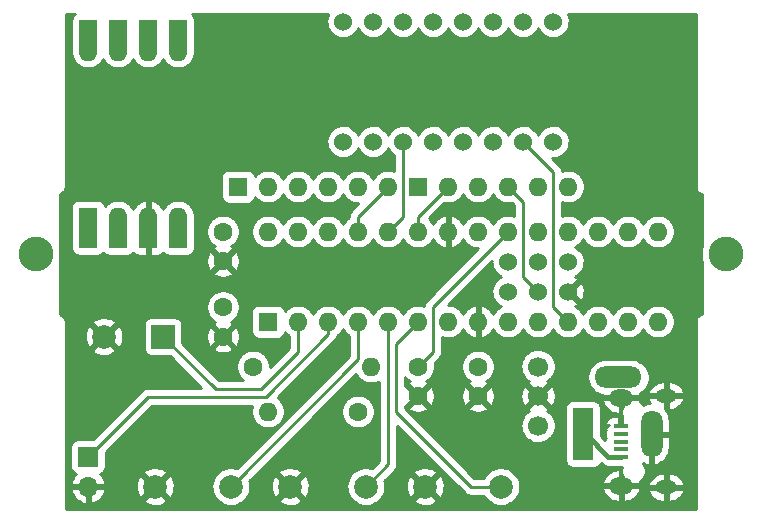
<source format=gtl>
G04 #@! TF.GenerationSoftware,KiCad,Pcbnew,5.99.0-unknown-r17607-a0698723*
G04 #@! TF.CreationDate,2020-04-07T09:51:29-05:00*
G04 #@! TF.ProjectId,pcb_dip,7063625f-6469-4702-9e6b-696361645f70,rev?*
G04 #@! TF.SameCoordinates,Original*
G04 #@! TF.FileFunction,Copper,L1,Top*
G04 #@! TF.FilePolarity,Positive*
%FSLAX46Y46*%
G04 Gerber Fmt 4.6, Leading zero omitted, Abs format (unit mm)*
G04 Created by KiCad (PCBNEW 5.99.0-unknown-r17607-a0698723) date 2020-04-07 09:51:29*
%MOMM*%
%LPD*%
G01*
G04 APERTURE LIST*
%ADD10O,1.600000X1.600000*%
%ADD11R,1.600000X1.600000*%
%ADD12O,1.800000X1.150000*%
%ADD13O,2.000000X1.450000*%
%ADD14R,1.300000X0.450000*%
%ADD15C,1.600000*%
%ADD16R,1.524000X2.540000*%
%ADD17C,2.000000*%
%ADD18C,1.524000*%
%ADD19R,1.800000X4.400000*%
%ADD20O,1.800000X4.000000*%
%ADD21O,4.000000X1.800000*%
%ADD22O,1.700000X1.700000*%
%ADD23R,1.700000X1.700000*%
%ADD24R,2.000000X2.000000*%
%ADD25C,1.700000*%
%ADD26C,2.946400*%
%ADD27C,0.254000*%
%ADD28C,0.381000*%
%ADD29C,0.250000*%
%ADD30C,0.762000*%
G04 APERTURE END LIST*
D10*
X160020000Y-76200000D03*
X157480000Y-76200000D03*
X154940000Y-76200000D03*
X152400000Y-76200000D03*
X149860000Y-76200000D03*
D11*
X147320000Y-76200000D03*
D12*
X168320000Y-93915000D03*
X168320000Y-101665000D03*
D13*
X164520000Y-94065000D03*
X164520000Y-101515000D03*
D14*
X164470000Y-96490000D03*
X164470000Y-97140000D03*
X164470000Y-97790000D03*
X164470000Y-98440000D03*
X164470000Y-99090000D03*
D10*
X143350000Y-91440000D03*
D15*
X133350000Y-91440000D03*
X147320000Y-93940000D03*
X147320000Y-91440000D03*
D10*
X144780000Y-76200000D03*
X142240000Y-76200000D03*
X139700000Y-76200000D03*
X137160000Y-76200000D03*
X134620000Y-76200000D03*
D11*
X132080000Y-76200000D03*
D15*
X130810000Y-82510000D03*
X130810000Y-80010000D03*
D10*
X134620000Y-95250000D03*
D15*
X142240000Y-95250000D03*
D16*
X119380000Y-63373000D03*
X121920000Y-63373000D03*
X124460000Y-63373000D03*
X127000000Y-63373000D03*
X127000000Y-80137000D03*
X124460000Y-80137000D03*
X121920000Y-80137000D03*
X119380000Y-80137000D03*
D11*
X119380000Y-78740000D03*
D10*
X127000000Y-64770000D03*
X121920000Y-78740000D03*
X124460000Y-64770000D03*
X124460000Y-78740000D03*
X121920000Y-64770000D03*
X127000000Y-78740000D03*
X119380000Y-64770000D03*
D17*
X125070000Y-101600000D03*
X131470000Y-101600000D03*
X136500000Y-101600000D03*
X142900000Y-101600000D03*
X147930000Y-101600000D03*
X154330000Y-101600000D03*
D18*
X160020000Y-85090000D03*
X160020000Y-82550000D03*
X157480000Y-85090000D03*
X157480000Y-82550000D03*
X154940000Y-85090000D03*
X154940000Y-82550000D03*
D19*
X161290000Y-97155000D03*
D20*
X167090000Y-97155000D03*
D21*
X164290000Y-92355000D03*
D10*
X134620000Y-80010000D03*
X167640000Y-87630000D03*
X137160000Y-80010000D03*
X165100000Y-87630000D03*
X139700000Y-80010000D03*
X162560000Y-87630000D03*
X142240000Y-80010000D03*
X160020000Y-87630000D03*
X144780000Y-80010000D03*
X157480000Y-87630000D03*
X147320000Y-80010000D03*
X154940000Y-87630000D03*
X149860000Y-80010000D03*
X152400000Y-87630000D03*
X152400000Y-80010000D03*
X149860000Y-87630000D03*
X154940000Y-80010000D03*
X147320000Y-87630000D03*
X157480000Y-80010000D03*
X144780000Y-87630000D03*
X160020000Y-80010000D03*
X142240000Y-87630000D03*
X162560000Y-80010000D03*
X139700000Y-87630000D03*
X165100000Y-80010000D03*
X137160000Y-87630000D03*
X167640000Y-80010000D03*
D11*
X134620000Y-87630000D03*
D22*
X119380000Y-101600000D03*
D23*
X119380000Y-99060000D03*
D17*
X120730000Y-88900000D03*
D24*
X125730000Y-88900000D03*
D15*
X130810000Y-88900000D03*
X130810000Y-86400000D03*
D18*
X140970000Y-62230000D03*
X143510000Y-62230000D03*
X146050000Y-62230000D03*
X148590000Y-62230000D03*
X151130000Y-62230000D03*
X153670000Y-62230000D03*
X156210000Y-62230000D03*
X158750000Y-62230000D03*
X158750000Y-72390000D03*
X156210000Y-72390000D03*
X153670000Y-72390000D03*
X151130000Y-72390000D03*
X148590000Y-72390000D03*
X146050000Y-72390000D03*
X143510000Y-72390000D03*
X140970000Y-72390000D03*
D15*
X152400000Y-93940000D03*
X152400000Y-91440000D03*
D25*
X157480000Y-96440000D03*
X157480000Y-93940000D03*
X157480000Y-91440000D03*
D26*
X114935000Y-81915000D03*
X173355000Y-81915000D03*
D27*
X156210000Y-83820000D02*
X156210000Y-77470000D01*
X156210000Y-77470000D02*
X154940000Y-76200000D01*
X157480000Y-85090000D02*
X156210000Y-83820000D01*
D28*
X164470000Y-99090000D02*
X163439000Y-99090000D01*
X163439000Y-99090000D02*
X161504000Y-97155000D01*
X161504000Y-97155000D02*
X161290000Y-97155000D01*
D29*
X131470000Y-101600000D02*
X142240000Y-90830000D01*
X142240000Y-90830000D02*
X142240000Y-87630000D01*
X137160000Y-90170000D02*
X137160000Y-87630000D01*
X133985000Y-93345000D02*
X137160000Y-90170000D01*
X130175000Y-93345000D02*
X133985000Y-93345000D01*
X125730000Y-88900000D02*
X130175000Y-93345000D01*
X139700000Y-88709500D02*
X134429500Y-93980000D01*
X139700000Y-87630000D02*
X139700000Y-88709500D01*
X124460000Y-93980000D02*
X119380000Y-99060000D01*
X134429500Y-93980000D02*
X124460000Y-93980000D01*
X125650000Y-88900000D02*
X125730000Y-88900000D01*
X148590000Y-86360000D02*
X154940000Y-80010000D01*
X148590000Y-90170000D02*
X148590000Y-86360000D01*
X147320000Y-91440000D02*
X148590000Y-90170000D01*
D30*
X167090000Y-97155000D02*
X167090000Y-98264702D01*
X167090000Y-97155000D02*
X167090000Y-96755299D01*
D29*
X142900000Y-101600000D02*
X142240000Y-100940000D01*
X158750000Y-77470000D02*
X158750000Y-74930000D01*
X146050000Y-78740000D02*
X146050000Y-72390000D01*
X144780000Y-80010000D02*
X146050000Y-78740000D01*
D27*
X158750000Y-74930000D02*
X156210000Y-72390000D01*
X142240000Y-78740000D02*
X144780000Y-76200000D01*
X142240000Y-80010000D02*
X142240000Y-78740000D01*
X147320000Y-78740000D02*
X149860000Y-76200000D01*
X147320000Y-80010000D02*
X147320000Y-78740000D01*
X142900000Y-101600000D02*
X144780000Y-99720000D01*
X144780000Y-99720000D02*
X144780000Y-87630000D01*
X154330000Y-101600000D02*
X151765000Y-101600000D01*
X151765000Y-101600000D02*
X145415000Y-95250000D01*
X145415000Y-89535000D02*
X147320000Y-87630000D01*
X145415000Y-95250000D02*
X145415000Y-89535000D01*
X158750000Y-86360000D02*
X160020000Y-87630000D01*
X158750000Y-77470000D02*
X158750000Y-86360000D01*
G36*
X118133410Y-61681990D02*
G01*
X118119239Y-61698879D01*
X118018641Y-61873120D01*
X118011100Y-61893837D01*
X117977122Y-62086538D01*
X117976163Y-62097499D01*
X117976163Y-64473478D01*
X117946959Y-64639103D01*
X117946000Y-64650064D01*
X117946000Y-64889936D01*
X117946959Y-64900897D01*
X117988613Y-65137126D01*
X117991460Y-65147753D01*
X118073502Y-65373160D01*
X118078152Y-65383132D01*
X118198088Y-65590868D01*
X118204399Y-65599881D01*
X118358587Y-65783634D01*
X118366366Y-65791413D01*
X118550119Y-65945601D01*
X118559132Y-65951912D01*
X118766868Y-66071848D01*
X118776840Y-66076498D01*
X119002247Y-66158540D01*
X119012874Y-66161387D01*
X119249103Y-66203041D01*
X119260064Y-66204000D01*
X119499936Y-66204000D01*
X119510897Y-66203041D01*
X119747126Y-66161387D01*
X119757753Y-66158540D01*
X119983160Y-66076498D01*
X119993132Y-66071848D01*
X120200868Y-65951912D01*
X120209881Y-65945601D01*
X120393634Y-65791413D01*
X120401413Y-65783634D01*
X120555601Y-65599881D01*
X120561912Y-65590868D01*
X120650000Y-65438295D01*
X120738088Y-65590868D01*
X120744399Y-65599881D01*
X120898587Y-65783634D01*
X120906366Y-65791413D01*
X121090119Y-65945601D01*
X121099132Y-65951912D01*
X121306868Y-66071848D01*
X121316840Y-66076498D01*
X121542247Y-66158540D01*
X121552874Y-66161387D01*
X121789103Y-66203041D01*
X121800064Y-66204000D01*
X122039936Y-66204000D01*
X122050897Y-66203041D01*
X122287126Y-66161387D01*
X122297753Y-66158540D01*
X122523160Y-66076498D01*
X122533132Y-66071848D01*
X122740868Y-65951912D01*
X122749881Y-65945601D01*
X122933634Y-65791413D01*
X122941413Y-65783634D01*
X123095601Y-65599881D01*
X123101912Y-65590868D01*
X123190000Y-65438295D01*
X123278088Y-65590868D01*
X123284399Y-65599881D01*
X123438587Y-65783634D01*
X123446366Y-65791413D01*
X123630119Y-65945601D01*
X123639132Y-65951912D01*
X123846868Y-66071848D01*
X123856840Y-66076498D01*
X124082247Y-66158540D01*
X124092874Y-66161387D01*
X124329103Y-66203041D01*
X124340064Y-66204000D01*
X124579936Y-66204000D01*
X124590897Y-66203041D01*
X124827126Y-66161387D01*
X124837753Y-66158540D01*
X125063160Y-66076498D01*
X125073132Y-66071848D01*
X125280868Y-65951912D01*
X125289881Y-65945601D01*
X125473634Y-65791413D01*
X125481413Y-65783634D01*
X125635601Y-65599881D01*
X125641912Y-65590868D01*
X125730000Y-65438295D01*
X125818088Y-65590868D01*
X125824399Y-65599881D01*
X125978587Y-65783634D01*
X125986366Y-65791413D01*
X126170119Y-65945601D01*
X126179132Y-65951912D01*
X126386868Y-66071848D01*
X126396840Y-66076498D01*
X126622247Y-66158540D01*
X126632874Y-66161387D01*
X126869103Y-66203041D01*
X126880064Y-66204000D01*
X127119936Y-66204000D01*
X127130897Y-66203041D01*
X127367126Y-66161387D01*
X127377753Y-66158540D01*
X127603160Y-66076498D01*
X127613132Y-66071848D01*
X127820868Y-65951912D01*
X127829881Y-65945601D01*
X128013634Y-65791413D01*
X128021413Y-65783634D01*
X128175601Y-65599881D01*
X128181912Y-65590868D01*
X128301848Y-65383132D01*
X128306498Y-65373160D01*
X128388540Y-65147753D01*
X128391387Y-65137126D01*
X128433041Y-64900897D01*
X128434000Y-64889936D01*
X128434000Y-64650064D01*
X128433041Y-64639103D01*
X128403837Y-64473478D01*
X128403837Y-62094742D01*
X128401681Y-62078366D01*
X128326863Y-61799142D01*
X128314120Y-61774662D01*
X128183010Y-61618410D01*
X128166121Y-61604239D01*
X128148387Y-61594000D01*
X139727196Y-61594000D01*
X139672071Y-61702188D01*
X139667885Y-61712601D01*
X139599117Y-61940373D01*
X139596841Y-61951363D01*
X139569494Y-62187713D01*
X139569200Y-62198932D01*
X139584140Y-62436390D01*
X139585838Y-62447484D01*
X139642591Y-62678543D01*
X139646226Y-62689161D01*
X139743000Y-62906517D01*
X139748458Y-62916323D01*
X139882193Y-63113109D01*
X139889301Y-63121793D01*
X140055769Y-63291786D01*
X140064304Y-63299075D01*
X140258245Y-63436901D01*
X140267934Y-63442563D01*
X140483217Y-63543867D01*
X140493757Y-63547724D01*
X140723577Y-63609304D01*
X140734633Y-63611233D01*
X140971725Y-63631144D01*
X140982948Y-63631085D01*
X141219819Y-63608694D01*
X141230854Y-63606649D01*
X141460016Y-63542665D01*
X141470514Y-63538698D01*
X141684724Y-63435145D01*
X141694354Y-63429382D01*
X141886841Y-63289532D01*
X141895299Y-63282154D01*
X142059979Y-63110428D01*
X142066996Y-63101669D01*
X142198662Y-62903494D01*
X142204018Y-62893631D01*
X142240119Y-62810206D01*
X142283000Y-62906517D01*
X142288458Y-62916323D01*
X142422193Y-63113109D01*
X142429301Y-63121793D01*
X142595769Y-63291786D01*
X142604304Y-63299075D01*
X142798245Y-63436901D01*
X142807934Y-63442563D01*
X143023217Y-63543867D01*
X143033757Y-63547724D01*
X143263577Y-63609304D01*
X143274633Y-63611233D01*
X143511725Y-63631144D01*
X143522948Y-63631085D01*
X143759819Y-63608694D01*
X143770854Y-63606649D01*
X144000016Y-63542665D01*
X144010514Y-63538698D01*
X144224724Y-63435145D01*
X144234354Y-63429382D01*
X144426841Y-63289532D01*
X144435299Y-63282154D01*
X144599979Y-63110428D01*
X144606996Y-63101669D01*
X144738662Y-62903494D01*
X144744018Y-62893631D01*
X144780119Y-62810206D01*
X144823000Y-62906517D01*
X144828458Y-62916323D01*
X144962193Y-63113109D01*
X144969301Y-63121793D01*
X145135769Y-63291786D01*
X145144304Y-63299075D01*
X145338245Y-63436901D01*
X145347934Y-63442563D01*
X145563217Y-63543867D01*
X145573757Y-63547724D01*
X145803577Y-63609304D01*
X145814633Y-63611233D01*
X146051725Y-63631144D01*
X146062948Y-63631085D01*
X146299819Y-63608694D01*
X146310854Y-63606649D01*
X146540016Y-63542665D01*
X146550514Y-63538698D01*
X146764724Y-63435145D01*
X146774354Y-63429382D01*
X146966841Y-63289532D01*
X146975299Y-63282154D01*
X147139979Y-63110428D01*
X147146996Y-63101669D01*
X147278662Y-62903494D01*
X147284018Y-62893631D01*
X147320119Y-62810206D01*
X147363000Y-62906517D01*
X147368458Y-62916323D01*
X147502193Y-63113109D01*
X147509301Y-63121793D01*
X147675769Y-63291786D01*
X147684304Y-63299075D01*
X147878245Y-63436901D01*
X147887934Y-63442563D01*
X148103217Y-63543867D01*
X148113757Y-63547724D01*
X148343577Y-63609304D01*
X148354633Y-63611233D01*
X148591725Y-63631144D01*
X148602948Y-63631085D01*
X148839819Y-63608694D01*
X148850854Y-63606649D01*
X149080016Y-63542665D01*
X149090514Y-63538698D01*
X149304724Y-63435145D01*
X149314354Y-63429382D01*
X149506841Y-63289532D01*
X149515299Y-63282154D01*
X149679979Y-63110428D01*
X149686996Y-63101669D01*
X149818662Y-62903494D01*
X149824018Y-62893631D01*
X149860119Y-62810206D01*
X149903000Y-62906517D01*
X149908458Y-62916323D01*
X150042193Y-63113109D01*
X150049301Y-63121793D01*
X150215769Y-63291786D01*
X150224304Y-63299075D01*
X150418245Y-63436901D01*
X150427934Y-63442563D01*
X150643217Y-63543867D01*
X150653757Y-63547724D01*
X150883577Y-63609304D01*
X150894633Y-63611233D01*
X151131725Y-63631144D01*
X151142948Y-63631085D01*
X151379819Y-63608694D01*
X151390854Y-63606649D01*
X151620016Y-63542665D01*
X151630514Y-63538698D01*
X151844724Y-63435145D01*
X151854354Y-63429382D01*
X152046841Y-63289532D01*
X152055299Y-63282154D01*
X152219979Y-63110428D01*
X152226996Y-63101669D01*
X152358662Y-62903494D01*
X152364018Y-62893631D01*
X152400119Y-62810206D01*
X152443000Y-62906517D01*
X152448458Y-62916323D01*
X152582193Y-63113109D01*
X152589301Y-63121793D01*
X152755769Y-63291786D01*
X152764304Y-63299075D01*
X152958245Y-63436901D01*
X152967934Y-63442563D01*
X153183217Y-63543867D01*
X153193757Y-63547724D01*
X153423577Y-63609304D01*
X153434633Y-63611233D01*
X153671725Y-63631144D01*
X153682948Y-63631085D01*
X153919819Y-63608694D01*
X153930854Y-63606649D01*
X154160016Y-63542665D01*
X154170514Y-63538698D01*
X154384724Y-63435145D01*
X154394354Y-63429382D01*
X154586841Y-63289532D01*
X154595299Y-63282154D01*
X154759979Y-63110428D01*
X154766996Y-63101669D01*
X154898662Y-62903494D01*
X154904018Y-62893631D01*
X154940119Y-62810206D01*
X154983000Y-62906517D01*
X154988458Y-62916323D01*
X155122193Y-63113109D01*
X155129301Y-63121793D01*
X155295769Y-63291786D01*
X155304304Y-63299075D01*
X155498245Y-63436901D01*
X155507934Y-63442563D01*
X155723217Y-63543867D01*
X155733757Y-63547724D01*
X155963577Y-63609304D01*
X155974633Y-63611233D01*
X156211725Y-63631144D01*
X156222948Y-63631085D01*
X156459819Y-63608694D01*
X156470854Y-63606649D01*
X156700016Y-63542665D01*
X156710514Y-63538698D01*
X156924724Y-63435145D01*
X156934354Y-63429382D01*
X157126841Y-63289532D01*
X157135299Y-63282154D01*
X157299979Y-63110428D01*
X157306996Y-63101669D01*
X157438662Y-62903494D01*
X157444018Y-62893631D01*
X157480119Y-62810206D01*
X157523000Y-62906517D01*
X157528458Y-62916323D01*
X157662193Y-63113109D01*
X157669301Y-63121793D01*
X157835769Y-63291786D01*
X157844304Y-63299075D01*
X158038245Y-63436901D01*
X158047934Y-63442563D01*
X158263217Y-63543867D01*
X158273757Y-63547724D01*
X158503577Y-63609304D01*
X158514633Y-63611233D01*
X158751725Y-63631144D01*
X158762948Y-63631085D01*
X158999819Y-63608694D01*
X159010854Y-63606649D01*
X159240016Y-63542665D01*
X159250514Y-63538698D01*
X159464724Y-63435145D01*
X159474354Y-63429382D01*
X159666841Y-63289532D01*
X159675299Y-63282154D01*
X159839979Y-63110428D01*
X159846996Y-63101669D01*
X159978662Y-62903494D01*
X159984018Y-62893631D01*
X160078510Y-62675273D01*
X160082034Y-62664617D01*
X160136553Y-62432172D01*
X160138200Y-62419402D01*
X160146210Y-62113510D01*
X160145234Y-62100671D01*
X160102954Y-61865691D01*
X160099992Y-61854866D01*
X160017058Y-61631861D01*
X160012226Y-61621732D01*
X159995825Y-61594000D01*
X170816000Y-61594000D01*
X170816001Y-76191299D01*
X170815473Y-76277859D01*
X170817909Y-76295647D01*
X170828494Y-76332680D01*
X170833952Y-76370793D01*
X170838991Y-76388025D01*
X170853319Y-76419538D01*
X170862831Y-76452821D01*
X170870162Y-76469210D01*
X170890714Y-76501782D01*
X170906649Y-76536832D01*
X170916322Y-76551957D01*
X170938916Y-76578178D01*
X170957389Y-76607457D01*
X170969025Y-76621129D01*
X170997894Y-76646624D01*
X171023027Y-76675794D01*
X171036556Y-76687596D01*
X171065599Y-76706421D01*
X171091550Y-76729340D01*
X171106554Y-76739196D01*
X171141426Y-76755569D01*
X171173730Y-76776507D01*
X171190027Y-76784037D01*
X171223182Y-76793952D01*
X171254700Y-76808750D01*
X171272255Y-76814059D01*
X171308545Y-76819482D01*
X171324000Y-76824104D01*
X171324000Y-81328241D01*
X171311776Y-81361825D01*
X171308929Y-81372453D01*
X171246759Y-81725031D01*
X171245800Y-81735992D01*
X171245800Y-82094008D01*
X171246759Y-82104969D01*
X171308929Y-82457547D01*
X171311776Y-82468175D01*
X171324000Y-82501759D01*
X171324000Y-87006584D01*
X171317327Y-87008492D01*
X171279208Y-87013951D01*
X171261977Y-87018989D01*
X171230466Y-87033316D01*
X171197178Y-87042831D01*
X171180791Y-87050161D01*
X171148228Y-87070707D01*
X171113167Y-87086649D01*
X171098041Y-87096322D01*
X171071815Y-87118921D01*
X171042544Y-87137389D01*
X171028872Y-87149024D01*
X171003379Y-87177889D01*
X170974205Y-87203027D01*
X170962403Y-87216556D01*
X170943578Y-87245601D01*
X170920661Y-87271549D01*
X170910804Y-87286555D01*
X170894436Y-87321418D01*
X170873494Y-87353728D01*
X170865963Y-87370024D01*
X170856044Y-87403189D01*
X170841249Y-87434702D01*
X170835941Y-87452257D01*
X170830519Y-87488539D01*
X170819125Y-87526638D01*
X170816471Y-87544394D01*
X170816207Y-87587594D01*
X170816000Y-87590380D01*
X170816000Y-87621462D01*
X170815473Y-87707859D01*
X170816000Y-87711707D01*
X170816001Y-103506000D01*
X117474000Y-103506000D01*
X117474000Y-101824853D01*
X117906602Y-101824853D01*
X117969221Y-102076005D01*
X117972669Y-102086104D01*
X118069591Y-102306900D01*
X118074692Y-102316275D01*
X118207430Y-102517584D01*
X118214038Y-102525965D01*
X118378798Y-102702032D01*
X118386722Y-102709180D01*
X118578792Y-102854968D01*
X118587808Y-102860679D01*
X118801696Y-102972021D01*
X118811545Y-102976131D01*
X119041134Y-103049845D01*
X119051535Y-103052236D01*
X119165162Y-103068407D01*
X119252000Y-102993052D01*
X119252000Y-101801809D01*
X119508000Y-101801809D01*
X119508000Y-102993748D01*
X119600218Y-103069362D01*
X119789019Y-103031636D01*
X119799270Y-103028667D01*
X120024387Y-102942253D01*
X120033991Y-102937600D01*
X120241330Y-102814491D01*
X120250012Y-102808286D01*
X120273187Y-102788562D01*
X124062458Y-102788562D01*
X124077683Y-102910798D01*
X124341874Y-103068287D01*
X124350955Y-103072756D01*
X124585991Y-103165813D01*
X124595670Y-103168772D01*
X124842561Y-103223054D01*
X124852589Y-103224428D01*
X125104983Y-103238539D01*
X125115101Y-103238292D01*
X125366504Y-103211869D01*
X125376453Y-103210007D01*
X125620398Y-103143728D01*
X125629920Y-103140300D01*
X125860131Y-103035873D01*
X125868983Y-103030966D01*
X126061429Y-102903105D01*
X126073287Y-102784306D01*
X125122191Y-101833210D01*
X125017809Y-101833210D01*
X124062458Y-102788562D01*
X120273187Y-102788562D01*
X120433645Y-102652004D01*
X120441158Y-102644424D01*
X120595833Y-102459435D01*
X120601962Y-102450698D01*
X120723256Y-102242294D01*
X120727825Y-102232650D01*
X120812272Y-102006787D01*
X120815151Y-101996511D01*
X120848943Y-101819369D01*
X120773356Y-101728000D01*
X119581809Y-101728000D01*
X119508000Y-101801809D01*
X119252000Y-101801809D01*
X119178191Y-101728000D01*
X117982272Y-101728000D01*
X117906602Y-101824853D01*
X117474000Y-101824853D01*
X117474000Y-101587898D01*
X123431132Y-101587898D01*
X123448766Y-101840071D01*
X123450279Y-101850078D01*
X123508004Y-102096187D01*
X123511098Y-102105824D01*
X123607428Y-102339538D01*
X123612023Y-102348556D01*
X123761671Y-102591806D01*
X123882930Y-102606051D01*
X124836790Y-101652191D01*
X124836790Y-101547809D01*
X125303210Y-101547809D01*
X125303210Y-101652191D01*
X126252939Y-102601920D01*
X126366245Y-102594990D01*
X126435451Y-102506411D01*
X126441023Y-102497961D01*
X126562804Y-102276441D01*
X126566953Y-102267209D01*
X126651751Y-102029068D01*
X126654370Y-102019292D01*
X126700063Y-101770332D01*
X126701097Y-101759599D01*
X126704082Y-101474596D01*
X126703273Y-101463844D01*
X126662804Y-101213981D01*
X126660390Y-101204152D01*
X126580597Y-100964287D01*
X126576642Y-100954971D01*
X126459527Y-100730949D01*
X126454134Y-100722385D01*
X126367494Y-100606570D01*
X126252680Y-100598339D01*
X125303210Y-101547809D01*
X124836790Y-101547809D01*
X123884753Y-100595772D01*
X123764967Y-100608573D01*
X123628019Y-100821075D01*
X123623236Y-100829994D01*
X123522032Y-101061639D01*
X123518737Y-101071209D01*
X123455871Y-101316056D01*
X123454148Y-101326030D01*
X123431238Y-101577777D01*
X123431132Y-101587898D01*
X117474000Y-101587898D01*
X117474000Y-98204499D01*
X117888163Y-98204499D01*
X117888163Y-99918258D01*
X117890319Y-99934634D01*
X117965137Y-100213859D01*
X117977880Y-100238339D01*
X118108990Y-100394590D01*
X118125879Y-100408761D01*
X118300120Y-100509359D01*
X118320837Y-100516900D01*
X118357029Y-100523282D01*
X118232029Y-100651822D01*
X118225263Y-100660074D01*
X118088683Y-100858798D01*
X118083403Y-100868073D01*
X117982260Y-101086968D01*
X117978619Y-101097000D01*
X117904085Y-101373233D01*
X117979734Y-101472000D01*
X120772863Y-101472000D01*
X120848373Y-101382487D01*
X120822499Y-101231114D01*
X120819817Y-101220784D01*
X120739723Y-100993343D01*
X120735339Y-100983612D01*
X120618067Y-100772916D01*
X120612107Y-100764064D01*
X120461013Y-100576140D01*
X120453647Y-100568417D01*
X120391130Y-100513107D01*
X120533859Y-100474863D01*
X120558339Y-100462120D01*
X120612555Y-100416627D01*
X124067646Y-100416627D01*
X125017809Y-101366790D01*
X125122191Y-101366790D01*
X126072278Y-100416703D01*
X126061808Y-100299392D01*
X125898775Y-100186081D01*
X125890028Y-100180990D01*
X125662056Y-100071764D01*
X125652607Y-100068137D01*
X125410103Y-99996765D01*
X125400196Y-99994695D01*
X125149402Y-99963011D01*
X125139290Y-99962552D01*
X124886656Y-99971374D01*
X124876601Y-99972538D01*
X124628628Y-100021639D01*
X124618889Y-100024394D01*
X124381956Y-100112508D01*
X124372783Y-100116786D01*
X124152984Y-100241649D01*
X124144614Y-100247338D01*
X124073729Y-100304330D01*
X124067646Y-100416627D01*
X120612555Y-100416627D01*
X120714590Y-100331010D01*
X120728761Y-100314121D01*
X120829359Y-100139880D01*
X120836900Y-100119163D01*
X120870878Y-99926462D01*
X120871837Y-99915501D01*
X120871837Y-98644377D01*
X124775215Y-94741000D01*
X133279230Y-94741000D01*
X133231460Y-94872247D01*
X133228613Y-94882874D01*
X133186959Y-95119103D01*
X133186000Y-95130064D01*
X133186000Y-95369936D01*
X133186959Y-95380897D01*
X133228613Y-95617126D01*
X133231460Y-95627753D01*
X133313502Y-95853160D01*
X133318152Y-95863132D01*
X133438088Y-96070868D01*
X133444399Y-96079881D01*
X133598587Y-96263634D01*
X133606366Y-96271413D01*
X133790119Y-96425601D01*
X133799132Y-96431912D01*
X134006868Y-96551848D01*
X134016840Y-96556498D01*
X134242247Y-96638540D01*
X134252874Y-96641387D01*
X134489103Y-96683041D01*
X134500064Y-96684000D01*
X134739936Y-96684000D01*
X134750897Y-96683041D01*
X134987126Y-96641387D01*
X134997753Y-96638540D01*
X135223160Y-96556498D01*
X135233132Y-96551848D01*
X135440868Y-96431912D01*
X135449881Y-96425601D01*
X135633634Y-96271413D01*
X135641413Y-96263634D01*
X135795601Y-96079881D01*
X135801912Y-96070868D01*
X135921848Y-95863132D01*
X135926498Y-95853160D01*
X136008540Y-95627753D01*
X136011387Y-95617126D01*
X136053041Y-95380897D01*
X136054000Y-95369936D01*
X136054000Y-95130064D01*
X136053041Y-95119103D01*
X136011387Y-94882874D01*
X136008540Y-94872247D01*
X135926498Y-94646840D01*
X135921848Y-94636868D01*
X135801912Y-94429132D01*
X135795601Y-94420119D01*
X135641413Y-94236366D01*
X135633634Y-94228587D01*
X135449881Y-94074399D01*
X135440868Y-94068088D01*
X135426134Y-94059581D01*
X140276607Y-89209110D01*
X140276620Y-89209095D01*
X140316236Y-89169480D01*
X140327893Y-89153435D01*
X140350863Y-89108355D01*
X140380607Y-89067416D01*
X140389611Y-89049745D01*
X140405248Y-89001621D01*
X140428218Y-88956538D01*
X140434347Y-88937677D01*
X140442264Y-88887692D01*
X140454421Y-88850275D01*
X140520868Y-88811912D01*
X140529881Y-88805601D01*
X140713634Y-88651413D01*
X140721413Y-88643634D01*
X140875601Y-88459881D01*
X140881912Y-88450868D01*
X140970000Y-88298295D01*
X141058088Y-88450868D01*
X141064399Y-88459881D01*
X141218587Y-88643634D01*
X141226366Y-88651413D01*
X141410119Y-88805601D01*
X141419132Y-88811912D01*
X141479001Y-88846477D01*
X141479000Y-90514785D01*
X131954518Y-100039268D01*
X131810103Y-99996765D01*
X131800196Y-99994695D01*
X131549402Y-99963011D01*
X131539290Y-99962552D01*
X131286656Y-99971374D01*
X131276601Y-99972538D01*
X131028628Y-100021639D01*
X131018889Y-100024394D01*
X130781956Y-100112508D01*
X130772783Y-100116786D01*
X130552984Y-100241649D01*
X130544613Y-100247338D01*
X130347606Y-100405737D01*
X130340252Y-100412691D01*
X130171104Y-100600548D01*
X130164956Y-100608589D01*
X130028019Y-100821075D01*
X130023236Y-100829994D01*
X129922032Y-101061639D01*
X129918737Y-101071209D01*
X129855871Y-101316056D01*
X129854148Y-101326030D01*
X129831238Y-101577777D01*
X129831132Y-101587898D01*
X129848766Y-101840071D01*
X129850279Y-101850078D01*
X129908004Y-102096187D01*
X129911098Y-102105824D01*
X130007428Y-102339538D01*
X130012023Y-102348556D01*
X130144480Y-102563862D01*
X130150458Y-102572030D01*
X130315634Y-102763390D01*
X130322841Y-102770497D01*
X130516489Y-102932986D01*
X130524739Y-102938849D01*
X130741873Y-103068287D01*
X130750955Y-103072756D01*
X130985991Y-103165813D01*
X130995670Y-103168772D01*
X131242561Y-103223054D01*
X131252589Y-103224428D01*
X131504983Y-103238539D01*
X131515101Y-103238292D01*
X131766504Y-103211869D01*
X131776453Y-103210007D01*
X132020398Y-103143728D01*
X132029920Y-103140300D01*
X132260131Y-103035873D01*
X132268983Y-103030966D01*
X132479536Y-102891074D01*
X132487489Y-102884815D01*
X132591433Y-102788562D01*
X135492458Y-102788562D01*
X135507683Y-102910798D01*
X135771874Y-103068287D01*
X135780955Y-103072756D01*
X136015991Y-103165813D01*
X136025670Y-103168772D01*
X136272561Y-103223054D01*
X136282589Y-103224428D01*
X136534983Y-103238539D01*
X136545101Y-103238292D01*
X136796504Y-103211869D01*
X136806453Y-103210007D01*
X137050398Y-103143728D01*
X137059920Y-103140300D01*
X137290131Y-103035873D01*
X137298983Y-103030966D01*
X137491429Y-102903105D01*
X137503287Y-102784306D01*
X136552191Y-101833210D01*
X136447809Y-101833210D01*
X135492458Y-102788562D01*
X132591433Y-102788562D01*
X132672968Y-102713061D01*
X132679819Y-102705610D01*
X132835451Y-102506411D01*
X132841023Y-102497961D01*
X132962804Y-102276441D01*
X132966953Y-102267209D01*
X133051751Y-102029068D01*
X133054370Y-102019292D01*
X133100063Y-101770332D01*
X133101097Y-101759599D01*
X133102895Y-101587898D01*
X134861132Y-101587898D01*
X134878766Y-101840071D01*
X134880279Y-101850078D01*
X134938004Y-102096187D01*
X134941098Y-102105824D01*
X135037428Y-102339538D01*
X135042023Y-102348556D01*
X135191671Y-102591806D01*
X135312930Y-102606051D01*
X136266790Y-101652191D01*
X136266790Y-101547809D01*
X136733210Y-101547809D01*
X136733210Y-101652191D01*
X137682939Y-102601920D01*
X137796245Y-102594990D01*
X137865451Y-102506411D01*
X137871023Y-102497961D01*
X137992804Y-102276441D01*
X137996953Y-102267209D01*
X138081751Y-102029068D01*
X138084370Y-102019292D01*
X138130063Y-101770332D01*
X138131097Y-101759599D01*
X138134082Y-101474596D01*
X138133273Y-101463844D01*
X138092804Y-101213981D01*
X138090390Y-101204152D01*
X138010597Y-100964287D01*
X138006642Y-100954971D01*
X137889527Y-100730949D01*
X137884134Y-100722385D01*
X137797494Y-100606570D01*
X137682680Y-100598339D01*
X136733210Y-101547809D01*
X136266790Y-101547809D01*
X135314753Y-100595772D01*
X135194967Y-100608573D01*
X135058019Y-100821075D01*
X135053236Y-100829994D01*
X134952032Y-101061639D01*
X134948737Y-101071209D01*
X134885871Y-101316056D01*
X134884148Y-101326030D01*
X134861238Y-101577777D01*
X134861132Y-101587898D01*
X133102895Y-101587898D01*
X133104082Y-101474596D01*
X133103273Y-101463844D01*
X133062804Y-101213981D01*
X133060390Y-101204152D01*
X133030853Y-101115361D01*
X133729587Y-100416627D01*
X135497646Y-100416627D01*
X136447809Y-101366790D01*
X136552191Y-101366790D01*
X137502278Y-100416703D01*
X137491808Y-100299392D01*
X137328775Y-100186081D01*
X137320028Y-100180990D01*
X137092056Y-100071764D01*
X137082607Y-100068137D01*
X136840103Y-99996765D01*
X136830196Y-99994695D01*
X136579402Y-99963011D01*
X136569290Y-99962552D01*
X136316656Y-99971374D01*
X136306601Y-99972538D01*
X136058628Y-100021639D01*
X136048889Y-100024394D01*
X135811956Y-100112508D01*
X135802783Y-100116786D01*
X135582984Y-100241649D01*
X135574614Y-100247338D01*
X135503729Y-100304330D01*
X135497646Y-100416627D01*
X133729587Y-100416627D01*
X139016150Y-95130064D01*
X140806000Y-95130064D01*
X140806000Y-95369936D01*
X140806959Y-95380897D01*
X140848613Y-95617126D01*
X140851460Y-95627753D01*
X140933502Y-95853160D01*
X140938152Y-95863132D01*
X141058088Y-96070868D01*
X141064399Y-96079881D01*
X141218587Y-96263634D01*
X141226366Y-96271413D01*
X141410119Y-96425601D01*
X141419132Y-96431912D01*
X141626868Y-96551848D01*
X141636840Y-96556498D01*
X141862247Y-96638540D01*
X141872874Y-96641387D01*
X142109103Y-96683041D01*
X142120064Y-96684000D01*
X142359936Y-96684000D01*
X142370897Y-96683041D01*
X142607126Y-96641387D01*
X142617753Y-96638540D01*
X142843160Y-96556498D01*
X142853132Y-96551848D01*
X143060868Y-96431912D01*
X143069881Y-96425601D01*
X143253634Y-96271413D01*
X143261413Y-96263634D01*
X143415601Y-96079881D01*
X143421912Y-96070868D01*
X143541848Y-95863132D01*
X143546498Y-95853160D01*
X143628540Y-95627753D01*
X143631387Y-95617126D01*
X143673041Y-95380897D01*
X143674000Y-95369936D01*
X143674000Y-95130064D01*
X143673041Y-95119103D01*
X143631387Y-94882874D01*
X143628540Y-94872247D01*
X143546498Y-94646840D01*
X143541848Y-94636868D01*
X143421912Y-94429132D01*
X143415601Y-94420119D01*
X143261413Y-94236366D01*
X143253634Y-94228587D01*
X143069881Y-94074399D01*
X143060868Y-94068088D01*
X142853132Y-93948152D01*
X142843160Y-93943502D01*
X142617753Y-93861460D01*
X142607126Y-93858613D01*
X142370897Y-93816959D01*
X142359936Y-93816000D01*
X142120064Y-93816000D01*
X142109103Y-93816959D01*
X141872874Y-93858613D01*
X141862247Y-93861460D01*
X141636840Y-93943502D01*
X141626868Y-93948152D01*
X141419132Y-94068088D01*
X141410119Y-94074399D01*
X141226366Y-94228587D01*
X141218587Y-94236366D01*
X141064399Y-94420119D01*
X141058088Y-94429132D01*
X140938152Y-94636868D01*
X140933502Y-94646840D01*
X140851460Y-94872247D01*
X140848613Y-94882874D01*
X140806959Y-95119103D01*
X140806000Y-95130064D01*
X139016150Y-95130064D01*
X142064598Y-92081617D01*
X142168088Y-92260868D01*
X142174399Y-92269881D01*
X142328587Y-92453634D01*
X142336366Y-92461413D01*
X142520119Y-92615601D01*
X142529132Y-92621912D01*
X142736868Y-92741848D01*
X142746840Y-92746498D01*
X142972247Y-92828540D01*
X142982874Y-92831387D01*
X143219103Y-92873041D01*
X143230064Y-92874000D01*
X143469936Y-92874000D01*
X143480897Y-92873041D01*
X143717126Y-92831387D01*
X143727753Y-92828540D01*
X143953160Y-92746498D01*
X143963132Y-92741848D01*
X144017001Y-92710747D01*
X144017000Y-99403955D01*
X143382331Y-100038624D01*
X143240103Y-99996765D01*
X143230196Y-99994695D01*
X142979402Y-99963011D01*
X142969290Y-99962552D01*
X142716656Y-99971374D01*
X142706601Y-99972538D01*
X142458628Y-100021639D01*
X142448889Y-100024394D01*
X142211956Y-100112508D01*
X142202783Y-100116786D01*
X142058248Y-100198894D01*
X141899756Y-100250389D01*
X141882084Y-100259393D01*
X141703307Y-100389284D01*
X141689284Y-100403307D01*
X141559393Y-100582084D01*
X141550389Y-100599756D01*
X141499286Y-100757040D01*
X141458019Y-100821075D01*
X141453236Y-100829994D01*
X141352032Y-101061639D01*
X141348737Y-101071209D01*
X141285871Y-101316056D01*
X141284148Y-101326030D01*
X141261238Y-101577777D01*
X141261132Y-101587898D01*
X141278766Y-101840071D01*
X141280279Y-101850078D01*
X141338004Y-102096187D01*
X141341098Y-102105824D01*
X141437428Y-102339538D01*
X141442023Y-102348556D01*
X141574480Y-102563862D01*
X141580458Y-102572030D01*
X141745634Y-102763390D01*
X141752841Y-102770497D01*
X141946489Y-102932986D01*
X141954739Y-102938849D01*
X142171873Y-103068287D01*
X142180955Y-103072756D01*
X142415991Y-103165813D01*
X142425670Y-103168772D01*
X142672561Y-103223054D01*
X142682589Y-103224428D01*
X142934983Y-103238539D01*
X142945101Y-103238292D01*
X143196504Y-103211869D01*
X143206453Y-103210007D01*
X143450398Y-103143728D01*
X143459920Y-103140300D01*
X143690131Y-103035873D01*
X143698983Y-103030966D01*
X143909536Y-102891074D01*
X143917489Y-102884815D01*
X144021433Y-102788562D01*
X146922458Y-102788562D01*
X146937683Y-102910798D01*
X147201874Y-103068287D01*
X147210955Y-103072756D01*
X147445991Y-103165813D01*
X147455670Y-103168772D01*
X147702561Y-103223054D01*
X147712589Y-103224428D01*
X147964983Y-103238539D01*
X147975101Y-103238292D01*
X148226504Y-103211869D01*
X148236453Y-103210007D01*
X148480398Y-103143728D01*
X148489920Y-103140300D01*
X148720131Y-103035873D01*
X148728983Y-103030966D01*
X148921429Y-102903105D01*
X148933287Y-102784306D01*
X147982191Y-101833210D01*
X147877809Y-101833210D01*
X146922458Y-102788562D01*
X144021433Y-102788562D01*
X144102968Y-102713061D01*
X144109819Y-102705610D01*
X144265451Y-102506411D01*
X144271023Y-102497961D01*
X144392804Y-102276441D01*
X144396953Y-102267209D01*
X144481751Y-102029068D01*
X144484370Y-102019292D01*
X144530063Y-101770332D01*
X144531097Y-101759599D01*
X144532895Y-101587898D01*
X146291132Y-101587898D01*
X146308766Y-101840071D01*
X146310279Y-101850078D01*
X146368004Y-102096187D01*
X146371098Y-102105824D01*
X146467428Y-102339538D01*
X146472023Y-102348556D01*
X146621671Y-102591806D01*
X146742930Y-102606051D01*
X147696790Y-101652191D01*
X147696790Y-101547809D01*
X148163210Y-101547809D01*
X148163210Y-101652191D01*
X149112939Y-102601920D01*
X149226245Y-102594990D01*
X149295451Y-102506411D01*
X149301023Y-102497961D01*
X149422804Y-102276441D01*
X149426953Y-102267209D01*
X149511751Y-102029068D01*
X149514370Y-102019292D01*
X149560063Y-101770332D01*
X149561097Y-101759599D01*
X149564082Y-101474596D01*
X149563273Y-101463844D01*
X149522804Y-101213981D01*
X149520390Y-101204152D01*
X149440597Y-100964287D01*
X149436642Y-100954971D01*
X149319527Y-100730949D01*
X149314134Y-100722385D01*
X149227494Y-100606570D01*
X149112680Y-100598339D01*
X148163210Y-101547809D01*
X147696790Y-101547809D01*
X146744753Y-100595772D01*
X146624967Y-100608573D01*
X146488019Y-100821075D01*
X146483236Y-100829994D01*
X146382032Y-101061639D01*
X146378737Y-101071209D01*
X146315871Y-101316056D01*
X146314148Y-101326030D01*
X146291238Y-101577777D01*
X146291132Y-101587898D01*
X144532895Y-101587898D01*
X144534082Y-101474596D01*
X144533273Y-101463844D01*
X144492804Y-101213981D01*
X144490390Y-101204152D01*
X144461559Y-101117485D01*
X145162417Y-100416627D01*
X146927646Y-100416627D01*
X147877809Y-101366790D01*
X147982191Y-101366790D01*
X148932278Y-100416703D01*
X148921808Y-100299392D01*
X148758775Y-100186081D01*
X148750028Y-100180990D01*
X148522056Y-100071764D01*
X148512607Y-100068137D01*
X148270103Y-99996765D01*
X148260196Y-99994695D01*
X148009402Y-99963011D01*
X147999290Y-99962552D01*
X147746656Y-99971374D01*
X147736601Y-99972538D01*
X147488628Y-100021639D01*
X147478889Y-100024394D01*
X147241956Y-100112508D01*
X147232783Y-100116786D01*
X147012984Y-100241649D01*
X147004614Y-100247338D01*
X146933729Y-100304330D01*
X146927646Y-100416627D01*
X145162417Y-100416627D01*
X145360432Y-100218613D01*
X145360438Y-100218605D01*
X145397874Y-100181171D01*
X145409531Y-100165125D01*
X145432578Y-100119894D01*
X145462409Y-100078836D01*
X145471413Y-100061165D01*
X145487096Y-100012896D01*
X145510143Y-99967664D01*
X145516271Y-99948802D01*
X145524213Y-99898662D01*
X145539895Y-99850397D01*
X145542998Y-99830808D01*
X145542998Y-99774967D01*
X145543000Y-99774941D01*
X145543000Y-96457043D01*
X151264086Y-102178131D01*
X151264101Y-102178144D01*
X151303831Y-102217875D01*
X151319876Y-102229532D01*
X151365100Y-102252574D01*
X151406164Y-102282410D01*
X151423836Y-102291414D01*
X151472107Y-102307098D01*
X151517335Y-102330143D01*
X151536197Y-102336271D01*
X151586331Y-102344213D01*
X151634605Y-102359897D01*
X151654193Y-102362999D01*
X151709653Y-102362999D01*
X151709665Y-102363000D01*
X152880909Y-102363000D01*
X153004480Y-102563862D01*
X153010458Y-102572030D01*
X153175634Y-102763390D01*
X153182841Y-102770497D01*
X153376489Y-102932986D01*
X153384739Y-102938849D01*
X153601873Y-103068287D01*
X153610955Y-103072756D01*
X153845991Y-103165813D01*
X153855670Y-103168772D01*
X154102561Y-103223054D01*
X154112589Y-103224428D01*
X154364983Y-103238539D01*
X154375101Y-103238292D01*
X154626504Y-103211869D01*
X154636453Y-103210007D01*
X154880398Y-103143728D01*
X154889920Y-103140300D01*
X155120131Y-103035873D01*
X155128983Y-103030966D01*
X155339536Y-102891074D01*
X155347489Y-102884815D01*
X155532968Y-102713061D01*
X155539819Y-102705610D01*
X155695451Y-102506411D01*
X155701023Y-102497961D01*
X155822804Y-102276441D01*
X155826953Y-102267209D01*
X155911751Y-102029068D01*
X155914370Y-102019292D01*
X155960063Y-101770332D01*
X155961097Y-101759599D01*
X155961285Y-101741591D01*
X162898776Y-101741591D01*
X162961651Y-101976246D01*
X162965414Y-101986585D01*
X163061243Y-102192090D01*
X163066744Y-102201618D01*
X163196802Y-102387361D01*
X163203874Y-102395789D01*
X163364211Y-102556126D01*
X163372639Y-102563198D01*
X163558382Y-102693256D01*
X163567910Y-102698757D01*
X163773415Y-102794586D01*
X163783754Y-102798349D01*
X164002777Y-102857035D01*
X164013612Y-102858946D01*
X164182934Y-102873760D01*
X164188428Y-102874000D01*
X164318191Y-102874000D01*
X164392000Y-102800191D01*
X164647999Y-102800191D01*
X164721808Y-102874000D01*
X164851572Y-102874000D01*
X164857066Y-102873760D01*
X165026388Y-102858946D01*
X165037223Y-102857035D01*
X165256246Y-102798349D01*
X165266585Y-102794586D01*
X165472090Y-102698757D01*
X165481618Y-102693256D01*
X165667361Y-102563198D01*
X165675789Y-102556126D01*
X165836125Y-102395789D01*
X165843198Y-102387361D01*
X165973256Y-102201619D01*
X165978757Y-102192091D01*
X166074586Y-101986585D01*
X166078349Y-101976246D01*
X166103442Y-101882596D01*
X166805593Y-101882596D01*
X166821219Y-101973534D01*
X166824210Y-101984693D01*
X166897100Y-102182272D01*
X166902074Y-102192700D01*
X167009751Y-102373686D01*
X167016541Y-102383033D01*
X167155396Y-102541366D01*
X167163776Y-102549318D01*
X167329159Y-102679697D01*
X167338849Y-102685990D01*
X167525224Y-102784045D01*
X167535898Y-102788467D01*
X167737414Y-102851039D01*
X167749540Y-102853534D01*
X167940975Y-102873655D01*
X167947565Y-102874000D01*
X168118191Y-102874000D01*
X168192000Y-102800191D01*
X168447999Y-102800191D01*
X168521808Y-102874000D01*
X168698372Y-102874000D01*
X168704140Y-102873736D01*
X168860488Y-102859369D01*
X168871848Y-102857263D01*
X169074536Y-102800099D01*
X169085322Y-102795959D01*
X169274199Y-102702816D01*
X169284050Y-102696779D01*
X169452791Y-102570775D01*
X169461376Y-102563044D01*
X169604328Y-102408400D01*
X169611361Y-102399234D01*
X169723737Y-102221128D01*
X169728982Y-102210834D01*
X169807021Y-102015231D01*
X169810302Y-102004152D01*
X169833976Y-101885132D01*
X169758364Y-101793000D01*
X168521809Y-101792999D01*
X168448000Y-101866808D01*
X168447999Y-102800191D01*
X168192000Y-102800191D01*
X168192001Y-101866809D01*
X168118192Y-101793000D01*
X166881107Y-101792999D01*
X166805593Y-101882596D01*
X166103442Y-101882596D01*
X166141224Y-101741592D01*
X166065571Y-101643000D01*
X164721809Y-101642999D01*
X164648000Y-101716808D01*
X164647999Y-102800191D01*
X164392000Y-102800191D01*
X164392001Y-101716809D01*
X164318192Y-101643000D01*
X162974429Y-101642999D01*
X162898776Y-101741591D01*
X155961285Y-101741591D01*
X155964082Y-101474596D01*
X155963273Y-101463844D01*
X155960200Y-101444868D01*
X166806024Y-101444868D01*
X166881636Y-101537000D01*
X168118191Y-101537001D01*
X168192000Y-101463192D01*
X168192000Y-101463191D01*
X168447999Y-101463191D01*
X168521808Y-101537000D01*
X169758893Y-101537001D01*
X169834407Y-101447404D01*
X169818781Y-101356466D01*
X169815790Y-101345307D01*
X169742900Y-101147728D01*
X169737926Y-101137300D01*
X169630249Y-100956314D01*
X169623459Y-100946967D01*
X169484604Y-100788634D01*
X169476224Y-100780682D01*
X169310841Y-100650303D01*
X169301151Y-100644010D01*
X169114776Y-100545955D01*
X169104102Y-100541533D01*
X168902586Y-100478961D01*
X168890460Y-100476466D01*
X168699025Y-100456345D01*
X168692435Y-100456000D01*
X168521809Y-100456000D01*
X168448000Y-100529809D01*
X168447999Y-101463191D01*
X168192000Y-101463191D01*
X168192001Y-100529809D01*
X168118192Y-100456000D01*
X167941628Y-100456000D01*
X167935860Y-100456264D01*
X167779512Y-100470631D01*
X167768152Y-100472737D01*
X167565464Y-100529901D01*
X167554678Y-100534041D01*
X167365801Y-100627184D01*
X167355950Y-100633221D01*
X167187209Y-100759225D01*
X167178624Y-100766956D01*
X167035672Y-100921600D01*
X167028639Y-100930766D01*
X166916263Y-101108872D01*
X166911018Y-101119166D01*
X166832979Y-101314769D01*
X166829698Y-101325848D01*
X166806024Y-101444868D01*
X155960200Y-101444868D01*
X155934859Y-101288408D01*
X162898776Y-101288408D01*
X162974429Y-101387000D01*
X164318191Y-101387001D01*
X164392000Y-101313192D01*
X164392001Y-100229809D01*
X164318192Y-100156000D01*
X164188428Y-100156000D01*
X164182934Y-100156240D01*
X164013612Y-100171054D01*
X164002777Y-100172965D01*
X163783754Y-100231651D01*
X163773415Y-100235414D01*
X163567910Y-100331243D01*
X163558382Y-100336744D01*
X163372639Y-100466802D01*
X163364211Y-100473874D01*
X163203875Y-100634211D01*
X163196802Y-100642639D01*
X163066744Y-100828381D01*
X163061243Y-100837909D01*
X162965414Y-101043415D01*
X162961651Y-101053754D01*
X162898776Y-101288408D01*
X155934859Y-101288408D01*
X155922804Y-101213981D01*
X155920390Y-101204152D01*
X155840597Y-100964287D01*
X155836642Y-100954971D01*
X155719527Y-100730949D01*
X155714134Y-100722384D01*
X155562708Y-100519969D01*
X155556014Y-100512377D01*
X155374174Y-100336776D01*
X155366353Y-100330351D01*
X155158775Y-100186081D01*
X155150028Y-100180990D01*
X154922056Y-100071764D01*
X154912607Y-100068137D01*
X154670103Y-99996765D01*
X154660196Y-99994695D01*
X154409402Y-99963011D01*
X154399290Y-99962552D01*
X154146656Y-99971374D01*
X154136601Y-99972538D01*
X153888628Y-100021639D01*
X153878889Y-100024394D01*
X153641956Y-100112508D01*
X153632783Y-100116786D01*
X153412984Y-100241649D01*
X153404613Y-100247338D01*
X153207606Y-100405737D01*
X153200252Y-100412691D01*
X153031104Y-100600548D01*
X153024956Y-100608589D01*
X152888019Y-100821075D01*
X152883236Y-100829995D01*
X152880176Y-100837000D01*
X152081044Y-100837000D01*
X147675087Y-96431043D01*
X155991109Y-96431043D01*
X156009188Y-96671497D01*
X156010885Y-96682034D01*
X156069221Y-96916005D01*
X156072669Y-96926104D01*
X156169591Y-97146900D01*
X156174692Y-97156275D01*
X156307430Y-97357584D01*
X156314038Y-97365965D01*
X156478798Y-97542032D01*
X156486722Y-97549180D01*
X156678792Y-97694968D01*
X156687808Y-97700679D01*
X156901696Y-97812021D01*
X156911545Y-97816131D01*
X157141134Y-97889844D01*
X157151535Y-97892236D01*
X157390262Y-97926212D01*
X157400917Y-97926817D01*
X157641956Y-97920084D01*
X157652561Y-97918885D01*
X157889019Y-97871636D01*
X157899270Y-97868667D01*
X158124387Y-97782253D01*
X158133991Y-97777600D01*
X158341330Y-97654491D01*
X158350012Y-97648286D01*
X158533645Y-97492004D01*
X158541158Y-97484424D01*
X158695833Y-97299435D01*
X158701962Y-97290698D01*
X158823256Y-97082294D01*
X158827825Y-97072650D01*
X158912272Y-96846787D01*
X158915151Y-96836511D01*
X158960392Y-96599351D01*
X158961507Y-96588128D01*
X158964077Y-96320341D01*
X158963178Y-96309099D01*
X158922499Y-96071114D01*
X158919817Y-96060784D01*
X158839723Y-95833343D01*
X158835339Y-95823612D01*
X158718067Y-95612916D01*
X158712107Y-95604064D01*
X158561013Y-95416140D01*
X158553647Y-95408417D01*
X158373049Y-95248638D01*
X158364486Y-95242267D01*
X158280842Y-95190406D01*
X158362936Y-95141662D01*
X158378285Y-95019304D01*
X158308480Y-94949499D01*
X159748163Y-94949499D01*
X159748163Y-99363258D01*
X159750319Y-99379634D01*
X159825137Y-99658859D01*
X159837880Y-99683339D01*
X159968990Y-99839590D01*
X159985879Y-99853761D01*
X160160120Y-99954359D01*
X160180837Y-99961900D01*
X160373538Y-99995878D01*
X160384499Y-99996837D01*
X162198258Y-99996837D01*
X162214634Y-99994681D01*
X162493859Y-99919863D01*
X162518339Y-99907120D01*
X162674590Y-99776010D01*
X162688761Y-99759121D01*
X162780455Y-99600301D01*
X162789102Y-99608948D01*
X162798286Y-99623504D01*
X162809921Y-99637175D01*
X162873328Y-99693174D01*
X162893311Y-99713158D01*
X162900086Y-99719032D01*
X162916728Y-99731503D01*
X162973775Y-99781886D01*
X162988781Y-99791743D01*
X163011065Y-99802205D01*
X163030761Y-99816967D01*
X163046509Y-99825589D01*
X163117765Y-99852302D01*
X163186840Y-99884732D01*
X163204394Y-99890040D01*
X163227742Y-99893530D01*
X163251208Y-99902326D01*
X163268741Y-99906181D01*
X163355569Y-99912634D01*
X163376805Y-99915807D01*
X163386128Y-99916500D01*
X163407592Y-99916500D01*
X163486748Y-99922382D01*
X163504660Y-99921161D01*
X163526494Y-99916500D01*
X163596002Y-99916500D01*
X163610837Y-99921899D01*
X163803538Y-99955878D01*
X163814499Y-99956837D01*
X164586480Y-99956837D01*
X164583892Y-99962650D01*
X164579810Y-99975211D01*
X164537381Y-100174828D01*
X164536001Y-100187962D01*
X164536001Y-100392038D01*
X164537381Y-100405172D01*
X164579810Y-100604789D01*
X164583892Y-100617350D01*
X164648000Y-100761336D01*
X164647999Y-101313191D01*
X164721808Y-101387000D01*
X166065571Y-101387001D01*
X166141224Y-101288409D01*
X166110072Y-101172149D01*
X166175368Y-101134451D01*
X166186052Y-101126688D01*
X166337710Y-100990135D01*
X166346547Y-100980320D01*
X166466500Y-100815219D01*
X166473103Y-100803782D01*
X166556108Y-100617350D01*
X166560190Y-100604789D01*
X166602619Y-100405172D01*
X166603999Y-100392038D01*
X166603999Y-100187962D01*
X166602619Y-100174828D01*
X166560190Y-99975211D01*
X166556108Y-99962650D01*
X166473103Y-99776218D01*
X166466500Y-99764781D01*
X166346547Y-99599680D01*
X166341551Y-99594131D01*
X166454484Y-99656473D01*
X166463917Y-99660713D01*
X166691916Y-99741451D01*
X166701914Y-99744093D01*
X166871814Y-99774357D01*
X166962000Y-99698816D01*
X166962000Y-99698484D01*
X167217999Y-99698484D01*
X167305837Y-99773903D01*
X167441589Y-99753130D01*
X167451649Y-99750733D01*
X167681552Y-99675590D01*
X167691086Y-99671582D01*
X167905628Y-99559899D01*
X167914379Y-99554388D01*
X168107800Y-99409164D01*
X168115534Y-99402297D01*
X168282637Y-99227433D01*
X168289146Y-99219396D01*
X168425446Y-99019586D01*
X168430554Y-99010594D01*
X168532391Y-98791206D01*
X168535962Y-98781501D01*
X168600702Y-98548055D01*
X168602718Y-98537126D01*
X168623720Y-98314944D01*
X168624000Y-98309012D01*
X168624000Y-97356809D01*
X168550191Y-97283000D01*
X167291809Y-97282999D01*
X167218000Y-97356808D01*
X167217999Y-99698484D01*
X166962000Y-99698484D01*
X166962001Y-97356808D01*
X166962000Y-97356807D01*
X166962001Y-97027000D01*
X168550191Y-97027001D01*
X168624000Y-96953192D01*
X168624000Y-95993728D01*
X168623788Y-95988563D01*
X168609007Y-95808771D01*
X168607318Y-95798569D01*
X168548394Y-95563985D01*
X168545061Y-95554195D01*
X168448616Y-95332384D01*
X168443729Y-95323269D01*
X168312350Y-95120190D01*
X168306040Y-95111997D01*
X168249801Y-95050191D01*
X168447999Y-95050191D01*
X168521808Y-95124000D01*
X168698372Y-95124000D01*
X168704140Y-95123736D01*
X168860488Y-95109369D01*
X168871848Y-95107263D01*
X169074536Y-95050099D01*
X169085322Y-95045959D01*
X169274199Y-94952816D01*
X169284050Y-94946779D01*
X169452791Y-94820775D01*
X169461376Y-94813044D01*
X169604328Y-94658400D01*
X169611361Y-94649234D01*
X169723737Y-94471128D01*
X169728982Y-94460834D01*
X169807021Y-94265231D01*
X169810302Y-94254152D01*
X169833976Y-94135132D01*
X169758364Y-94043000D01*
X168521809Y-94042999D01*
X168448000Y-94116808D01*
X168447999Y-95050191D01*
X168249801Y-95050191D01*
X168192000Y-94986670D01*
X168192001Y-94116809D01*
X168118192Y-94043000D01*
X166881107Y-94042999D01*
X166805593Y-94132596D01*
X166821219Y-94223534D01*
X166824210Y-94234693D01*
X166897100Y-94432272D01*
X166902074Y-94442700D01*
X166950675Y-94524389D01*
X166738411Y-94556870D01*
X166728351Y-94559267D01*
X166498448Y-94634410D01*
X166488914Y-94638418D01*
X166406037Y-94681561D01*
X166346547Y-94599680D01*
X166337710Y-94589865D01*
X166186052Y-94453312D01*
X166175368Y-94445549D01*
X166110072Y-94407851D01*
X166141224Y-94291592D01*
X166065571Y-94193000D01*
X164721809Y-94192999D01*
X164648000Y-94266808D01*
X164647999Y-94818663D01*
X164583891Y-94962651D01*
X164579810Y-94975211D01*
X164537381Y-95174828D01*
X164536001Y-95187962D01*
X164536001Y-95392038D01*
X164537381Y-95405172D01*
X164579810Y-95604789D01*
X164583892Y-95617350D01*
X164603833Y-95662139D01*
X164569000Y-95696972D01*
X164569000Y-96273163D01*
X164371000Y-96273163D01*
X164371001Y-95696972D01*
X164297192Y-95623163D01*
X163811742Y-95623163D01*
X163795366Y-95625319D01*
X163516142Y-95700137D01*
X163491662Y-95712880D01*
X163335410Y-95843990D01*
X163321239Y-95860879D01*
X163220641Y-96035120D01*
X163213100Y-96055837D01*
X163169875Y-96300982D01*
X163245408Y-96391000D01*
X163458150Y-96391000D01*
X163335410Y-96493990D01*
X163321239Y-96510879D01*
X163276136Y-96588999D01*
X163251972Y-96588999D01*
X163178163Y-96662808D01*
X163178163Y-96723258D01*
X163180319Y-96739634D01*
X163196495Y-96800007D01*
X163179122Y-96898538D01*
X163178163Y-96909499D01*
X163178163Y-97373258D01*
X163180319Y-97389634D01*
X163196495Y-97450007D01*
X163179122Y-97548538D01*
X163178163Y-97559499D01*
X163178163Y-97660317D01*
X162831837Y-97313991D01*
X162831837Y-94946742D01*
X162829681Y-94930366D01*
X162754863Y-94651142D01*
X162742120Y-94626662D01*
X162611010Y-94470410D01*
X162594121Y-94456239D01*
X162419880Y-94355641D01*
X162399163Y-94348100D01*
X162206462Y-94314122D01*
X162195501Y-94313163D01*
X160381742Y-94313163D01*
X160365366Y-94315319D01*
X160086142Y-94390137D01*
X160061662Y-94402880D01*
X159905410Y-94533990D01*
X159891239Y-94550879D01*
X159790641Y-94725120D01*
X159783100Y-94745837D01*
X159749122Y-94938538D01*
X159748163Y-94949499D01*
X158308480Y-94949499D01*
X157532191Y-94173210D01*
X157427809Y-94173210D01*
X156585365Y-95015654D01*
X156593157Y-95129966D01*
X156673813Y-95191189D01*
X156508199Y-95311957D01*
X156500138Y-95318952D01*
X156332029Y-95491822D01*
X156325263Y-95500074D01*
X156188683Y-95698798D01*
X156183403Y-95708073D01*
X156082260Y-95926968D01*
X156078618Y-95937000D01*
X156015802Y-96169807D01*
X156013903Y-96180309D01*
X155991211Y-96420372D01*
X155991109Y-96431043D01*
X147675087Y-96431043D01*
X146227888Y-94983844D01*
X146457177Y-94983844D01*
X146473397Y-95107053D01*
X146706868Y-95241848D01*
X146716840Y-95246498D01*
X146942247Y-95328540D01*
X146952874Y-95331387D01*
X147189103Y-95373041D01*
X147200064Y-95374000D01*
X147439936Y-95374000D01*
X147450897Y-95373041D01*
X147687126Y-95331387D01*
X147697753Y-95328540D01*
X147923160Y-95246498D01*
X147933132Y-95241848D01*
X148166603Y-95107053D01*
X148182823Y-94983844D01*
X151537177Y-94983844D01*
X151553397Y-95107053D01*
X151786868Y-95241848D01*
X151796840Y-95246498D01*
X152022247Y-95328540D01*
X152032874Y-95331387D01*
X152269103Y-95373041D01*
X152280064Y-95374000D01*
X152519936Y-95374000D01*
X152530897Y-95373041D01*
X152767126Y-95331387D01*
X152777753Y-95328540D01*
X153003160Y-95246498D01*
X153013132Y-95241848D01*
X153246603Y-95107053D01*
X153262823Y-94983844D01*
X152452191Y-94173210D01*
X152347809Y-94173210D01*
X151537177Y-94983844D01*
X148182823Y-94983844D01*
X147372191Y-94173210D01*
X147267809Y-94173210D01*
X146457177Y-94983844D01*
X146227888Y-94983844D01*
X146178000Y-94933957D01*
X146178000Y-94789901D01*
X146276156Y-94802823D01*
X147086790Y-93992191D01*
X147086790Y-93887809D01*
X147553210Y-93887809D01*
X147553210Y-93992191D01*
X148363844Y-94802823D01*
X148487053Y-94786603D01*
X148621848Y-94553132D01*
X148626498Y-94543160D01*
X148708540Y-94317753D01*
X148711387Y-94307126D01*
X148753041Y-94070897D01*
X148754000Y-94059936D01*
X148754000Y-93820064D01*
X150966000Y-93820064D01*
X150966000Y-94059936D01*
X150966959Y-94070897D01*
X151008613Y-94307126D01*
X151011460Y-94317753D01*
X151093502Y-94543160D01*
X151098152Y-94553132D01*
X151232947Y-94786603D01*
X151356156Y-94802823D01*
X152166790Y-93992191D01*
X152166790Y-93887809D01*
X152633210Y-93887809D01*
X152633210Y-93992191D01*
X153443844Y-94802823D01*
X153567053Y-94786603D01*
X153701848Y-94553132D01*
X153706498Y-94543160D01*
X153788540Y-94317753D01*
X153791387Y-94307126D01*
X153833041Y-94070897D01*
X153834000Y-94059936D01*
X153834000Y-93931043D01*
X155991109Y-93931043D01*
X156009188Y-94171497D01*
X156010885Y-94182034D01*
X156069221Y-94416005D01*
X156072669Y-94426104D01*
X156169591Y-94646901D01*
X156174692Y-94656275D01*
X156284713Y-94823130D01*
X156403759Y-94835222D01*
X157246790Y-93992191D01*
X157246790Y-93887809D01*
X157713210Y-93887809D01*
X157713210Y-93992191D01*
X158560119Y-94839100D01*
X158683085Y-94823129D01*
X158823256Y-94582294D01*
X158827825Y-94572650D01*
X158912272Y-94346787D01*
X158915151Y-94336511D01*
X158923720Y-94291591D01*
X162898776Y-94291591D01*
X162961651Y-94526246D01*
X162965414Y-94536585D01*
X163061243Y-94742090D01*
X163066744Y-94751618D01*
X163196802Y-94937361D01*
X163203874Y-94945789D01*
X163364211Y-95106126D01*
X163372639Y-95113198D01*
X163558382Y-95243256D01*
X163567910Y-95248757D01*
X163773415Y-95344586D01*
X163783754Y-95348349D01*
X164002777Y-95407035D01*
X164013612Y-95408946D01*
X164182934Y-95423760D01*
X164188428Y-95424000D01*
X164318191Y-95424000D01*
X164392000Y-95350191D01*
X164392001Y-94266809D01*
X164318192Y-94193000D01*
X162974429Y-94192999D01*
X162898776Y-94291591D01*
X158923720Y-94291591D01*
X158960392Y-94099351D01*
X158961507Y-94088128D01*
X158964077Y-93820341D01*
X158963178Y-93809099D01*
X158922499Y-93571114D01*
X158919817Y-93560784D01*
X158839723Y-93333343D01*
X158835339Y-93323612D01*
X158718068Y-93112917D01*
X158712109Y-93104066D01*
X158668981Y-93050422D01*
X158556682Y-93044337D01*
X157713210Y-93887809D01*
X157246790Y-93887809D01*
X156404370Y-93045389D01*
X156286686Y-93056202D01*
X156188683Y-93198799D01*
X156183403Y-93208073D01*
X156082260Y-93426968D01*
X156078618Y-93437000D01*
X156015802Y-93669807D01*
X156013903Y-93680309D01*
X155991211Y-93920372D01*
X155991109Y-93931043D01*
X153834000Y-93931043D01*
X153834000Y-93820064D01*
X153833041Y-93809103D01*
X153791387Y-93572874D01*
X153788540Y-93562247D01*
X153706498Y-93336840D01*
X153701848Y-93326868D01*
X153567053Y-93093397D01*
X153443844Y-93077177D01*
X152633210Y-93887809D01*
X152166790Y-93887809D01*
X151356156Y-93077177D01*
X151232947Y-93093397D01*
X151098152Y-93326868D01*
X151093502Y-93336840D01*
X151011460Y-93562247D01*
X151008613Y-93572874D01*
X150966959Y-93809103D01*
X150966000Y-93820064D01*
X148754000Y-93820064D01*
X148753041Y-93809103D01*
X148711387Y-93572874D01*
X148708540Y-93562247D01*
X148626498Y-93336840D01*
X148621848Y-93326868D01*
X148487053Y-93093397D01*
X148363844Y-93077177D01*
X147553210Y-93887809D01*
X147086790Y-93887809D01*
X146276156Y-93077177D01*
X146178000Y-93090099D01*
X146178000Y-92309925D01*
X146298587Y-92453634D01*
X146306366Y-92461413D01*
X146490119Y-92615601D01*
X146499132Y-92621912D01*
X146617065Y-92690000D01*
X146473397Y-92772947D01*
X146457177Y-92896156D01*
X147267809Y-93706790D01*
X147372191Y-93706790D01*
X148182823Y-92896156D01*
X148166603Y-92772947D01*
X148022935Y-92690000D01*
X148140868Y-92621912D01*
X148149881Y-92615601D01*
X148333634Y-92461413D01*
X148341413Y-92453634D01*
X148495601Y-92269881D01*
X148501912Y-92260868D01*
X148621848Y-92053132D01*
X148626498Y-92043160D01*
X148708540Y-91817753D01*
X148711387Y-91807126D01*
X148753041Y-91570897D01*
X148754000Y-91559936D01*
X148754000Y-91320064D01*
X150966000Y-91320064D01*
X150966000Y-91559936D01*
X150966959Y-91570897D01*
X151008613Y-91807126D01*
X151011460Y-91817753D01*
X151093502Y-92043160D01*
X151098152Y-92053132D01*
X151218088Y-92260868D01*
X151224399Y-92269881D01*
X151378587Y-92453634D01*
X151386366Y-92461413D01*
X151570119Y-92615601D01*
X151579132Y-92621912D01*
X151697065Y-92690000D01*
X151553397Y-92772947D01*
X151537177Y-92896156D01*
X152347809Y-93706790D01*
X152452191Y-93706790D01*
X153262823Y-92896156D01*
X153246603Y-92772947D01*
X153102935Y-92690000D01*
X153220868Y-92621912D01*
X153229881Y-92615601D01*
X153413634Y-92461413D01*
X153421413Y-92453634D01*
X153575601Y-92269881D01*
X153581912Y-92260868D01*
X153701848Y-92053132D01*
X153706498Y-92043160D01*
X153788540Y-91817753D01*
X153791387Y-91807126D01*
X153833041Y-91570897D01*
X153834000Y-91559936D01*
X153834000Y-91431043D01*
X155991109Y-91431043D01*
X156009188Y-91671497D01*
X156010885Y-91682034D01*
X156069221Y-91916005D01*
X156072669Y-91926104D01*
X156169591Y-92146900D01*
X156174692Y-92156275D01*
X156307430Y-92357584D01*
X156314038Y-92365965D01*
X156478798Y-92542032D01*
X156486722Y-92549180D01*
X156673813Y-92691189D01*
X156594638Y-92748924D01*
X156585634Y-92864615D01*
X157427809Y-93706790D01*
X157532191Y-93706790D01*
X158376767Y-92862214D01*
X158362765Y-92741199D01*
X158280843Y-92690406D01*
X158341330Y-92654491D01*
X158350012Y-92648286D01*
X158533645Y-92492004D01*
X158541158Y-92484424D01*
X158563933Y-92457185D01*
X161654563Y-92457185D01*
X161655285Y-92467502D01*
X161691870Y-92706589D01*
X161694267Y-92716649D01*
X161769410Y-92946552D01*
X161773418Y-92956086D01*
X161885101Y-93170628D01*
X161890612Y-93179379D01*
X162035836Y-93372800D01*
X162042703Y-93380534D01*
X162217567Y-93547637D01*
X162225604Y-93554146D01*
X162425414Y-93690446D01*
X162434406Y-93695554D01*
X162653794Y-93797391D01*
X162663499Y-93800962D01*
X162896945Y-93865702D01*
X162907874Y-93867718D01*
X162922314Y-93869083D01*
X162974429Y-93937000D01*
X164318192Y-93937001D01*
X164318193Y-93937000D01*
X166065571Y-93937001D01*
X166141224Y-93838409D01*
X166108290Y-93715497D01*
X166112617Y-93713616D01*
X166121731Y-93708729D01*
X166143156Y-93694868D01*
X166806024Y-93694868D01*
X166881636Y-93787000D01*
X168118191Y-93787001D01*
X168192000Y-93713192D01*
X168192000Y-93713191D01*
X168447999Y-93713191D01*
X168521808Y-93787000D01*
X169758893Y-93787001D01*
X169834407Y-93697404D01*
X169818781Y-93606466D01*
X169815790Y-93595307D01*
X169742900Y-93397728D01*
X169737926Y-93387300D01*
X169630249Y-93206314D01*
X169623459Y-93196967D01*
X169484604Y-93038634D01*
X169476224Y-93030682D01*
X169310841Y-92900303D01*
X169301151Y-92894010D01*
X169114776Y-92795955D01*
X169104102Y-92791533D01*
X168902586Y-92728961D01*
X168890460Y-92726466D01*
X168699025Y-92706345D01*
X168692435Y-92706000D01*
X168521809Y-92706000D01*
X168448000Y-92779809D01*
X168447999Y-93713191D01*
X168192000Y-93713191D01*
X168192001Y-92779809D01*
X168118192Y-92706000D01*
X167941628Y-92706000D01*
X167935860Y-92706264D01*
X167779512Y-92720631D01*
X167768152Y-92722737D01*
X167565464Y-92779901D01*
X167554678Y-92784041D01*
X167365801Y-92877184D01*
X167355950Y-92883221D01*
X167187209Y-93009225D01*
X167178624Y-93016956D01*
X167035672Y-93171600D01*
X167028639Y-93180766D01*
X166916263Y-93358872D01*
X166911018Y-93369166D01*
X166832979Y-93564769D01*
X166829698Y-93575848D01*
X166806024Y-93694868D01*
X166143156Y-93694868D01*
X166324810Y-93577350D01*
X166333003Y-93571040D01*
X166511899Y-93408257D01*
X166518952Y-93400694D01*
X166668859Y-93210879D01*
X166674582Y-93202266D01*
X166791473Y-92990517D01*
X166795713Y-92981084D01*
X166876451Y-92753085D01*
X166879093Y-92743087D01*
X166921509Y-92504965D01*
X166922482Y-92494669D01*
X166925437Y-92252815D01*
X166924715Y-92242498D01*
X166888130Y-92003411D01*
X166885733Y-91993351D01*
X166810590Y-91763448D01*
X166806582Y-91753914D01*
X166694899Y-91539372D01*
X166689388Y-91530621D01*
X166544164Y-91337200D01*
X166537297Y-91329466D01*
X166362433Y-91162363D01*
X166354396Y-91155854D01*
X166154586Y-91019554D01*
X166145594Y-91014446D01*
X165926206Y-90912609D01*
X165916501Y-90909038D01*
X165683055Y-90844298D01*
X165672126Y-90842282D01*
X165449944Y-90821280D01*
X165444012Y-90821000D01*
X163128728Y-90821000D01*
X163123563Y-90821212D01*
X162943771Y-90835993D01*
X162933569Y-90837682D01*
X162698985Y-90896606D01*
X162689195Y-90899939D01*
X162467384Y-90996384D01*
X162458269Y-91001271D01*
X162255190Y-91132650D01*
X162246997Y-91138960D01*
X162068101Y-91301743D01*
X162061048Y-91309306D01*
X161911141Y-91499121D01*
X161905418Y-91507734D01*
X161788527Y-91719483D01*
X161784287Y-91728916D01*
X161703549Y-91956915D01*
X161700907Y-91966913D01*
X161658491Y-92205035D01*
X161657518Y-92215331D01*
X161654563Y-92457185D01*
X158563933Y-92457185D01*
X158695833Y-92299435D01*
X158701962Y-92290698D01*
X158823256Y-92082294D01*
X158827825Y-92072650D01*
X158912272Y-91846787D01*
X158915151Y-91836511D01*
X158960392Y-91599351D01*
X158961507Y-91588128D01*
X158964077Y-91320341D01*
X158963178Y-91309099D01*
X158922499Y-91071114D01*
X158919817Y-91060784D01*
X158839723Y-90833343D01*
X158835339Y-90823612D01*
X158718067Y-90612916D01*
X158712107Y-90604064D01*
X158561013Y-90416140D01*
X158553647Y-90408417D01*
X158373049Y-90248638D01*
X158364486Y-90242267D01*
X158159549Y-90115202D01*
X158150036Y-90110365D01*
X157926619Y-90019645D01*
X157916427Y-90016480D01*
X157680919Y-89964700D01*
X157670340Y-89963298D01*
X157429475Y-89951939D01*
X157418809Y-89952339D01*
X157179474Y-89981727D01*
X157169030Y-89983918D01*
X156938068Y-90053210D01*
X156928142Y-90057130D01*
X156712155Y-90164346D01*
X156703032Y-90169882D01*
X156508199Y-90311957D01*
X156500138Y-90318952D01*
X156332029Y-90491822D01*
X156325263Y-90500074D01*
X156188683Y-90698798D01*
X156183403Y-90708073D01*
X156082260Y-90926968D01*
X156078618Y-90937000D01*
X156015802Y-91169807D01*
X156013903Y-91180309D01*
X155991211Y-91420372D01*
X155991109Y-91431043D01*
X153834000Y-91431043D01*
X153834000Y-91320064D01*
X153833041Y-91309103D01*
X153791387Y-91072874D01*
X153788540Y-91062247D01*
X153706498Y-90836840D01*
X153701848Y-90826868D01*
X153581912Y-90619132D01*
X153575601Y-90610119D01*
X153421413Y-90426366D01*
X153413634Y-90418587D01*
X153229881Y-90264399D01*
X153220868Y-90258088D01*
X153013132Y-90138152D01*
X153003160Y-90133502D01*
X152777753Y-90051460D01*
X152767126Y-90048613D01*
X152530897Y-90006959D01*
X152519936Y-90006000D01*
X152280064Y-90006000D01*
X152269103Y-90006959D01*
X152032874Y-90048613D01*
X152022247Y-90051460D01*
X151796840Y-90133502D01*
X151786868Y-90138152D01*
X151579132Y-90258088D01*
X151570119Y-90264399D01*
X151386366Y-90418587D01*
X151378587Y-90426366D01*
X151224399Y-90610119D01*
X151218088Y-90619132D01*
X151098152Y-90826868D01*
X151093502Y-90836840D01*
X151011460Y-91062247D01*
X151008613Y-91072874D01*
X150966959Y-91309103D01*
X150966000Y-91320064D01*
X148754000Y-91320064D01*
X148753041Y-91309103D01*
X148719176Y-91117041D01*
X149168908Y-90667309D01*
X149168914Y-90667301D01*
X149206236Y-90629981D01*
X149217894Y-90613935D01*
X149240866Y-90568850D01*
X149270606Y-90527916D01*
X149279610Y-90510246D01*
X149295245Y-90462127D01*
X149318218Y-90417039D01*
X149324346Y-90398177D01*
X149332263Y-90348195D01*
X149347897Y-90300080D01*
X149350999Y-90280491D01*
X149350999Y-90225191D01*
X149351000Y-90225179D01*
X149351000Y-88970770D01*
X149482247Y-89018540D01*
X149492874Y-89021387D01*
X149729103Y-89063041D01*
X149740064Y-89064000D01*
X149979936Y-89064000D01*
X149990897Y-89063041D01*
X150227126Y-89021387D01*
X150237753Y-89018540D01*
X150463160Y-88936498D01*
X150473132Y-88931848D01*
X150680868Y-88811912D01*
X150689881Y-88805601D01*
X150873634Y-88651413D01*
X150881413Y-88643634D01*
X151035601Y-88459881D01*
X151041912Y-88450868D01*
X151130000Y-88298295D01*
X151218088Y-88450868D01*
X151224399Y-88459881D01*
X151378587Y-88643634D01*
X151386366Y-88651413D01*
X151570119Y-88805601D01*
X151579132Y-88811912D01*
X151786868Y-88931848D01*
X151796840Y-88936498D01*
X152022247Y-89018540D01*
X152032874Y-89021387D01*
X152181982Y-89047680D01*
X152272000Y-88972146D01*
X152272001Y-87831808D01*
X152272000Y-87831807D01*
X152272001Y-86287854D01*
X152181983Y-86212321D01*
X152032875Y-86238613D01*
X152022247Y-86241460D01*
X151796840Y-86323502D01*
X151786868Y-86328152D01*
X151579132Y-86448088D01*
X151570119Y-86454399D01*
X151386366Y-86608587D01*
X151378587Y-86616366D01*
X151224399Y-86800119D01*
X151218088Y-86809132D01*
X151130000Y-86961705D01*
X151041912Y-86809132D01*
X151035601Y-86800119D01*
X150881413Y-86616366D01*
X150873634Y-86608587D01*
X150689881Y-86454399D01*
X150680868Y-86448088D01*
X150473132Y-86328152D01*
X150463160Y-86323502D01*
X150237753Y-86241460D01*
X150227126Y-86238613D01*
X149990897Y-86196959D01*
X149979936Y-86196000D01*
X149830214Y-86196000D01*
X153542241Y-82483973D01*
X153539494Y-82507713D01*
X153539200Y-82518932D01*
X153554140Y-82756390D01*
X153555838Y-82767484D01*
X153612591Y-82998543D01*
X153616226Y-83009161D01*
X153713000Y-83226517D01*
X153718458Y-83236323D01*
X153852193Y-83433109D01*
X153859301Y-83441793D01*
X154025769Y-83611786D01*
X154034304Y-83619075D01*
X154228245Y-83756901D01*
X154237934Y-83762563D01*
X154358668Y-83819376D01*
X154302358Y-83842356D01*
X154292385Y-83847503D01*
X154091496Y-83974990D01*
X154082592Y-83981823D01*
X153907455Y-84142870D01*
X153899902Y-84151171D01*
X153756052Y-84340686D01*
X153750088Y-84350193D01*
X153642071Y-84562188D01*
X153637885Y-84572601D01*
X153569117Y-84800373D01*
X153566841Y-84811363D01*
X153539494Y-85047713D01*
X153539200Y-85058932D01*
X153554140Y-85296390D01*
X153555838Y-85307484D01*
X153612591Y-85538543D01*
X153616226Y-85549161D01*
X153713000Y-85766517D01*
X153718458Y-85776323D01*
X153852193Y-85973109D01*
X153859301Y-85981793D01*
X154025769Y-86151786D01*
X154034304Y-86159075D01*
X154228245Y-86296901D01*
X154237934Y-86302563D01*
X154311351Y-86337110D01*
X154119132Y-86448088D01*
X154110119Y-86454399D01*
X153926366Y-86608587D01*
X153918587Y-86616366D01*
X153764399Y-86800119D01*
X153758088Y-86809132D01*
X153670000Y-86961705D01*
X153581912Y-86809132D01*
X153575601Y-86800119D01*
X153421413Y-86616366D01*
X153413634Y-86608587D01*
X153229881Y-86454399D01*
X153220868Y-86448088D01*
X153013132Y-86328152D01*
X153003160Y-86323502D01*
X152777753Y-86241460D01*
X152767126Y-86238613D01*
X152618018Y-86212320D01*
X152528000Y-86287854D01*
X152527999Y-87428192D01*
X152528000Y-87428193D01*
X152527999Y-88972146D01*
X152618017Y-89047679D01*
X152767125Y-89021387D01*
X152777753Y-89018540D01*
X153003160Y-88936498D01*
X153013132Y-88931848D01*
X153220868Y-88811912D01*
X153229881Y-88805601D01*
X153413634Y-88651413D01*
X153421413Y-88643634D01*
X153575601Y-88459881D01*
X153581912Y-88450868D01*
X153670000Y-88298295D01*
X153758088Y-88450868D01*
X153764399Y-88459881D01*
X153918587Y-88643634D01*
X153926366Y-88651413D01*
X154110119Y-88805601D01*
X154119132Y-88811912D01*
X154326868Y-88931848D01*
X154336840Y-88936498D01*
X154562247Y-89018540D01*
X154572874Y-89021387D01*
X154809103Y-89063041D01*
X154820064Y-89064000D01*
X155059936Y-89064000D01*
X155070897Y-89063041D01*
X155307126Y-89021387D01*
X155317753Y-89018540D01*
X155543160Y-88936498D01*
X155553132Y-88931848D01*
X155760868Y-88811912D01*
X155769881Y-88805601D01*
X155953634Y-88651413D01*
X155961413Y-88643634D01*
X156115601Y-88459881D01*
X156121912Y-88450868D01*
X156210000Y-88298295D01*
X156298088Y-88450868D01*
X156304399Y-88459881D01*
X156458587Y-88643634D01*
X156466366Y-88651413D01*
X156650119Y-88805601D01*
X156659132Y-88811912D01*
X156866868Y-88931848D01*
X156876840Y-88936498D01*
X157102247Y-89018540D01*
X157112874Y-89021387D01*
X157349103Y-89063041D01*
X157360064Y-89064000D01*
X157599936Y-89064000D01*
X157610897Y-89063041D01*
X157847126Y-89021387D01*
X157857753Y-89018540D01*
X158083160Y-88936498D01*
X158093132Y-88931848D01*
X158300868Y-88811912D01*
X158309881Y-88805601D01*
X158493634Y-88651413D01*
X158501413Y-88643634D01*
X158655601Y-88459881D01*
X158661912Y-88450868D01*
X158750000Y-88298295D01*
X158838088Y-88450868D01*
X158844399Y-88459881D01*
X158998587Y-88643634D01*
X159006366Y-88651413D01*
X159190119Y-88805601D01*
X159199132Y-88811912D01*
X159406868Y-88931848D01*
X159416840Y-88936498D01*
X159642247Y-89018540D01*
X159652874Y-89021387D01*
X159889103Y-89063041D01*
X159900064Y-89064000D01*
X160139936Y-89064000D01*
X160150897Y-89063041D01*
X160387126Y-89021387D01*
X160397753Y-89018540D01*
X160623160Y-88936498D01*
X160633132Y-88931848D01*
X160840868Y-88811912D01*
X160849881Y-88805601D01*
X161033634Y-88651413D01*
X161041413Y-88643634D01*
X161195601Y-88459881D01*
X161201912Y-88450868D01*
X161290000Y-88298295D01*
X161378088Y-88450868D01*
X161384399Y-88459881D01*
X161538587Y-88643634D01*
X161546366Y-88651413D01*
X161730119Y-88805601D01*
X161739132Y-88811912D01*
X161946868Y-88931848D01*
X161956840Y-88936498D01*
X162182247Y-89018540D01*
X162192874Y-89021387D01*
X162429103Y-89063041D01*
X162440064Y-89064000D01*
X162679936Y-89064000D01*
X162690897Y-89063041D01*
X162927126Y-89021387D01*
X162937753Y-89018540D01*
X163163160Y-88936498D01*
X163173132Y-88931848D01*
X163380868Y-88811912D01*
X163389881Y-88805601D01*
X163573634Y-88651413D01*
X163581413Y-88643634D01*
X163735601Y-88459881D01*
X163741912Y-88450868D01*
X163830000Y-88298295D01*
X163918088Y-88450868D01*
X163924399Y-88459881D01*
X164078587Y-88643634D01*
X164086366Y-88651413D01*
X164270119Y-88805601D01*
X164279132Y-88811912D01*
X164486868Y-88931848D01*
X164496840Y-88936498D01*
X164722247Y-89018540D01*
X164732874Y-89021387D01*
X164969103Y-89063041D01*
X164980064Y-89064000D01*
X165219936Y-89064000D01*
X165230897Y-89063041D01*
X165467126Y-89021387D01*
X165477753Y-89018540D01*
X165703160Y-88936498D01*
X165713132Y-88931848D01*
X165920868Y-88811912D01*
X165929881Y-88805601D01*
X166113634Y-88651413D01*
X166121413Y-88643634D01*
X166275601Y-88459881D01*
X166281912Y-88450868D01*
X166370000Y-88298295D01*
X166458088Y-88450868D01*
X166464399Y-88459881D01*
X166618587Y-88643634D01*
X166626366Y-88651413D01*
X166810119Y-88805601D01*
X166819132Y-88811912D01*
X167026868Y-88931848D01*
X167036840Y-88936498D01*
X167262247Y-89018540D01*
X167272874Y-89021387D01*
X167509103Y-89063041D01*
X167520064Y-89064000D01*
X167759936Y-89064000D01*
X167770897Y-89063041D01*
X168007126Y-89021387D01*
X168017753Y-89018540D01*
X168243160Y-88936498D01*
X168253132Y-88931848D01*
X168460868Y-88811912D01*
X168469881Y-88805601D01*
X168653634Y-88651413D01*
X168661413Y-88643634D01*
X168815601Y-88459881D01*
X168821912Y-88450868D01*
X168941848Y-88243132D01*
X168946498Y-88233160D01*
X169028540Y-88007753D01*
X169031387Y-87997126D01*
X169073041Y-87760897D01*
X169074000Y-87749936D01*
X169074000Y-87510064D01*
X169073041Y-87499103D01*
X169031387Y-87262874D01*
X169028540Y-87252247D01*
X168946498Y-87026840D01*
X168941848Y-87016868D01*
X168821912Y-86809132D01*
X168815601Y-86800119D01*
X168661413Y-86616366D01*
X168653634Y-86608587D01*
X168469881Y-86454399D01*
X168460868Y-86448088D01*
X168253132Y-86328152D01*
X168243160Y-86323502D01*
X168017753Y-86241460D01*
X168007126Y-86238613D01*
X167770897Y-86196959D01*
X167759936Y-86196000D01*
X167520064Y-86196000D01*
X167509103Y-86196959D01*
X167272874Y-86238613D01*
X167262247Y-86241460D01*
X167036840Y-86323502D01*
X167026868Y-86328152D01*
X166819132Y-86448088D01*
X166810119Y-86454399D01*
X166626366Y-86608587D01*
X166618587Y-86616366D01*
X166464399Y-86800119D01*
X166458088Y-86809132D01*
X166370000Y-86961705D01*
X166281912Y-86809132D01*
X166275601Y-86800119D01*
X166121413Y-86616366D01*
X166113634Y-86608587D01*
X165929881Y-86454399D01*
X165920868Y-86448088D01*
X165713132Y-86328152D01*
X165703160Y-86323502D01*
X165477753Y-86241460D01*
X165467126Y-86238613D01*
X165230897Y-86196959D01*
X165219936Y-86196000D01*
X164980064Y-86196000D01*
X164969103Y-86196959D01*
X164732874Y-86238613D01*
X164722247Y-86241460D01*
X164496840Y-86323502D01*
X164486868Y-86328152D01*
X164279132Y-86448088D01*
X164270119Y-86454399D01*
X164086366Y-86608587D01*
X164078587Y-86616366D01*
X163924399Y-86800119D01*
X163918088Y-86809132D01*
X163830000Y-86961705D01*
X163741912Y-86809132D01*
X163735601Y-86800119D01*
X163581413Y-86616366D01*
X163573634Y-86608587D01*
X163389881Y-86454399D01*
X163380868Y-86448088D01*
X163173132Y-86328152D01*
X163163160Y-86323502D01*
X162937753Y-86241460D01*
X162927126Y-86238613D01*
X162690897Y-86196959D01*
X162679936Y-86196000D01*
X162440064Y-86196000D01*
X162429103Y-86196959D01*
X162192874Y-86238613D01*
X162182247Y-86241460D01*
X161956840Y-86323502D01*
X161946868Y-86328152D01*
X161739132Y-86448088D01*
X161730119Y-86454399D01*
X161546366Y-86608587D01*
X161538587Y-86616366D01*
X161384399Y-86800119D01*
X161378088Y-86809132D01*
X161290000Y-86961705D01*
X161201912Y-86809132D01*
X161195601Y-86800119D01*
X161041413Y-86616366D01*
X161033634Y-86608587D01*
X160849881Y-86454399D01*
X160840868Y-86448088D01*
X160648314Y-86336917D01*
X160734724Y-86295145D01*
X160744354Y-86289381D01*
X160842282Y-86218233D01*
X160851397Y-86102417D01*
X159838980Y-85090000D01*
X159891171Y-85037809D01*
X160253210Y-85037809D01*
X160253210Y-85142191D01*
X161032666Y-85921646D01*
X161151464Y-85909788D01*
X161248662Y-85763495D01*
X161254017Y-85753632D01*
X161348510Y-85535273D01*
X161352034Y-85524617D01*
X161406553Y-85292172D01*
X161408200Y-85279402D01*
X161416210Y-84973510D01*
X161415234Y-84960671D01*
X161372954Y-84725691D01*
X161369992Y-84714866D01*
X161287058Y-84491862D01*
X161282226Y-84481732D01*
X161157740Y-84271234D01*
X161035259Y-84255761D01*
X160253210Y-85037809D01*
X159891171Y-85037809D01*
X160857048Y-84071932D01*
X160839306Y-83947271D01*
X160604416Y-83818138D01*
X160734724Y-83755145D01*
X160744354Y-83749382D01*
X160936841Y-83609532D01*
X160945299Y-83602154D01*
X161109979Y-83430428D01*
X161116996Y-83421669D01*
X161248662Y-83223494D01*
X161254018Y-83213631D01*
X161348510Y-82995273D01*
X161352034Y-82984617D01*
X161406553Y-82752172D01*
X161408200Y-82739402D01*
X161416210Y-82433510D01*
X161415234Y-82420671D01*
X161372954Y-82185691D01*
X161369992Y-82174866D01*
X161287058Y-81951861D01*
X161282226Y-81941732D01*
X161161112Y-81736938D01*
X161154563Y-81727824D01*
X160999096Y-81547714D01*
X160991036Y-81539904D01*
X160806132Y-81390172D01*
X160796817Y-81383913D01*
X160649033Y-81302667D01*
X160840868Y-81191912D01*
X160849881Y-81185601D01*
X161033634Y-81031413D01*
X161041413Y-81023634D01*
X161195601Y-80839881D01*
X161201912Y-80830868D01*
X161290000Y-80678295D01*
X161378088Y-80830868D01*
X161384399Y-80839881D01*
X161538587Y-81023634D01*
X161546366Y-81031413D01*
X161730119Y-81185601D01*
X161739132Y-81191912D01*
X161946868Y-81311848D01*
X161956840Y-81316498D01*
X162182247Y-81398540D01*
X162192874Y-81401387D01*
X162429103Y-81443041D01*
X162440064Y-81444000D01*
X162679936Y-81444000D01*
X162690897Y-81443041D01*
X162927126Y-81401387D01*
X162937753Y-81398540D01*
X163163160Y-81316498D01*
X163173132Y-81311848D01*
X163380868Y-81191912D01*
X163389881Y-81185601D01*
X163573634Y-81031413D01*
X163581413Y-81023634D01*
X163735601Y-80839881D01*
X163741912Y-80830868D01*
X163830000Y-80678295D01*
X163918088Y-80830868D01*
X163924399Y-80839881D01*
X164078587Y-81023634D01*
X164086366Y-81031413D01*
X164270119Y-81185601D01*
X164279132Y-81191912D01*
X164486868Y-81311848D01*
X164496840Y-81316498D01*
X164722247Y-81398540D01*
X164732874Y-81401387D01*
X164969103Y-81443041D01*
X164980064Y-81444000D01*
X165219936Y-81444000D01*
X165230897Y-81443041D01*
X165467126Y-81401387D01*
X165477753Y-81398540D01*
X165703160Y-81316498D01*
X165713132Y-81311848D01*
X165920868Y-81191912D01*
X165929881Y-81185601D01*
X166113634Y-81031413D01*
X166121413Y-81023634D01*
X166275601Y-80839881D01*
X166281912Y-80830868D01*
X166370000Y-80678295D01*
X166458088Y-80830868D01*
X166464399Y-80839881D01*
X166618587Y-81023634D01*
X166626366Y-81031413D01*
X166810119Y-81185601D01*
X166819132Y-81191912D01*
X167026868Y-81311848D01*
X167036840Y-81316498D01*
X167262247Y-81398540D01*
X167272874Y-81401387D01*
X167509103Y-81443041D01*
X167520064Y-81444000D01*
X167759936Y-81444000D01*
X167770897Y-81443041D01*
X168007126Y-81401387D01*
X168017753Y-81398540D01*
X168243160Y-81316498D01*
X168253132Y-81311848D01*
X168460868Y-81191912D01*
X168469881Y-81185601D01*
X168653634Y-81031413D01*
X168661413Y-81023634D01*
X168815601Y-80839881D01*
X168821912Y-80830868D01*
X168941848Y-80623132D01*
X168946498Y-80613160D01*
X169028540Y-80387753D01*
X169031387Y-80377126D01*
X169073041Y-80140897D01*
X169074000Y-80129936D01*
X169074000Y-79890064D01*
X169073041Y-79879103D01*
X169031387Y-79642874D01*
X169028540Y-79632247D01*
X168946498Y-79406840D01*
X168941848Y-79396868D01*
X168821912Y-79189132D01*
X168815601Y-79180119D01*
X168661413Y-78996366D01*
X168653634Y-78988587D01*
X168469881Y-78834399D01*
X168460868Y-78828088D01*
X168253132Y-78708152D01*
X168243160Y-78703502D01*
X168017753Y-78621460D01*
X168007126Y-78618613D01*
X167770897Y-78576959D01*
X167759936Y-78576000D01*
X167520064Y-78576000D01*
X167509103Y-78576959D01*
X167272874Y-78618613D01*
X167262247Y-78621460D01*
X167036840Y-78703502D01*
X167026868Y-78708152D01*
X166819132Y-78828088D01*
X166810119Y-78834399D01*
X166626366Y-78988587D01*
X166618587Y-78996366D01*
X166464399Y-79180119D01*
X166458088Y-79189132D01*
X166370000Y-79341705D01*
X166281912Y-79189132D01*
X166275601Y-79180119D01*
X166121413Y-78996366D01*
X166113634Y-78988587D01*
X165929881Y-78834399D01*
X165920868Y-78828088D01*
X165713132Y-78708152D01*
X165703160Y-78703502D01*
X165477753Y-78621460D01*
X165467126Y-78618613D01*
X165230897Y-78576959D01*
X165219936Y-78576000D01*
X164980064Y-78576000D01*
X164969103Y-78576959D01*
X164732874Y-78618613D01*
X164722247Y-78621460D01*
X164496840Y-78703502D01*
X164486868Y-78708152D01*
X164279132Y-78828088D01*
X164270119Y-78834399D01*
X164086366Y-78988587D01*
X164078587Y-78996366D01*
X163924399Y-79180119D01*
X163918088Y-79189132D01*
X163830000Y-79341705D01*
X163741912Y-79189132D01*
X163735601Y-79180119D01*
X163581413Y-78996366D01*
X163573634Y-78988587D01*
X163389881Y-78834399D01*
X163380868Y-78828088D01*
X163173132Y-78708152D01*
X163163160Y-78703502D01*
X162937753Y-78621460D01*
X162927126Y-78618613D01*
X162690897Y-78576959D01*
X162679936Y-78576000D01*
X162440064Y-78576000D01*
X162429103Y-78576959D01*
X162192874Y-78618613D01*
X162182247Y-78621460D01*
X161956840Y-78703502D01*
X161946868Y-78708152D01*
X161739132Y-78828088D01*
X161730119Y-78834399D01*
X161546366Y-78988587D01*
X161538587Y-78996366D01*
X161384399Y-79180119D01*
X161378088Y-79189132D01*
X161290000Y-79341705D01*
X161201912Y-79189132D01*
X161195601Y-79180119D01*
X161041413Y-78996366D01*
X161033634Y-78988587D01*
X160849881Y-78834399D01*
X160840868Y-78828088D01*
X160633132Y-78708152D01*
X160623160Y-78703502D01*
X160397753Y-78621460D01*
X160387126Y-78618613D01*
X160150897Y-78576959D01*
X160139936Y-78576000D01*
X159900064Y-78576000D01*
X159889103Y-78576959D01*
X159652874Y-78618613D01*
X159642247Y-78621460D01*
X159513000Y-78668502D01*
X159513000Y-77541498D01*
X159642247Y-77588540D01*
X159652874Y-77591387D01*
X159889103Y-77633041D01*
X159900064Y-77634000D01*
X160139936Y-77634000D01*
X160150897Y-77633041D01*
X160387126Y-77591387D01*
X160397753Y-77588540D01*
X160623160Y-77506498D01*
X160633132Y-77501848D01*
X160840868Y-77381912D01*
X160849881Y-77375601D01*
X161033634Y-77221413D01*
X161041413Y-77213634D01*
X161195601Y-77029881D01*
X161201912Y-77020868D01*
X161321848Y-76813132D01*
X161326498Y-76803160D01*
X161408540Y-76577753D01*
X161411387Y-76567126D01*
X161453041Y-76330897D01*
X161454000Y-76319936D01*
X161454000Y-76080064D01*
X161453041Y-76069103D01*
X161411387Y-75832874D01*
X161408540Y-75822247D01*
X161326498Y-75596840D01*
X161321848Y-75586868D01*
X161201912Y-75379132D01*
X161195601Y-75370119D01*
X161041413Y-75186366D01*
X161033634Y-75178587D01*
X160849881Y-75024399D01*
X160840868Y-75018088D01*
X160633132Y-74898152D01*
X160623160Y-74893502D01*
X160397753Y-74811460D01*
X160387126Y-74808613D01*
X160150897Y-74766959D01*
X160139936Y-74766000D01*
X159900064Y-74766000D01*
X159889103Y-74766959D01*
X159652874Y-74808613D01*
X159642247Y-74811460D01*
X159512998Y-74858503D01*
X159512998Y-74819192D01*
X159509895Y-74799603D01*
X159490264Y-74739184D01*
X159484347Y-74701824D01*
X159478218Y-74682962D01*
X159461046Y-74649258D01*
X159441412Y-74588835D01*
X159432409Y-74571165D01*
X159395062Y-74519761D01*
X159377893Y-74486065D01*
X159366236Y-74470020D01*
X159339500Y-74443285D01*
X159334900Y-74436953D01*
X159328469Y-74429424D01*
X158684547Y-73785502D01*
X158751725Y-73791144D01*
X158762948Y-73791085D01*
X158999819Y-73768694D01*
X159010854Y-73766649D01*
X159240016Y-73702665D01*
X159250514Y-73698698D01*
X159464724Y-73595145D01*
X159474354Y-73589382D01*
X159666841Y-73449532D01*
X159675299Y-73442154D01*
X159839979Y-73270428D01*
X159846996Y-73261669D01*
X159978662Y-73063494D01*
X159984018Y-73053631D01*
X160078510Y-72835273D01*
X160082034Y-72824617D01*
X160136553Y-72592172D01*
X160138200Y-72579402D01*
X160146210Y-72273510D01*
X160145234Y-72260671D01*
X160102954Y-72025691D01*
X160099992Y-72014866D01*
X160017058Y-71791861D01*
X160012226Y-71781732D01*
X159891112Y-71576938D01*
X159884563Y-71567824D01*
X159729096Y-71387714D01*
X159721036Y-71379904D01*
X159536132Y-71230172D01*
X159526817Y-71223913D01*
X159318321Y-71109290D01*
X159308044Y-71104779D01*
X159082544Y-71028890D01*
X159071632Y-71026270D01*
X158836257Y-70991513D01*
X158825053Y-70990867D01*
X158587243Y-70998340D01*
X158576102Y-70999689D01*
X158343373Y-71049157D01*
X158332646Y-71052457D01*
X158112358Y-71142356D01*
X158102385Y-71147503D01*
X157901496Y-71274990D01*
X157892592Y-71281823D01*
X157717455Y-71442870D01*
X157709902Y-71451171D01*
X157566052Y-71640686D01*
X157560088Y-71650193D01*
X157481634Y-71804167D01*
X157477058Y-71791861D01*
X157472226Y-71781732D01*
X157351112Y-71576938D01*
X157344563Y-71567824D01*
X157189096Y-71387714D01*
X157181036Y-71379904D01*
X156996132Y-71230172D01*
X156986817Y-71223913D01*
X156778321Y-71109290D01*
X156768044Y-71104779D01*
X156542544Y-71028890D01*
X156531632Y-71026270D01*
X156296257Y-70991513D01*
X156285053Y-70990867D01*
X156047243Y-70998340D01*
X156036102Y-70999689D01*
X155803373Y-71049157D01*
X155792646Y-71052457D01*
X155572358Y-71142356D01*
X155562385Y-71147503D01*
X155361496Y-71274990D01*
X155352592Y-71281823D01*
X155177455Y-71442870D01*
X155169902Y-71451171D01*
X155026052Y-71640686D01*
X155020088Y-71650193D01*
X154941634Y-71804167D01*
X154937058Y-71791861D01*
X154932226Y-71781732D01*
X154811112Y-71576938D01*
X154804563Y-71567824D01*
X154649096Y-71387714D01*
X154641036Y-71379904D01*
X154456132Y-71230172D01*
X154446817Y-71223913D01*
X154238321Y-71109290D01*
X154228044Y-71104779D01*
X154002544Y-71028890D01*
X153991632Y-71026270D01*
X153756257Y-70991513D01*
X153745053Y-70990867D01*
X153507243Y-70998340D01*
X153496102Y-70999689D01*
X153263373Y-71049157D01*
X153252646Y-71052457D01*
X153032358Y-71142356D01*
X153022385Y-71147503D01*
X152821496Y-71274990D01*
X152812592Y-71281823D01*
X152637455Y-71442870D01*
X152629902Y-71451171D01*
X152486052Y-71640686D01*
X152480088Y-71650193D01*
X152401634Y-71804167D01*
X152397058Y-71791861D01*
X152392226Y-71781732D01*
X152271112Y-71576938D01*
X152264563Y-71567824D01*
X152109096Y-71387714D01*
X152101036Y-71379904D01*
X151916132Y-71230172D01*
X151906817Y-71223913D01*
X151698321Y-71109290D01*
X151688044Y-71104779D01*
X151462544Y-71028890D01*
X151451632Y-71026270D01*
X151216257Y-70991513D01*
X151205053Y-70990867D01*
X150967243Y-70998340D01*
X150956102Y-70999689D01*
X150723373Y-71049157D01*
X150712646Y-71052457D01*
X150492358Y-71142356D01*
X150482385Y-71147503D01*
X150281496Y-71274990D01*
X150272592Y-71281823D01*
X150097455Y-71442870D01*
X150089902Y-71451171D01*
X149946052Y-71640686D01*
X149940088Y-71650193D01*
X149861634Y-71804167D01*
X149857058Y-71791861D01*
X149852226Y-71781732D01*
X149731112Y-71576938D01*
X149724563Y-71567824D01*
X149569096Y-71387714D01*
X149561036Y-71379904D01*
X149376132Y-71230172D01*
X149366817Y-71223913D01*
X149158321Y-71109290D01*
X149148044Y-71104779D01*
X148922544Y-71028890D01*
X148911632Y-71026270D01*
X148676257Y-70991513D01*
X148665053Y-70990867D01*
X148427243Y-70998340D01*
X148416102Y-70999689D01*
X148183373Y-71049157D01*
X148172646Y-71052457D01*
X147952358Y-71142356D01*
X147942385Y-71147503D01*
X147741496Y-71274990D01*
X147732592Y-71281823D01*
X147557455Y-71442870D01*
X147549902Y-71451171D01*
X147406052Y-71640686D01*
X147400088Y-71650193D01*
X147321634Y-71804167D01*
X147317058Y-71791861D01*
X147312226Y-71781732D01*
X147191112Y-71576938D01*
X147184563Y-71567824D01*
X147029096Y-71387714D01*
X147021036Y-71379904D01*
X146836132Y-71230172D01*
X146826817Y-71223913D01*
X146618321Y-71109290D01*
X146608044Y-71104779D01*
X146382544Y-71028890D01*
X146371632Y-71026270D01*
X146136257Y-70991513D01*
X146125053Y-70990867D01*
X145887243Y-70998340D01*
X145876102Y-70999689D01*
X145643373Y-71049157D01*
X145632646Y-71052457D01*
X145412358Y-71142356D01*
X145402385Y-71147503D01*
X145201496Y-71274990D01*
X145192592Y-71281823D01*
X145017455Y-71442870D01*
X145009902Y-71451171D01*
X144866052Y-71640686D01*
X144860088Y-71650193D01*
X144781634Y-71804167D01*
X144777058Y-71791861D01*
X144772226Y-71781732D01*
X144651112Y-71576938D01*
X144644563Y-71567824D01*
X144489096Y-71387714D01*
X144481036Y-71379904D01*
X144296132Y-71230172D01*
X144286817Y-71223913D01*
X144078321Y-71109290D01*
X144068044Y-71104779D01*
X143842544Y-71028890D01*
X143831632Y-71026270D01*
X143596257Y-70991513D01*
X143585053Y-70990867D01*
X143347243Y-70998340D01*
X143336102Y-70999689D01*
X143103373Y-71049157D01*
X143092646Y-71052457D01*
X142872358Y-71142356D01*
X142862385Y-71147503D01*
X142661496Y-71274990D01*
X142652592Y-71281823D01*
X142477455Y-71442870D01*
X142469902Y-71451171D01*
X142326052Y-71640686D01*
X142320088Y-71650193D01*
X142241634Y-71804167D01*
X142237058Y-71791861D01*
X142232226Y-71781732D01*
X142111112Y-71576938D01*
X142104563Y-71567824D01*
X141949096Y-71387714D01*
X141941036Y-71379904D01*
X141756132Y-71230172D01*
X141746817Y-71223913D01*
X141538321Y-71109290D01*
X141528044Y-71104779D01*
X141302544Y-71028890D01*
X141291632Y-71026270D01*
X141056257Y-70991513D01*
X141045053Y-70990867D01*
X140807243Y-70998340D01*
X140796102Y-70999689D01*
X140563373Y-71049157D01*
X140552646Y-71052457D01*
X140332358Y-71142356D01*
X140322385Y-71147503D01*
X140121496Y-71274990D01*
X140112592Y-71281823D01*
X139937455Y-71442870D01*
X139929902Y-71451171D01*
X139786052Y-71640686D01*
X139780088Y-71650193D01*
X139672071Y-71862188D01*
X139667885Y-71872601D01*
X139599117Y-72100373D01*
X139596841Y-72111363D01*
X139569494Y-72347713D01*
X139569200Y-72358932D01*
X139584140Y-72596390D01*
X139585838Y-72607484D01*
X139642591Y-72838543D01*
X139646226Y-72849161D01*
X139743000Y-73066517D01*
X139748458Y-73076323D01*
X139882193Y-73273109D01*
X139889301Y-73281793D01*
X140055769Y-73451786D01*
X140064304Y-73459075D01*
X140258245Y-73596901D01*
X140267934Y-73602563D01*
X140483217Y-73703867D01*
X140493757Y-73707724D01*
X140723577Y-73769304D01*
X140734633Y-73771233D01*
X140971725Y-73791144D01*
X140982948Y-73791085D01*
X141219819Y-73768694D01*
X141230854Y-73766649D01*
X141460016Y-73702665D01*
X141470514Y-73698698D01*
X141684724Y-73595145D01*
X141694354Y-73589382D01*
X141886841Y-73449532D01*
X141895299Y-73442154D01*
X142059979Y-73270428D01*
X142066996Y-73261669D01*
X142198662Y-73063494D01*
X142204018Y-73053631D01*
X142240119Y-72970206D01*
X142283000Y-73066517D01*
X142288458Y-73076323D01*
X142422193Y-73273109D01*
X142429301Y-73281793D01*
X142595769Y-73451786D01*
X142604304Y-73459075D01*
X142798245Y-73596901D01*
X142807934Y-73602563D01*
X143023217Y-73703867D01*
X143033757Y-73707724D01*
X143263577Y-73769304D01*
X143274633Y-73771233D01*
X143511725Y-73791144D01*
X143522948Y-73791085D01*
X143759819Y-73768694D01*
X143770854Y-73766649D01*
X144000016Y-73702665D01*
X144010514Y-73698698D01*
X144224724Y-73595145D01*
X144234354Y-73589382D01*
X144426841Y-73449532D01*
X144435299Y-73442154D01*
X144599979Y-73270428D01*
X144606996Y-73261669D01*
X144738662Y-73063494D01*
X144744018Y-73053631D01*
X144780119Y-72970206D01*
X144823000Y-73066517D01*
X144828458Y-73076323D01*
X144962193Y-73273109D01*
X144969301Y-73281793D01*
X145135769Y-73451786D01*
X145144304Y-73459075D01*
X145289001Y-73561905D01*
X145289001Y-74859231D01*
X145157753Y-74811460D01*
X145147126Y-74808613D01*
X144910897Y-74766959D01*
X144899936Y-74766000D01*
X144660064Y-74766000D01*
X144649103Y-74766959D01*
X144412874Y-74808613D01*
X144402247Y-74811460D01*
X144176840Y-74893502D01*
X144166868Y-74898152D01*
X143959132Y-75018088D01*
X143950119Y-75024399D01*
X143766366Y-75178587D01*
X143758587Y-75186366D01*
X143604399Y-75370119D01*
X143598088Y-75379132D01*
X143510000Y-75531705D01*
X143421912Y-75379132D01*
X143415601Y-75370119D01*
X143261413Y-75186366D01*
X143253634Y-75178587D01*
X143069881Y-75024399D01*
X143060868Y-75018088D01*
X142853132Y-74898152D01*
X142843160Y-74893502D01*
X142617753Y-74811460D01*
X142607126Y-74808613D01*
X142370897Y-74766959D01*
X142359936Y-74766000D01*
X142120064Y-74766000D01*
X142109103Y-74766959D01*
X141872874Y-74808613D01*
X141862247Y-74811460D01*
X141636840Y-74893502D01*
X141626868Y-74898152D01*
X141419132Y-75018088D01*
X141410119Y-75024399D01*
X141226366Y-75178587D01*
X141218587Y-75186366D01*
X141064399Y-75370119D01*
X141058088Y-75379132D01*
X140970000Y-75531705D01*
X140881912Y-75379132D01*
X140875601Y-75370119D01*
X140721413Y-75186366D01*
X140713634Y-75178587D01*
X140529881Y-75024399D01*
X140520868Y-75018088D01*
X140313132Y-74898152D01*
X140303160Y-74893502D01*
X140077753Y-74811460D01*
X140067126Y-74808613D01*
X139830897Y-74766959D01*
X139819936Y-74766000D01*
X139580064Y-74766000D01*
X139569103Y-74766959D01*
X139332874Y-74808613D01*
X139322247Y-74811460D01*
X139096840Y-74893502D01*
X139086868Y-74898152D01*
X138879132Y-75018088D01*
X138870119Y-75024399D01*
X138686366Y-75178587D01*
X138678587Y-75186366D01*
X138524399Y-75370119D01*
X138518088Y-75379132D01*
X138430000Y-75531705D01*
X138341912Y-75379132D01*
X138335601Y-75370119D01*
X138181413Y-75186366D01*
X138173634Y-75178587D01*
X137989881Y-75024399D01*
X137980868Y-75018088D01*
X137773132Y-74898152D01*
X137763160Y-74893502D01*
X137537753Y-74811460D01*
X137527126Y-74808613D01*
X137290897Y-74766959D01*
X137279936Y-74766000D01*
X137040064Y-74766000D01*
X137029103Y-74766959D01*
X136792874Y-74808613D01*
X136782247Y-74811460D01*
X136556840Y-74893502D01*
X136546868Y-74898152D01*
X136339132Y-75018088D01*
X136330119Y-75024399D01*
X136146366Y-75178587D01*
X136138587Y-75186366D01*
X135984399Y-75370119D01*
X135978088Y-75379132D01*
X135890000Y-75531705D01*
X135801912Y-75379132D01*
X135795601Y-75370119D01*
X135641413Y-75186366D01*
X135633634Y-75178587D01*
X135449881Y-75024399D01*
X135440868Y-75018088D01*
X135233132Y-74898152D01*
X135223160Y-74893502D01*
X134997753Y-74811460D01*
X134987126Y-74808613D01*
X134750897Y-74766959D01*
X134739936Y-74766000D01*
X134500064Y-74766000D01*
X134489103Y-74766959D01*
X134252874Y-74808613D01*
X134242247Y-74811460D01*
X134016840Y-74893502D01*
X134006868Y-74898152D01*
X133799132Y-75018088D01*
X133790119Y-75024399D01*
X133606366Y-75178587D01*
X133598587Y-75186366D01*
X133500394Y-75303387D01*
X133444863Y-75096142D01*
X133432120Y-75071662D01*
X133301010Y-74915410D01*
X133284121Y-74901239D01*
X133109880Y-74800641D01*
X133089163Y-74793100D01*
X132896462Y-74759122D01*
X132885501Y-74758163D01*
X131271742Y-74758163D01*
X131255366Y-74760319D01*
X130976142Y-74835137D01*
X130951662Y-74847880D01*
X130795410Y-74978990D01*
X130781239Y-74995879D01*
X130680641Y-75170120D01*
X130673100Y-75190837D01*
X130639122Y-75383538D01*
X130638163Y-75394499D01*
X130638163Y-77008258D01*
X130640319Y-77024634D01*
X130715137Y-77303859D01*
X130727880Y-77328339D01*
X130858990Y-77484590D01*
X130875879Y-77498761D01*
X131050120Y-77599359D01*
X131070837Y-77606900D01*
X131263538Y-77640878D01*
X131274499Y-77641837D01*
X132888258Y-77641837D01*
X132904634Y-77639681D01*
X133183859Y-77564863D01*
X133208339Y-77552120D01*
X133364590Y-77421010D01*
X133378761Y-77404121D01*
X133479359Y-77229880D01*
X133486900Y-77209163D01*
X133505643Y-77102868D01*
X133598587Y-77213634D01*
X133606366Y-77221413D01*
X133790119Y-77375601D01*
X133799132Y-77381912D01*
X134006868Y-77501848D01*
X134016840Y-77506498D01*
X134242247Y-77588540D01*
X134252874Y-77591387D01*
X134489103Y-77633041D01*
X134500064Y-77634000D01*
X134739936Y-77634000D01*
X134750897Y-77633041D01*
X134987126Y-77591387D01*
X134997753Y-77588540D01*
X135223160Y-77506498D01*
X135233132Y-77501848D01*
X135440868Y-77381912D01*
X135449881Y-77375601D01*
X135633634Y-77221413D01*
X135641413Y-77213634D01*
X135795601Y-77029881D01*
X135801912Y-77020868D01*
X135890000Y-76868295D01*
X135978088Y-77020868D01*
X135984399Y-77029881D01*
X136138587Y-77213634D01*
X136146366Y-77221413D01*
X136330119Y-77375601D01*
X136339132Y-77381912D01*
X136546868Y-77501848D01*
X136556840Y-77506498D01*
X136782247Y-77588540D01*
X136792874Y-77591387D01*
X137029103Y-77633041D01*
X137040064Y-77634000D01*
X137279936Y-77634000D01*
X137290897Y-77633041D01*
X137527126Y-77591387D01*
X137537753Y-77588540D01*
X137763160Y-77506498D01*
X137773132Y-77501848D01*
X137980868Y-77381912D01*
X137989881Y-77375601D01*
X138173634Y-77221413D01*
X138181413Y-77213634D01*
X138335601Y-77029881D01*
X138341912Y-77020868D01*
X138430000Y-76868295D01*
X138518088Y-77020868D01*
X138524399Y-77029881D01*
X138678587Y-77213634D01*
X138686366Y-77221413D01*
X138870119Y-77375601D01*
X138879132Y-77381912D01*
X139086868Y-77501848D01*
X139096840Y-77506498D01*
X139322247Y-77588540D01*
X139332874Y-77591387D01*
X139569103Y-77633041D01*
X139580064Y-77634000D01*
X139819936Y-77634000D01*
X139830897Y-77633041D01*
X140067126Y-77591387D01*
X140077753Y-77588540D01*
X140303160Y-77506498D01*
X140313132Y-77501848D01*
X140520868Y-77381912D01*
X140529881Y-77375601D01*
X140713634Y-77221413D01*
X140721413Y-77213634D01*
X140875601Y-77029881D01*
X140881912Y-77020868D01*
X140970000Y-76868295D01*
X141058088Y-77020868D01*
X141064399Y-77029881D01*
X141218587Y-77213634D01*
X141226366Y-77221413D01*
X141410119Y-77375601D01*
X141419132Y-77381912D01*
X141626868Y-77501848D01*
X141636840Y-77506498D01*
X141862247Y-77588540D01*
X141872874Y-77591387D01*
X142109103Y-77633041D01*
X142120064Y-77634000D01*
X142266957Y-77634000D01*
X141661869Y-78239087D01*
X141661856Y-78239102D01*
X141622127Y-78278830D01*
X141610469Y-78294875D01*
X141587425Y-78340101D01*
X141557590Y-78381166D01*
X141548586Y-78398837D01*
X141532899Y-78447115D01*
X141509858Y-78492336D01*
X141503730Y-78511198D01*
X141495789Y-78561329D01*
X141480103Y-78609605D01*
X141477001Y-78629194D01*
X141477001Y-78794678D01*
X141419132Y-78828088D01*
X141410119Y-78834399D01*
X141226366Y-78988587D01*
X141218587Y-78996366D01*
X141064399Y-79180119D01*
X141058088Y-79189132D01*
X140970000Y-79341705D01*
X140881912Y-79189132D01*
X140875601Y-79180119D01*
X140721413Y-78996366D01*
X140713634Y-78988587D01*
X140529881Y-78834399D01*
X140520868Y-78828088D01*
X140313132Y-78708152D01*
X140303160Y-78703502D01*
X140077753Y-78621460D01*
X140067126Y-78618613D01*
X139830897Y-78576959D01*
X139819936Y-78576000D01*
X139580064Y-78576000D01*
X139569103Y-78576959D01*
X139332874Y-78618613D01*
X139322247Y-78621460D01*
X139096840Y-78703502D01*
X139086868Y-78708152D01*
X138879132Y-78828088D01*
X138870119Y-78834399D01*
X138686366Y-78988587D01*
X138678587Y-78996366D01*
X138524399Y-79180119D01*
X138518088Y-79189132D01*
X138430000Y-79341705D01*
X138341912Y-79189132D01*
X138335601Y-79180119D01*
X138181413Y-78996366D01*
X138173634Y-78988587D01*
X137989881Y-78834399D01*
X137980868Y-78828088D01*
X137773132Y-78708152D01*
X137763160Y-78703502D01*
X137537753Y-78621460D01*
X137527126Y-78618613D01*
X137290897Y-78576959D01*
X137279936Y-78576000D01*
X137040064Y-78576000D01*
X137029103Y-78576959D01*
X136792874Y-78618613D01*
X136782247Y-78621460D01*
X136556840Y-78703502D01*
X136546868Y-78708152D01*
X136339132Y-78828088D01*
X136330119Y-78834399D01*
X136146366Y-78988587D01*
X136138587Y-78996366D01*
X135984399Y-79180119D01*
X135978088Y-79189132D01*
X135890000Y-79341705D01*
X135801912Y-79189132D01*
X135795601Y-79180119D01*
X135641413Y-78996366D01*
X135633634Y-78988587D01*
X135449881Y-78834399D01*
X135440868Y-78828088D01*
X135233132Y-78708152D01*
X135223160Y-78703502D01*
X134997753Y-78621460D01*
X134987126Y-78618613D01*
X134750897Y-78576959D01*
X134739936Y-78576000D01*
X134500064Y-78576000D01*
X134489103Y-78576959D01*
X134252874Y-78618613D01*
X134242247Y-78621460D01*
X134016840Y-78703502D01*
X134006868Y-78708152D01*
X133799132Y-78828088D01*
X133790119Y-78834399D01*
X133606366Y-78988587D01*
X133598587Y-78996366D01*
X133444399Y-79180119D01*
X133438088Y-79189132D01*
X133318152Y-79396868D01*
X133313502Y-79406840D01*
X133231460Y-79632247D01*
X133228613Y-79642874D01*
X133186959Y-79879103D01*
X133186000Y-79890064D01*
X133186000Y-80129936D01*
X133186959Y-80140897D01*
X133228613Y-80377126D01*
X133231460Y-80387753D01*
X133313502Y-80613160D01*
X133318152Y-80623132D01*
X133438088Y-80830868D01*
X133444399Y-80839881D01*
X133598587Y-81023634D01*
X133606366Y-81031413D01*
X133790119Y-81185601D01*
X133799132Y-81191912D01*
X134006868Y-81311848D01*
X134016840Y-81316498D01*
X134242247Y-81398540D01*
X134252874Y-81401387D01*
X134489103Y-81443041D01*
X134500064Y-81444000D01*
X134739936Y-81444000D01*
X134750897Y-81443041D01*
X134987126Y-81401387D01*
X134997753Y-81398540D01*
X135223160Y-81316498D01*
X135233132Y-81311848D01*
X135440868Y-81191912D01*
X135449881Y-81185601D01*
X135633634Y-81031413D01*
X135641413Y-81023634D01*
X135795601Y-80839881D01*
X135801912Y-80830868D01*
X135890000Y-80678295D01*
X135978088Y-80830868D01*
X135984399Y-80839881D01*
X136138587Y-81023634D01*
X136146366Y-81031413D01*
X136330119Y-81185601D01*
X136339132Y-81191912D01*
X136546868Y-81311848D01*
X136556840Y-81316498D01*
X136782247Y-81398540D01*
X136792874Y-81401387D01*
X137029103Y-81443041D01*
X137040064Y-81444000D01*
X137279936Y-81444000D01*
X137290897Y-81443041D01*
X137527126Y-81401387D01*
X137537753Y-81398540D01*
X137763160Y-81316498D01*
X137773132Y-81311848D01*
X137980868Y-81191912D01*
X137989881Y-81185601D01*
X138173634Y-81031413D01*
X138181413Y-81023634D01*
X138335601Y-80839881D01*
X138341912Y-80830868D01*
X138430000Y-80678295D01*
X138518088Y-80830868D01*
X138524399Y-80839881D01*
X138678587Y-81023634D01*
X138686366Y-81031413D01*
X138870119Y-81185601D01*
X138879132Y-81191912D01*
X139086868Y-81311848D01*
X139096840Y-81316498D01*
X139322247Y-81398540D01*
X139332874Y-81401387D01*
X139569103Y-81443041D01*
X139580064Y-81444000D01*
X139819936Y-81444000D01*
X139830897Y-81443041D01*
X140067126Y-81401387D01*
X140077753Y-81398540D01*
X140303160Y-81316498D01*
X140313132Y-81311848D01*
X140520868Y-81191912D01*
X140529881Y-81185601D01*
X140713634Y-81031413D01*
X140721413Y-81023634D01*
X140875601Y-80839881D01*
X140881912Y-80830868D01*
X140970000Y-80678295D01*
X141058088Y-80830868D01*
X141064399Y-80839881D01*
X141218587Y-81023634D01*
X141226366Y-81031413D01*
X141410119Y-81185601D01*
X141419132Y-81191912D01*
X141626868Y-81311848D01*
X141636840Y-81316498D01*
X141862247Y-81398540D01*
X141872874Y-81401387D01*
X142109103Y-81443041D01*
X142120064Y-81444000D01*
X142359936Y-81444000D01*
X142370897Y-81443041D01*
X142607126Y-81401387D01*
X142617753Y-81398540D01*
X142843160Y-81316498D01*
X142853132Y-81311848D01*
X143060868Y-81191912D01*
X143069881Y-81185601D01*
X143253634Y-81031413D01*
X143261413Y-81023634D01*
X143415601Y-80839881D01*
X143421912Y-80830868D01*
X143510000Y-80678295D01*
X143598088Y-80830868D01*
X143604399Y-80839881D01*
X143758587Y-81023634D01*
X143766366Y-81031413D01*
X143950119Y-81185601D01*
X143959132Y-81191912D01*
X144166868Y-81311848D01*
X144176840Y-81316498D01*
X144402247Y-81398540D01*
X144412874Y-81401387D01*
X144649103Y-81443041D01*
X144660064Y-81444000D01*
X144899936Y-81444000D01*
X144910897Y-81443041D01*
X145147126Y-81401387D01*
X145157753Y-81398540D01*
X145383160Y-81316498D01*
X145393132Y-81311848D01*
X145600868Y-81191912D01*
X145609881Y-81185601D01*
X145793634Y-81031413D01*
X145801413Y-81023634D01*
X145955601Y-80839881D01*
X145961912Y-80830868D01*
X146050000Y-80678295D01*
X146138088Y-80830868D01*
X146144399Y-80839881D01*
X146298587Y-81023634D01*
X146306366Y-81031413D01*
X146490119Y-81185601D01*
X146499132Y-81191912D01*
X146706868Y-81311848D01*
X146716840Y-81316498D01*
X146942247Y-81398540D01*
X146952874Y-81401387D01*
X147189103Y-81443041D01*
X147200064Y-81444000D01*
X147439936Y-81444000D01*
X147450897Y-81443041D01*
X147687126Y-81401387D01*
X147697753Y-81398540D01*
X147923160Y-81316498D01*
X147933132Y-81311848D01*
X148140868Y-81191912D01*
X148149881Y-81185601D01*
X148333634Y-81031413D01*
X148341413Y-81023634D01*
X148495601Y-80839881D01*
X148501912Y-80830868D01*
X148590000Y-80678295D01*
X148678088Y-80830868D01*
X148684399Y-80839881D01*
X148838587Y-81023634D01*
X148846366Y-81031413D01*
X149030119Y-81185601D01*
X149039132Y-81191912D01*
X149246868Y-81311848D01*
X149256840Y-81316498D01*
X149482247Y-81398540D01*
X149492874Y-81401387D01*
X149641982Y-81427680D01*
X149732000Y-81352146D01*
X149732001Y-80211808D01*
X149732000Y-80211807D01*
X149732001Y-78667854D01*
X149641983Y-78592321D01*
X149492875Y-78618613D01*
X149482247Y-78621460D01*
X149256840Y-78703502D01*
X149246868Y-78708152D01*
X149039132Y-78828088D01*
X149030119Y-78834399D01*
X148846366Y-78988587D01*
X148838587Y-78996366D01*
X148684399Y-79180119D01*
X148678088Y-79189132D01*
X148590000Y-79341705D01*
X148501912Y-79189132D01*
X148495601Y-79180119D01*
X148341413Y-78996366D01*
X148333634Y-78988587D01*
X148234032Y-78905011D01*
X149539445Y-77599599D01*
X149729103Y-77633041D01*
X149740064Y-77634000D01*
X149979936Y-77634000D01*
X149990897Y-77633041D01*
X150227126Y-77591387D01*
X150237753Y-77588540D01*
X150463160Y-77506498D01*
X150473132Y-77501848D01*
X150680868Y-77381912D01*
X150689881Y-77375601D01*
X150873634Y-77221413D01*
X150881413Y-77213634D01*
X151035601Y-77029881D01*
X151041912Y-77020868D01*
X151130000Y-76868295D01*
X151218088Y-77020868D01*
X151224399Y-77029881D01*
X151378587Y-77213634D01*
X151386366Y-77221413D01*
X151570119Y-77375601D01*
X151579132Y-77381912D01*
X151786868Y-77501848D01*
X151796840Y-77506498D01*
X152022247Y-77588540D01*
X152032874Y-77591387D01*
X152269103Y-77633041D01*
X152280064Y-77634000D01*
X152519936Y-77634000D01*
X152530897Y-77633041D01*
X152767126Y-77591387D01*
X152777753Y-77588540D01*
X153003160Y-77506498D01*
X153013132Y-77501848D01*
X153220868Y-77381912D01*
X153229881Y-77375601D01*
X153413634Y-77221413D01*
X153421413Y-77213634D01*
X153575601Y-77029881D01*
X153581912Y-77020868D01*
X153670000Y-76868295D01*
X153758088Y-77020868D01*
X153764399Y-77029881D01*
X153918587Y-77213634D01*
X153926366Y-77221413D01*
X154110119Y-77375601D01*
X154119132Y-77381912D01*
X154326868Y-77501848D01*
X154336840Y-77506498D01*
X154562247Y-77588540D01*
X154572874Y-77591387D01*
X154809103Y-77633041D01*
X154820064Y-77634000D01*
X155059936Y-77634000D01*
X155070897Y-77633041D01*
X155260555Y-77599599D01*
X155447001Y-77786045D01*
X155447001Y-78668503D01*
X155317753Y-78621460D01*
X155307126Y-78618613D01*
X155070897Y-78576959D01*
X155059936Y-78576000D01*
X154820064Y-78576000D01*
X154809103Y-78576959D01*
X154572874Y-78618613D01*
X154562247Y-78621460D01*
X154336840Y-78703502D01*
X154326868Y-78708152D01*
X154119132Y-78828088D01*
X154110119Y-78834399D01*
X153926366Y-78988587D01*
X153918587Y-78996366D01*
X153764399Y-79180119D01*
X153758088Y-79189132D01*
X153670000Y-79341705D01*
X153581912Y-79189132D01*
X153575601Y-79180119D01*
X153421413Y-78996366D01*
X153413634Y-78988587D01*
X153229881Y-78834399D01*
X153220868Y-78828088D01*
X153013132Y-78708152D01*
X153003160Y-78703502D01*
X152777753Y-78621460D01*
X152767126Y-78618613D01*
X152530897Y-78576959D01*
X152519936Y-78576000D01*
X152280064Y-78576000D01*
X152269103Y-78576959D01*
X152032874Y-78618613D01*
X152022247Y-78621460D01*
X151796840Y-78703502D01*
X151786868Y-78708152D01*
X151579132Y-78828088D01*
X151570119Y-78834399D01*
X151386366Y-78988587D01*
X151378587Y-78996366D01*
X151224399Y-79180119D01*
X151218088Y-79189132D01*
X151130000Y-79341705D01*
X151041912Y-79189132D01*
X151035601Y-79180119D01*
X150881413Y-78996366D01*
X150873634Y-78988587D01*
X150689881Y-78834399D01*
X150680868Y-78828088D01*
X150473132Y-78708152D01*
X150463160Y-78703502D01*
X150237753Y-78621460D01*
X150227126Y-78618613D01*
X150078018Y-78592320D01*
X149988000Y-78667854D01*
X149987999Y-79808192D01*
X149988000Y-79808193D01*
X149987999Y-81352146D01*
X150078017Y-81427679D01*
X150227125Y-81401387D01*
X150237753Y-81398540D01*
X150463160Y-81316498D01*
X150473132Y-81311848D01*
X150680868Y-81191912D01*
X150689881Y-81185601D01*
X150873634Y-81031413D01*
X150881413Y-81023634D01*
X151035601Y-80839881D01*
X151041912Y-80830868D01*
X151130000Y-80678295D01*
X151218088Y-80830868D01*
X151224399Y-80839881D01*
X151378587Y-81023634D01*
X151386366Y-81031413D01*
X151570119Y-81185601D01*
X151579132Y-81191912D01*
X151786868Y-81311848D01*
X151796840Y-81316498D01*
X152022247Y-81398540D01*
X152032874Y-81401387D01*
X152269103Y-81443041D01*
X152280064Y-81444000D01*
X152429785Y-81444000D01*
X148123010Y-85750776D01*
X147973765Y-85900020D01*
X147962108Y-85916065D01*
X147939138Y-85961144D01*
X147909393Y-86002085D01*
X147900389Y-86019757D01*
X147884753Y-86067882D01*
X147861783Y-86112960D01*
X147855654Y-86131823D01*
X147847739Y-86181801D01*
X147832103Y-86229922D01*
X147829001Y-86249511D01*
X147829001Y-86289231D01*
X147697753Y-86241460D01*
X147687126Y-86238613D01*
X147450897Y-86196959D01*
X147439936Y-86196000D01*
X147200064Y-86196000D01*
X147189103Y-86196959D01*
X146952874Y-86238613D01*
X146942247Y-86241460D01*
X146716840Y-86323502D01*
X146706868Y-86328152D01*
X146499132Y-86448088D01*
X146490119Y-86454399D01*
X146306366Y-86608587D01*
X146298587Y-86616366D01*
X146144399Y-86800119D01*
X146138088Y-86809132D01*
X146050000Y-86961705D01*
X145961912Y-86809132D01*
X145955601Y-86800119D01*
X145801413Y-86616366D01*
X145793634Y-86608587D01*
X145609881Y-86454399D01*
X145600868Y-86448088D01*
X145393132Y-86328152D01*
X145383160Y-86323502D01*
X145157753Y-86241460D01*
X145147126Y-86238613D01*
X144910897Y-86196959D01*
X144899936Y-86196000D01*
X144660064Y-86196000D01*
X144649103Y-86196959D01*
X144412874Y-86238613D01*
X144402247Y-86241460D01*
X144176840Y-86323502D01*
X144166868Y-86328152D01*
X143959132Y-86448088D01*
X143950119Y-86454399D01*
X143766366Y-86608587D01*
X143758587Y-86616366D01*
X143604399Y-86800119D01*
X143598088Y-86809132D01*
X143510000Y-86961705D01*
X143421912Y-86809132D01*
X143415601Y-86800119D01*
X143261413Y-86616366D01*
X143253634Y-86608587D01*
X143069881Y-86454399D01*
X143060868Y-86448088D01*
X142853132Y-86328152D01*
X142843160Y-86323502D01*
X142617753Y-86241460D01*
X142607126Y-86238613D01*
X142370897Y-86196959D01*
X142359936Y-86196000D01*
X142120064Y-86196000D01*
X142109103Y-86196959D01*
X141872874Y-86238613D01*
X141862247Y-86241460D01*
X141636840Y-86323502D01*
X141626868Y-86328152D01*
X141419132Y-86448088D01*
X141410119Y-86454399D01*
X141226366Y-86608587D01*
X141218587Y-86616366D01*
X141064399Y-86800119D01*
X141058088Y-86809132D01*
X140970000Y-86961705D01*
X140881912Y-86809132D01*
X140875601Y-86800119D01*
X140721413Y-86616366D01*
X140713634Y-86608587D01*
X140529881Y-86454399D01*
X140520868Y-86448088D01*
X140313132Y-86328152D01*
X140303160Y-86323502D01*
X140077753Y-86241460D01*
X140067126Y-86238613D01*
X139830897Y-86196959D01*
X139819936Y-86196000D01*
X139580064Y-86196000D01*
X139569103Y-86196959D01*
X139332874Y-86238613D01*
X139322247Y-86241460D01*
X139096840Y-86323502D01*
X139086868Y-86328152D01*
X138879132Y-86448088D01*
X138870119Y-86454399D01*
X138686366Y-86608587D01*
X138678587Y-86616366D01*
X138524399Y-86800119D01*
X138518088Y-86809132D01*
X138430000Y-86961705D01*
X138341912Y-86809132D01*
X138335601Y-86800119D01*
X138181413Y-86616366D01*
X138173634Y-86608587D01*
X137989881Y-86454399D01*
X137980868Y-86448088D01*
X137773132Y-86328152D01*
X137763160Y-86323502D01*
X137537753Y-86241460D01*
X137527126Y-86238613D01*
X137290897Y-86196959D01*
X137279936Y-86196000D01*
X137040064Y-86196000D01*
X137029103Y-86196959D01*
X136792874Y-86238613D01*
X136782247Y-86241460D01*
X136556840Y-86323502D01*
X136546868Y-86328152D01*
X136339132Y-86448088D01*
X136330119Y-86454399D01*
X136146366Y-86608587D01*
X136138587Y-86616366D01*
X136040394Y-86733387D01*
X135984863Y-86526142D01*
X135972120Y-86501662D01*
X135841010Y-86345410D01*
X135824121Y-86331239D01*
X135649880Y-86230641D01*
X135629163Y-86223100D01*
X135436462Y-86189122D01*
X135425501Y-86188163D01*
X133811742Y-86188163D01*
X133795366Y-86190319D01*
X133516142Y-86265137D01*
X133491662Y-86277880D01*
X133335410Y-86408990D01*
X133321239Y-86425879D01*
X133220641Y-86600120D01*
X133213100Y-86620837D01*
X133179122Y-86813538D01*
X133178163Y-86824499D01*
X133178163Y-88438258D01*
X133180319Y-88454634D01*
X133255137Y-88733859D01*
X133267880Y-88758339D01*
X133398990Y-88914590D01*
X133415879Y-88928761D01*
X133590120Y-89029359D01*
X133610837Y-89036900D01*
X133803538Y-89070878D01*
X133814499Y-89071837D01*
X135428258Y-89071837D01*
X135444634Y-89069681D01*
X135723859Y-88994863D01*
X135748339Y-88982120D01*
X135904590Y-88851010D01*
X135918761Y-88834121D01*
X136019359Y-88659880D01*
X136026900Y-88639163D01*
X136045643Y-88532868D01*
X136138587Y-88643634D01*
X136146366Y-88651413D01*
X136330119Y-88805601D01*
X136339132Y-88811912D01*
X136399001Y-88846477D01*
X136399000Y-89854785D01*
X134784000Y-91469786D01*
X134784000Y-91320064D01*
X134783041Y-91309103D01*
X134741387Y-91072874D01*
X134738540Y-91062247D01*
X134656498Y-90836840D01*
X134651848Y-90826868D01*
X134531912Y-90619132D01*
X134525601Y-90610119D01*
X134371413Y-90426366D01*
X134363634Y-90418587D01*
X134179881Y-90264399D01*
X134170868Y-90258088D01*
X133963132Y-90138152D01*
X133953160Y-90133502D01*
X133727753Y-90051460D01*
X133717126Y-90048613D01*
X133480897Y-90006959D01*
X133469936Y-90006000D01*
X133230064Y-90006000D01*
X133219103Y-90006959D01*
X132982874Y-90048613D01*
X132972247Y-90051460D01*
X132746840Y-90133502D01*
X132736868Y-90138152D01*
X132529132Y-90258088D01*
X132520119Y-90264399D01*
X132336366Y-90418587D01*
X132328587Y-90426366D01*
X132174399Y-90610119D01*
X132168088Y-90619132D01*
X132048152Y-90826868D01*
X132043502Y-90836840D01*
X131961460Y-91062247D01*
X131958613Y-91072874D01*
X131916959Y-91309103D01*
X131916000Y-91320064D01*
X131916000Y-91559936D01*
X131916959Y-91570897D01*
X131958613Y-91807126D01*
X131961460Y-91817753D01*
X132043502Y-92043160D01*
X132048152Y-92053132D01*
X132168088Y-92260868D01*
X132174399Y-92269881D01*
X132328587Y-92453634D01*
X132336366Y-92461413D01*
X132482459Y-92584000D01*
X130490216Y-92584000D01*
X127850059Y-89943844D01*
X129947177Y-89943844D01*
X129963397Y-90067053D01*
X130196868Y-90201848D01*
X130206840Y-90206498D01*
X130432247Y-90288540D01*
X130442874Y-90291387D01*
X130679103Y-90333041D01*
X130690064Y-90334000D01*
X130929936Y-90334000D01*
X130940897Y-90333041D01*
X131177126Y-90291387D01*
X131187753Y-90288540D01*
X131413160Y-90206498D01*
X131423132Y-90201848D01*
X131656603Y-90067053D01*
X131672823Y-89943844D01*
X130862191Y-89133210D01*
X130757809Y-89133210D01*
X129947177Y-89943844D01*
X127850059Y-89943844D01*
X127371837Y-89465623D01*
X127371837Y-88780064D01*
X129376000Y-88780064D01*
X129376000Y-89019936D01*
X129376959Y-89030897D01*
X129418613Y-89267126D01*
X129421460Y-89277753D01*
X129503502Y-89503160D01*
X129508152Y-89513132D01*
X129642947Y-89746603D01*
X129766156Y-89762823D01*
X130576790Y-88952191D01*
X130576790Y-88847809D01*
X131043210Y-88847809D01*
X131043210Y-88952191D01*
X131853844Y-89762823D01*
X131977053Y-89746603D01*
X132111848Y-89513132D01*
X132116498Y-89503160D01*
X132198540Y-89277753D01*
X132201387Y-89267126D01*
X132243041Y-89030897D01*
X132244000Y-89019936D01*
X132244000Y-88780064D01*
X132243041Y-88769103D01*
X132201387Y-88532874D01*
X132198540Y-88522247D01*
X132116498Y-88296840D01*
X132111848Y-88286868D01*
X131977053Y-88053397D01*
X131853844Y-88037177D01*
X131043210Y-88847809D01*
X130576790Y-88847809D01*
X129766156Y-88037177D01*
X129642947Y-88053397D01*
X129508152Y-88286868D01*
X129503502Y-88296840D01*
X129421460Y-88522247D01*
X129418613Y-88532874D01*
X129376959Y-88769103D01*
X129376000Y-88780064D01*
X127371837Y-88780064D01*
X127371837Y-87891742D01*
X127369681Y-87875366D01*
X127294863Y-87596142D01*
X127282120Y-87571662D01*
X127151010Y-87415410D01*
X127134121Y-87401239D01*
X126959880Y-87300641D01*
X126939163Y-87293100D01*
X126746462Y-87259122D01*
X126735501Y-87258163D01*
X124721742Y-87258163D01*
X124705366Y-87260319D01*
X124426142Y-87335137D01*
X124401662Y-87347880D01*
X124245410Y-87478990D01*
X124231239Y-87495879D01*
X124130641Y-87670120D01*
X124123100Y-87690837D01*
X124089122Y-87883538D01*
X124088163Y-87894499D01*
X124088163Y-89908258D01*
X124090319Y-89924634D01*
X124165137Y-90203859D01*
X124177880Y-90228339D01*
X124308990Y-90384590D01*
X124325879Y-90398761D01*
X124500120Y-90499359D01*
X124520837Y-90506900D01*
X124713538Y-90540878D01*
X124724499Y-90541837D01*
X126295623Y-90541837D01*
X128972784Y-93219000D01*
X124404821Y-93219000D01*
X124404809Y-93219001D01*
X124349510Y-93219001D01*
X124329922Y-93222103D01*
X124281808Y-93237736D01*
X124231823Y-93245653D01*
X124212962Y-93251782D01*
X124167879Y-93274753D01*
X124119754Y-93290390D01*
X124102082Y-93299394D01*
X124061144Y-93329138D01*
X124016066Y-93352106D01*
X124000021Y-93363763D01*
X123957229Y-93406556D01*
X119795623Y-97568163D01*
X118521742Y-97568163D01*
X118505366Y-97570319D01*
X118226142Y-97645137D01*
X118201662Y-97657880D01*
X118045410Y-97788990D01*
X118031239Y-97805879D01*
X117930641Y-97980120D01*
X117923100Y-98000837D01*
X117889122Y-98193538D01*
X117888163Y-98204499D01*
X117474000Y-98204499D01*
X117474000Y-90088562D01*
X119722458Y-90088562D01*
X119737683Y-90210798D01*
X120001874Y-90368287D01*
X120010955Y-90372756D01*
X120245991Y-90465813D01*
X120255670Y-90468772D01*
X120502561Y-90523054D01*
X120512589Y-90524428D01*
X120764983Y-90538539D01*
X120775101Y-90538292D01*
X121026504Y-90511869D01*
X121036453Y-90510007D01*
X121280398Y-90443728D01*
X121289920Y-90440300D01*
X121520131Y-90335873D01*
X121528983Y-90330966D01*
X121721429Y-90203105D01*
X121733287Y-90084306D01*
X120782191Y-89133210D01*
X120677809Y-89133210D01*
X119722458Y-90088562D01*
X117474000Y-90088562D01*
X117474000Y-88887898D01*
X119091132Y-88887898D01*
X119108766Y-89140071D01*
X119110279Y-89150078D01*
X119168004Y-89396187D01*
X119171098Y-89405824D01*
X119267428Y-89639538D01*
X119272023Y-89648556D01*
X119421671Y-89891806D01*
X119542930Y-89906051D01*
X120496790Y-88952191D01*
X120496790Y-88847809D01*
X120963210Y-88847809D01*
X120963210Y-88952191D01*
X121912939Y-89901920D01*
X122026245Y-89894990D01*
X122095451Y-89806411D01*
X122101023Y-89797961D01*
X122222804Y-89576441D01*
X122226953Y-89567209D01*
X122311751Y-89329068D01*
X122314370Y-89319292D01*
X122360063Y-89070332D01*
X122361097Y-89059599D01*
X122364082Y-88774596D01*
X122363273Y-88763844D01*
X122322804Y-88513981D01*
X122320390Y-88504152D01*
X122240597Y-88264287D01*
X122236642Y-88254971D01*
X122119527Y-88030949D01*
X122114134Y-88022385D01*
X122027494Y-87906570D01*
X121912680Y-87898339D01*
X120963210Y-88847809D01*
X120496790Y-88847809D01*
X119544753Y-87895772D01*
X119424967Y-87908573D01*
X119288019Y-88121075D01*
X119283236Y-88129994D01*
X119182032Y-88361639D01*
X119178737Y-88371209D01*
X119115871Y-88616056D01*
X119114148Y-88626030D01*
X119091238Y-88877777D01*
X119091132Y-88887898D01*
X117474000Y-88887898D01*
X117474000Y-87716627D01*
X119727646Y-87716627D01*
X120677809Y-88666790D01*
X120782191Y-88666790D01*
X121732278Y-87716703D01*
X121721808Y-87599392D01*
X121558775Y-87486081D01*
X121550028Y-87480990D01*
X121322056Y-87371764D01*
X121312607Y-87368137D01*
X121070103Y-87296765D01*
X121060196Y-87294695D01*
X120809402Y-87263011D01*
X120799290Y-87262552D01*
X120546656Y-87271374D01*
X120536601Y-87272538D01*
X120288628Y-87321639D01*
X120278889Y-87324394D01*
X120041956Y-87412508D01*
X120032783Y-87416786D01*
X119812984Y-87541649D01*
X119804614Y-87547338D01*
X119733729Y-87604330D01*
X119727646Y-87716627D01*
X117474000Y-87716627D01*
X117474000Y-87638538D01*
X117474527Y-87552141D01*
X117472091Y-87534353D01*
X117461508Y-87497327D01*
X117456049Y-87459208D01*
X117451011Y-87441977D01*
X117436684Y-87410466D01*
X117427169Y-87377178D01*
X117419839Y-87360791D01*
X117399293Y-87328228D01*
X117383351Y-87293167D01*
X117373678Y-87278041D01*
X117351079Y-87251815D01*
X117332611Y-87222544D01*
X117320976Y-87208872D01*
X117292111Y-87183379D01*
X117266973Y-87154205D01*
X117253444Y-87142403D01*
X117224399Y-87123578D01*
X117198451Y-87100661D01*
X117183446Y-87090804D01*
X117148583Y-87074436D01*
X117116271Y-87053493D01*
X117099974Y-87045963D01*
X117066816Y-87036047D01*
X117035300Y-87021250D01*
X117017746Y-87015942D01*
X116981456Y-87010518D01*
X116966000Y-87005895D01*
X116966000Y-86280064D01*
X129376000Y-86280064D01*
X129376000Y-86519936D01*
X129376959Y-86530897D01*
X129418613Y-86767126D01*
X129421460Y-86777753D01*
X129503502Y-87003160D01*
X129508152Y-87013132D01*
X129628088Y-87220868D01*
X129634399Y-87229881D01*
X129788587Y-87413634D01*
X129796366Y-87421413D01*
X129980119Y-87575601D01*
X129989132Y-87581912D01*
X130107065Y-87650000D01*
X129963397Y-87732947D01*
X129947177Y-87856156D01*
X130757809Y-88666790D01*
X130862191Y-88666790D01*
X131672823Y-87856156D01*
X131656603Y-87732947D01*
X131512935Y-87650000D01*
X131630868Y-87581912D01*
X131639881Y-87575601D01*
X131823634Y-87421413D01*
X131831413Y-87413634D01*
X131985601Y-87229881D01*
X131991912Y-87220868D01*
X132111848Y-87013132D01*
X132116498Y-87003160D01*
X132198540Y-86777753D01*
X132201387Y-86767126D01*
X132243041Y-86530897D01*
X132244000Y-86519936D01*
X132244000Y-86280064D01*
X132243041Y-86269103D01*
X132201387Y-86032874D01*
X132198540Y-86022247D01*
X132116498Y-85796840D01*
X132111848Y-85786868D01*
X131991912Y-85579132D01*
X131985601Y-85570119D01*
X131831413Y-85386366D01*
X131823634Y-85378587D01*
X131639881Y-85224399D01*
X131630868Y-85218088D01*
X131423132Y-85098152D01*
X131413160Y-85093502D01*
X131187753Y-85011460D01*
X131177126Y-85008613D01*
X130940897Y-84966959D01*
X130929936Y-84966000D01*
X130690064Y-84966000D01*
X130679103Y-84966959D01*
X130442874Y-85008613D01*
X130432247Y-85011460D01*
X130206840Y-85093502D01*
X130196868Y-85098152D01*
X129989132Y-85218088D01*
X129980119Y-85224399D01*
X129796366Y-85378587D01*
X129788587Y-85386366D01*
X129634399Y-85570119D01*
X129628088Y-85579132D01*
X129508152Y-85786868D01*
X129503502Y-85796840D01*
X129421460Y-86022247D01*
X129418613Y-86032874D01*
X129376959Y-86269103D01*
X129376000Y-86280064D01*
X116966000Y-86280064D01*
X116966000Y-83553844D01*
X129947177Y-83553844D01*
X129963397Y-83677053D01*
X130196868Y-83811848D01*
X130206840Y-83816498D01*
X130432247Y-83898540D01*
X130442874Y-83901387D01*
X130679103Y-83943041D01*
X130690064Y-83944000D01*
X130929936Y-83944000D01*
X130940897Y-83943041D01*
X131177126Y-83901387D01*
X131187753Y-83898540D01*
X131413160Y-83816498D01*
X131423132Y-83811848D01*
X131656603Y-83677053D01*
X131672823Y-83553844D01*
X130862191Y-82743210D01*
X130757809Y-82743210D01*
X129947177Y-83553844D01*
X116966000Y-83553844D01*
X116966000Y-82501759D01*
X116978224Y-82468175D01*
X116981071Y-82457547D01*
X116992970Y-82390064D01*
X129376000Y-82390064D01*
X129376000Y-82629936D01*
X129376959Y-82640897D01*
X129418613Y-82877126D01*
X129421460Y-82887753D01*
X129503502Y-83113160D01*
X129508152Y-83123132D01*
X129642947Y-83356603D01*
X129766156Y-83372823D01*
X130576790Y-82562191D01*
X130576790Y-82457809D01*
X131043210Y-82457809D01*
X131043210Y-82562191D01*
X131853844Y-83372823D01*
X131977053Y-83356603D01*
X132111848Y-83123132D01*
X132116498Y-83113160D01*
X132198540Y-82887753D01*
X132201387Y-82877126D01*
X132243041Y-82640897D01*
X132244000Y-82629936D01*
X132244000Y-82390064D01*
X132243041Y-82379103D01*
X132201387Y-82142874D01*
X132198540Y-82132247D01*
X132116498Y-81906840D01*
X132111848Y-81896868D01*
X131977053Y-81663397D01*
X131853844Y-81647177D01*
X131043210Y-82457809D01*
X130576790Y-82457809D01*
X129766156Y-81647177D01*
X129642947Y-81663397D01*
X129508152Y-81896868D01*
X129503502Y-81906840D01*
X129421460Y-82132247D01*
X129418613Y-82142874D01*
X129376959Y-82379103D01*
X129376000Y-82390064D01*
X116992970Y-82390064D01*
X117043241Y-82104969D01*
X117044200Y-82094008D01*
X117044200Y-81735992D01*
X117043241Y-81725031D01*
X116981071Y-81372453D01*
X116978224Y-81361825D01*
X116966000Y-81328241D01*
X116966000Y-77934499D01*
X117938163Y-77934499D01*
X117938163Y-79548258D01*
X117940319Y-79564634D01*
X117976163Y-79698407D01*
X117976163Y-81415258D01*
X117978319Y-81431634D01*
X118053137Y-81710859D01*
X118065880Y-81735339D01*
X118196990Y-81891590D01*
X118213879Y-81905761D01*
X118388120Y-82006359D01*
X118408837Y-82013900D01*
X118601538Y-82047878D01*
X118612499Y-82048837D01*
X120150258Y-82048837D01*
X120166634Y-82046681D01*
X120445859Y-81971863D01*
X120470339Y-81959120D01*
X120626590Y-81828010D01*
X120640761Y-81811121D01*
X120652462Y-81790854D01*
X120736990Y-81891590D01*
X120753879Y-81905761D01*
X120928120Y-82006359D01*
X120948837Y-82013900D01*
X121141538Y-82047878D01*
X121152499Y-82048837D01*
X122690258Y-82048837D01*
X122706634Y-82046681D01*
X122985859Y-81971863D01*
X123010339Y-81959120D01*
X123166590Y-81828010D01*
X123180761Y-81811121D01*
X123192462Y-81790854D01*
X123276990Y-81891590D01*
X123293879Y-81905761D01*
X123468120Y-82006359D01*
X123488837Y-82013900D01*
X123681538Y-82047878D01*
X123692499Y-82048837D01*
X124258191Y-82048837D01*
X124332000Y-81975028D01*
X124332001Y-80009000D01*
X124588000Y-80009001D01*
X124587999Y-81975028D01*
X124661808Y-82048837D01*
X125230258Y-82048837D01*
X125246634Y-82046681D01*
X125525859Y-81971863D01*
X125550339Y-81959120D01*
X125706590Y-81828010D01*
X125720761Y-81811121D01*
X125732462Y-81790854D01*
X125816990Y-81891590D01*
X125833879Y-81905761D01*
X126008120Y-82006359D01*
X126028837Y-82013900D01*
X126221538Y-82047878D01*
X126232499Y-82048837D01*
X127770258Y-82048837D01*
X127786634Y-82046681D01*
X128065859Y-81971863D01*
X128090339Y-81959120D01*
X128246590Y-81828010D01*
X128260761Y-81811121D01*
X128361359Y-81636880D01*
X128368900Y-81616163D01*
X128402878Y-81423462D01*
X128403837Y-81412501D01*
X128403837Y-79890064D01*
X129376000Y-79890064D01*
X129376000Y-80129936D01*
X129376959Y-80140897D01*
X129418613Y-80377126D01*
X129421460Y-80387753D01*
X129503502Y-80613160D01*
X129508152Y-80623132D01*
X129628088Y-80830868D01*
X129634399Y-80839881D01*
X129788587Y-81023634D01*
X129796366Y-81031413D01*
X129980119Y-81185601D01*
X129989132Y-81191912D01*
X130107065Y-81260000D01*
X129963397Y-81342947D01*
X129947177Y-81466156D01*
X130757809Y-82276790D01*
X130862191Y-82276790D01*
X131672823Y-81466156D01*
X131656603Y-81342947D01*
X131512935Y-81260000D01*
X131630868Y-81191912D01*
X131639881Y-81185601D01*
X131823634Y-81031413D01*
X131831413Y-81023634D01*
X131985601Y-80839881D01*
X131991912Y-80830868D01*
X132111848Y-80623132D01*
X132116498Y-80613160D01*
X132198540Y-80387753D01*
X132201387Y-80377126D01*
X132243041Y-80140897D01*
X132244000Y-80129936D01*
X132244000Y-79890064D01*
X132243041Y-79879103D01*
X132201387Y-79642874D01*
X132198540Y-79632247D01*
X132116498Y-79406840D01*
X132111848Y-79396868D01*
X131991912Y-79189132D01*
X131985601Y-79180119D01*
X131831413Y-78996366D01*
X131823634Y-78988587D01*
X131639881Y-78834399D01*
X131630868Y-78828088D01*
X131423132Y-78708152D01*
X131413160Y-78703502D01*
X131187753Y-78621460D01*
X131177126Y-78618613D01*
X130940897Y-78576959D01*
X130929936Y-78576000D01*
X130690064Y-78576000D01*
X130679103Y-78576959D01*
X130442874Y-78618613D01*
X130432247Y-78621460D01*
X130206840Y-78703502D01*
X130196868Y-78708152D01*
X129989132Y-78828088D01*
X129980119Y-78834399D01*
X129796366Y-78988587D01*
X129788587Y-78996366D01*
X129634399Y-79180119D01*
X129628088Y-79189132D01*
X129508152Y-79396868D01*
X129503502Y-79406840D01*
X129421460Y-79632247D01*
X129418613Y-79642874D01*
X129376959Y-79879103D01*
X129376000Y-79890064D01*
X128403837Y-79890064D01*
X128403837Y-79036522D01*
X128433041Y-78870897D01*
X128434000Y-78859936D01*
X128434000Y-78620064D01*
X128433041Y-78609103D01*
X128391387Y-78372874D01*
X128388540Y-78362247D01*
X128306498Y-78136840D01*
X128301848Y-78126868D01*
X128181912Y-77919132D01*
X128175601Y-77910119D01*
X128021413Y-77726366D01*
X128013634Y-77718587D01*
X127829881Y-77564399D01*
X127820868Y-77558088D01*
X127613132Y-77438152D01*
X127603160Y-77433502D01*
X127377753Y-77351460D01*
X127367126Y-77348613D01*
X127130897Y-77306959D01*
X127119936Y-77306000D01*
X126880064Y-77306000D01*
X126869103Y-77306959D01*
X126632874Y-77348613D01*
X126622247Y-77351460D01*
X126396840Y-77433502D01*
X126386868Y-77438152D01*
X126179132Y-77558088D01*
X126170119Y-77564399D01*
X125986366Y-77718587D01*
X125978587Y-77726366D01*
X125824399Y-77910119D01*
X125818088Y-77919132D01*
X125730000Y-78071705D01*
X125641912Y-77919132D01*
X125635601Y-77910119D01*
X125481413Y-77726366D01*
X125473634Y-77718587D01*
X125289881Y-77564399D01*
X125280868Y-77558088D01*
X125073132Y-77438152D01*
X125063160Y-77433502D01*
X124837753Y-77351460D01*
X124827126Y-77348613D01*
X124678018Y-77322320D01*
X124588000Y-77397854D01*
X124587999Y-78868000D01*
X124332000Y-78867999D01*
X124332001Y-77397854D01*
X124241983Y-77322321D01*
X124092875Y-77348613D01*
X124082247Y-77351460D01*
X123856840Y-77433502D01*
X123846868Y-77438152D01*
X123639132Y-77558088D01*
X123630119Y-77564399D01*
X123446366Y-77718587D01*
X123438587Y-77726366D01*
X123284399Y-77910119D01*
X123278088Y-77919132D01*
X123190000Y-78071705D01*
X123101912Y-77919132D01*
X123095601Y-77910119D01*
X122941413Y-77726366D01*
X122933634Y-77718587D01*
X122749881Y-77564399D01*
X122740868Y-77558088D01*
X122533132Y-77438152D01*
X122523160Y-77433502D01*
X122297753Y-77351460D01*
X122287126Y-77348613D01*
X122050897Y-77306959D01*
X122039936Y-77306000D01*
X121800064Y-77306000D01*
X121789103Y-77306959D01*
X121552874Y-77348613D01*
X121542247Y-77351460D01*
X121316840Y-77433502D01*
X121306868Y-77438152D01*
X121099132Y-77558088D01*
X121090119Y-77564399D01*
X120906366Y-77718587D01*
X120898587Y-77726366D01*
X120800394Y-77843387D01*
X120744863Y-77636142D01*
X120732120Y-77611662D01*
X120601010Y-77455410D01*
X120584121Y-77441239D01*
X120409880Y-77340641D01*
X120389163Y-77333100D01*
X120196462Y-77299122D01*
X120185501Y-77298163D01*
X118571742Y-77298163D01*
X118555366Y-77300319D01*
X118276142Y-77375137D01*
X118251662Y-77387880D01*
X118095410Y-77518990D01*
X118081239Y-77535879D01*
X117980641Y-77710120D01*
X117973100Y-77730837D01*
X117939122Y-77923538D01*
X117938163Y-77934499D01*
X116966000Y-77934499D01*
X116966000Y-76823416D01*
X116972677Y-76821508D01*
X117010794Y-76816049D01*
X117028025Y-76811010D01*
X117059542Y-76796680D01*
X117092820Y-76787169D01*
X117109208Y-76779839D01*
X117141771Y-76759293D01*
X117176832Y-76743352D01*
X117191957Y-76733679D01*
X117218185Y-76711080D01*
X117247457Y-76692611D01*
X117261129Y-76680975D01*
X117286621Y-76652111D01*
X117315795Y-76626973D01*
X117327597Y-76613444D01*
X117346422Y-76584399D01*
X117369339Y-76558451D01*
X117379196Y-76543446D01*
X117395564Y-76508583D01*
X117416507Y-76476271D01*
X117424037Y-76459974D01*
X117433953Y-76426816D01*
X117448750Y-76395300D01*
X117454058Y-76377746D01*
X117459482Y-76341456D01*
X117470875Y-76303361D01*
X117473529Y-76285605D01*
X117473793Y-76242407D01*
X117474000Y-76239621D01*
X117474000Y-76208538D01*
X117474527Y-76122141D01*
X117474000Y-76118293D01*
X117474000Y-61594000D01*
X118238273Y-61594000D01*
X118133410Y-61681990D01*
G37*
X118133410Y-61681990D02*
X118119239Y-61698879D01*
X118018641Y-61873120D01*
X118011100Y-61893837D01*
X117977122Y-62086538D01*
X117976163Y-62097499D01*
X117976163Y-64473478D01*
X117946959Y-64639103D01*
X117946000Y-64650064D01*
X117946000Y-64889936D01*
X117946959Y-64900897D01*
X117988613Y-65137126D01*
X117991460Y-65147753D01*
X118073502Y-65373160D01*
X118078152Y-65383132D01*
X118198088Y-65590868D01*
X118204399Y-65599881D01*
X118358587Y-65783634D01*
X118366366Y-65791413D01*
X118550119Y-65945601D01*
X118559132Y-65951912D01*
X118766868Y-66071848D01*
X118776840Y-66076498D01*
X119002247Y-66158540D01*
X119012874Y-66161387D01*
X119249103Y-66203041D01*
X119260064Y-66204000D01*
X119499936Y-66204000D01*
X119510897Y-66203041D01*
X119747126Y-66161387D01*
X119757753Y-66158540D01*
X119983160Y-66076498D01*
X119993132Y-66071848D01*
X120200868Y-65951912D01*
X120209881Y-65945601D01*
X120393634Y-65791413D01*
X120401413Y-65783634D01*
X120555601Y-65599881D01*
X120561912Y-65590868D01*
X120650000Y-65438295D01*
X120738088Y-65590868D01*
X120744399Y-65599881D01*
X120898587Y-65783634D01*
X120906366Y-65791413D01*
X121090119Y-65945601D01*
X121099132Y-65951912D01*
X121306868Y-66071848D01*
X121316840Y-66076498D01*
X121542247Y-66158540D01*
X121552874Y-66161387D01*
X121789103Y-66203041D01*
X121800064Y-66204000D01*
X122039936Y-66204000D01*
X122050897Y-66203041D01*
X122287126Y-66161387D01*
X122297753Y-66158540D01*
X122523160Y-66076498D01*
X122533132Y-66071848D01*
X122740868Y-65951912D01*
X122749881Y-65945601D01*
X122933634Y-65791413D01*
X122941413Y-65783634D01*
X123095601Y-65599881D01*
X123101912Y-65590868D01*
X123190000Y-65438295D01*
X123278088Y-65590868D01*
X123284399Y-65599881D01*
X123438587Y-65783634D01*
X123446366Y-65791413D01*
X123630119Y-65945601D01*
X123639132Y-65951912D01*
X123846868Y-66071848D01*
X123856840Y-66076498D01*
X124082247Y-66158540D01*
X124092874Y-66161387D01*
X124329103Y-66203041D01*
X124340064Y-66204000D01*
X124579936Y-66204000D01*
X124590897Y-66203041D01*
X124827126Y-66161387D01*
X124837753Y-66158540D01*
X125063160Y-66076498D01*
X125073132Y-66071848D01*
X125280868Y-65951912D01*
X125289881Y-65945601D01*
X125473634Y-65791413D01*
X125481413Y-65783634D01*
X125635601Y-65599881D01*
X125641912Y-65590868D01*
X125730000Y-65438295D01*
X125818088Y-65590868D01*
X125824399Y-65599881D01*
X125978587Y-65783634D01*
X125986366Y-65791413D01*
X126170119Y-65945601D01*
X126179132Y-65951912D01*
X126386868Y-66071848D01*
X126396840Y-66076498D01*
X126622247Y-66158540D01*
X126632874Y-66161387D01*
X126869103Y-66203041D01*
X126880064Y-66204000D01*
X127119936Y-66204000D01*
X127130897Y-66203041D01*
X127367126Y-66161387D01*
X127377753Y-66158540D01*
X127603160Y-66076498D01*
X127613132Y-66071848D01*
X127820868Y-65951912D01*
X127829881Y-65945601D01*
X128013634Y-65791413D01*
X128021413Y-65783634D01*
X128175601Y-65599881D01*
X128181912Y-65590868D01*
X128301848Y-65383132D01*
X128306498Y-65373160D01*
X128388540Y-65147753D01*
X128391387Y-65137126D01*
X128433041Y-64900897D01*
X128434000Y-64889936D01*
X128434000Y-64650064D01*
X128433041Y-64639103D01*
X128403837Y-64473478D01*
X128403837Y-62094742D01*
X128401681Y-62078366D01*
X128326863Y-61799142D01*
X128314120Y-61774662D01*
X128183010Y-61618410D01*
X128166121Y-61604239D01*
X128148387Y-61594000D01*
X139727196Y-61594000D01*
X139672071Y-61702188D01*
X139667885Y-61712601D01*
X139599117Y-61940373D01*
X139596841Y-61951363D01*
X139569494Y-62187713D01*
X139569200Y-62198932D01*
X139584140Y-62436390D01*
X139585838Y-62447484D01*
X139642591Y-62678543D01*
X139646226Y-62689161D01*
X139743000Y-62906517D01*
X139748458Y-62916323D01*
X139882193Y-63113109D01*
X139889301Y-63121793D01*
X140055769Y-63291786D01*
X140064304Y-63299075D01*
X140258245Y-63436901D01*
X140267934Y-63442563D01*
X140483217Y-63543867D01*
X140493757Y-63547724D01*
X140723577Y-63609304D01*
X140734633Y-63611233D01*
X140971725Y-63631144D01*
X140982948Y-63631085D01*
X141219819Y-63608694D01*
X141230854Y-63606649D01*
X141460016Y-63542665D01*
X141470514Y-63538698D01*
X141684724Y-63435145D01*
X141694354Y-63429382D01*
X141886841Y-63289532D01*
X141895299Y-63282154D01*
X142059979Y-63110428D01*
X142066996Y-63101669D01*
X142198662Y-62903494D01*
X142204018Y-62893631D01*
X142240119Y-62810206D01*
X142283000Y-62906517D01*
X142288458Y-62916323D01*
X142422193Y-63113109D01*
X142429301Y-63121793D01*
X142595769Y-63291786D01*
X142604304Y-63299075D01*
X142798245Y-63436901D01*
X142807934Y-63442563D01*
X143023217Y-63543867D01*
X143033757Y-63547724D01*
X143263577Y-63609304D01*
X143274633Y-63611233D01*
X143511725Y-63631144D01*
X143522948Y-63631085D01*
X143759819Y-63608694D01*
X143770854Y-63606649D01*
X144000016Y-63542665D01*
X144010514Y-63538698D01*
X144224724Y-63435145D01*
X144234354Y-63429382D01*
X144426841Y-63289532D01*
X144435299Y-63282154D01*
X144599979Y-63110428D01*
X144606996Y-63101669D01*
X144738662Y-62903494D01*
X144744018Y-62893631D01*
X144780119Y-62810206D01*
X144823000Y-62906517D01*
X144828458Y-62916323D01*
X144962193Y-63113109D01*
X144969301Y-63121793D01*
X145135769Y-63291786D01*
X145144304Y-63299075D01*
X145338245Y-63436901D01*
X145347934Y-63442563D01*
X145563217Y-63543867D01*
X145573757Y-63547724D01*
X145803577Y-63609304D01*
X145814633Y-63611233D01*
X146051725Y-63631144D01*
X146062948Y-63631085D01*
X146299819Y-63608694D01*
X146310854Y-63606649D01*
X146540016Y-63542665D01*
X146550514Y-63538698D01*
X146764724Y-63435145D01*
X146774354Y-63429382D01*
X146966841Y-63289532D01*
X146975299Y-63282154D01*
X147139979Y-63110428D01*
X147146996Y-63101669D01*
X147278662Y-62903494D01*
X147284018Y-62893631D01*
X147320119Y-62810206D01*
X147363000Y-62906517D01*
X147368458Y-62916323D01*
X147502193Y-63113109D01*
X147509301Y-63121793D01*
X147675769Y-63291786D01*
X147684304Y-63299075D01*
X147878245Y-63436901D01*
X147887934Y-63442563D01*
X148103217Y-63543867D01*
X148113757Y-63547724D01*
X148343577Y-63609304D01*
X148354633Y-63611233D01*
X148591725Y-63631144D01*
X148602948Y-63631085D01*
X148839819Y-63608694D01*
X148850854Y-63606649D01*
X149080016Y-63542665D01*
X149090514Y-63538698D01*
X149304724Y-63435145D01*
X149314354Y-63429382D01*
X149506841Y-63289532D01*
X149515299Y-63282154D01*
X149679979Y-63110428D01*
X149686996Y-63101669D01*
X149818662Y-62903494D01*
X149824018Y-62893631D01*
X149860119Y-62810206D01*
X149903000Y-62906517D01*
X149908458Y-62916323D01*
X150042193Y-63113109D01*
X150049301Y-63121793D01*
X150215769Y-63291786D01*
X150224304Y-63299075D01*
X150418245Y-63436901D01*
X150427934Y-63442563D01*
X150643217Y-63543867D01*
X150653757Y-63547724D01*
X150883577Y-63609304D01*
X150894633Y-63611233D01*
X151131725Y-63631144D01*
X151142948Y-63631085D01*
X151379819Y-63608694D01*
X151390854Y-63606649D01*
X151620016Y-63542665D01*
X151630514Y-63538698D01*
X151844724Y-63435145D01*
X151854354Y-63429382D01*
X152046841Y-63289532D01*
X152055299Y-63282154D01*
X152219979Y-63110428D01*
X152226996Y-63101669D01*
X152358662Y-62903494D01*
X152364018Y-62893631D01*
X152400119Y-62810206D01*
X152443000Y-62906517D01*
X152448458Y-62916323D01*
X152582193Y-63113109D01*
X152589301Y-63121793D01*
X152755769Y-63291786D01*
X152764304Y-63299075D01*
X152958245Y-63436901D01*
X152967934Y-63442563D01*
X153183217Y-63543867D01*
X153193757Y-63547724D01*
X153423577Y-63609304D01*
X153434633Y-63611233D01*
X153671725Y-63631144D01*
X153682948Y-63631085D01*
X153919819Y-63608694D01*
X153930854Y-63606649D01*
X154160016Y-63542665D01*
X154170514Y-63538698D01*
X154384724Y-63435145D01*
X154394354Y-63429382D01*
X154586841Y-63289532D01*
X154595299Y-63282154D01*
X154759979Y-63110428D01*
X154766996Y-63101669D01*
X154898662Y-62903494D01*
X154904018Y-62893631D01*
X154940119Y-62810206D01*
X154983000Y-62906517D01*
X154988458Y-62916323D01*
X155122193Y-63113109D01*
X155129301Y-63121793D01*
X155295769Y-63291786D01*
X155304304Y-63299075D01*
X155498245Y-63436901D01*
X155507934Y-63442563D01*
X155723217Y-63543867D01*
X155733757Y-63547724D01*
X155963577Y-63609304D01*
X155974633Y-63611233D01*
X156211725Y-63631144D01*
X156222948Y-63631085D01*
X156459819Y-63608694D01*
X156470854Y-63606649D01*
X156700016Y-63542665D01*
X156710514Y-63538698D01*
X156924724Y-63435145D01*
X156934354Y-63429382D01*
X157126841Y-63289532D01*
X157135299Y-63282154D01*
X157299979Y-63110428D01*
X157306996Y-63101669D01*
X157438662Y-62903494D01*
X157444018Y-62893631D01*
X157480119Y-62810206D01*
X157523000Y-62906517D01*
X157528458Y-62916323D01*
X157662193Y-63113109D01*
X157669301Y-63121793D01*
X157835769Y-63291786D01*
X157844304Y-63299075D01*
X158038245Y-63436901D01*
X158047934Y-63442563D01*
X158263217Y-63543867D01*
X158273757Y-63547724D01*
X158503577Y-63609304D01*
X158514633Y-63611233D01*
X158751725Y-63631144D01*
X158762948Y-63631085D01*
X158999819Y-63608694D01*
X159010854Y-63606649D01*
X159240016Y-63542665D01*
X159250514Y-63538698D01*
X159464724Y-63435145D01*
X159474354Y-63429382D01*
X159666841Y-63289532D01*
X159675299Y-63282154D01*
X159839979Y-63110428D01*
X159846996Y-63101669D01*
X159978662Y-62903494D01*
X159984018Y-62893631D01*
X160078510Y-62675273D01*
X160082034Y-62664617D01*
X160136553Y-62432172D01*
X160138200Y-62419402D01*
X160146210Y-62113510D01*
X160145234Y-62100671D01*
X160102954Y-61865691D01*
X160099992Y-61854866D01*
X160017058Y-61631861D01*
X160012226Y-61621732D01*
X159995825Y-61594000D01*
X170816000Y-61594000D01*
X170816001Y-76191299D01*
X170815473Y-76277859D01*
X170817909Y-76295647D01*
X170828494Y-76332680D01*
X170833952Y-76370793D01*
X170838991Y-76388025D01*
X170853319Y-76419538D01*
X170862831Y-76452821D01*
X170870162Y-76469210D01*
X170890714Y-76501782D01*
X170906649Y-76536832D01*
X170916322Y-76551957D01*
X170938916Y-76578178D01*
X170957389Y-76607457D01*
X170969025Y-76621129D01*
X170997894Y-76646624D01*
X171023027Y-76675794D01*
X171036556Y-76687596D01*
X171065599Y-76706421D01*
X171091550Y-76729340D01*
X171106554Y-76739196D01*
X171141426Y-76755569D01*
X171173730Y-76776507D01*
X171190027Y-76784037D01*
X171223182Y-76793952D01*
X171254700Y-76808750D01*
X171272255Y-76814059D01*
X171308545Y-76819482D01*
X171324000Y-76824104D01*
X171324000Y-81328241D01*
X171311776Y-81361825D01*
X171308929Y-81372453D01*
X171246759Y-81725031D01*
X171245800Y-81735992D01*
X171245800Y-82094008D01*
X171246759Y-82104969D01*
X171308929Y-82457547D01*
X171311776Y-82468175D01*
X171324000Y-82501759D01*
X171324000Y-87006584D01*
X171317327Y-87008492D01*
X171279208Y-87013951D01*
X171261977Y-87018989D01*
X171230466Y-87033316D01*
X171197178Y-87042831D01*
X171180791Y-87050161D01*
X171148228Y-87070707D01*
X171113167Y-87086649D01*
X171098041Y-87096322D01*
X171071815Y-87118921D01*
X171042544Y-87137389D01*
X171028872Y-87149024D01*
X171003379Y-87177889D01*
X170974205Y-87203027D01*
X170962403Y-87216556D01*
X170943578Y-87245601D01*
X170920661Y-87271549D01*
X170910804Y-87286555D01*
X170894436Y-87321418D01*
X170873494Y-87353728D01*
X170865963Y-87370024D01*
X170856044Y-87403189D01*
X170841249Y-87434702D01*
X170835941Y-87452257D01*
X170830519Y-87488539D01*
X170819125Y-87526638D01*
X170816471Y-87544394D01*
X170816207Y-87587594D01*
X170816000Y-87590380D01*
X170816000Y-87621462D01*
X170815473Y-87707859D01*
X170816000Y-87711707D01*
X170816001Y-103506000D01*
X117474000Y-103506000D01*
X117474000Y-101824853D01*
X117906602Y-101824853D01*
X117969221Y-102076005D01*
X117972669Y-102086104D01*
X118069591Y-102306900D01*
X118074692Y-102316275D01*
X118207430Y-102517584D01*
X118214038Y-102525965D01*
X118378798Y-102702032D01*
X118386722Y-102709180D01*
X118578792Y-102854968D01*
X118587808Y-102860679D01*
X118801696Y-102972021D01*
X118811545Y-102976131D01*
X119041134Y-103049845D01*
X119051535Y-103052236D01*
X119165162Y-103068407D01*
X119252000Y-102993052D01*
X119252000Y-101801809D01*
X119508000Y-101801809D01*
X119508000Y-102993748D01*
X119600218Y-103069362D01*
X119789019Y-103031636D01*
X119799270Y-103028667D01*
X120024387Y-102942253D01*
X120033991Y-102937600D01*
X120241330Y-102814491D01*
X120250012Y-102808286D01*
X120273187Y-102788562D01*
X124062458Y-102788562D01*
X124077683Y-102910798D01*
X124341874Y-103068287D01*
X124350955Y-103072756D01*
X124585991Y-103165813D01*
X124595670Y-103168772D01*
X124842561Y-103223054D01*
X124852589Y-103224428D01*
X125104983Y-103238539D01*
X125115101Y-103238292D01*
X125366504Y-103211869D01*
X125376453Y-103210007D01*
X125620398Y-103143728D01*
X125629920Y-103140300D01*
X125860131Y-103035873D01*
X125868983Y-103030966D01*
X126061429Y-102903105D01*
X126073287Y-102784306D01*
X125122191Y-101833210D01*
X125017809Y-101833210D01*
X124062458Y-102788562D01*
X120273187Y-102788562D01*
X120433645Y-102652004D01*
X120441158Y-102644424D01*
X120595833Y-102459435D01*
X120601962Y-102450698D01*
X120723256Y-102242294D01*
X120727825Y-102232650D01*
X120812272Y-102006787D01*
X120815151Y-101996511D01*
X120848943Y-101819369D01*
X120773356Y-101728000D01*
X119581809Y-101728000D01*
X119508000Y-101801809D01*
X119252000Y-101801809D01*
X119178191Y-101728000D01*
X117982272Y-101728000D01*
X117906602Y-101824853D01*
X117474000Y-101824853D01*
X117474000Y-101587898D01*
X123431132Y-101587898D01*
X123448766Y-101840071D01*
X123450279Y-101850078D01*
X123508004Y-102096187D01*
X123511098Y-102105824D01*
X123607428Y-102339538D01*
X123612023Y-102348556D01*
X123761671Y-102591806D01*
X123882930Y-102606051D01*
X124836790Y-101652191D01*
X124836790Y-101547809D01*
X125303210Y-101547809D01*
X125303210Y-101652191D01*
X126252939Y-102601920D01*
X126366245Y-102594990D01*
X126435451Y-102506411D01*
X126441023Y-102497961D01*
X126562804Y-102276441D01*
X126566953Y-102267209D01*
X126651751Y-102029068D01*
X126654370Y-102019292D01*
X126700063Y-101770332D01*
X126701097Y-101759599D01*
X126704082Y-101474596D01*
X126703273Y-101463844D01*
X126662804Y-101213981D01*
X126660390Y-101204152D01*
X126580597Y-100964287D01*
X126576642Y-100954971D01*
X126459527Y-100730949D01*
X126454134Y-100722385D01*
X126367494Y-100606570D01*
X126252680Y-100598339D01*
X125303210Y-101547809D01*
X124836790Y-101547809D01*
X123884753Y-100595772D01*
X123764967Y-100608573D01*
X123628019Y-100821075D01*
X123623236Y-100829994D01*
X123522032Y-101061639D01*
X123518737Y-101071209D01*
X123455871Y-101316056D01*
X123454148Y-101326030D01*
X123431238Y-101577777D01*
X123431132Y-101587898D01*
X117474000Y-101587898D01*
X117474000Y-98204499D01*
X117888163Y-98204499D01*
X117888163Y-99918258D01*
X117890319Y-99934634D01*
X117965137Y-100213859D01*
X117977880Y-100238339D01*
X118108990Y-100394590D01*
X118125879Y-100408761D01*
X118300120Y-100509359D01*
X118320837Y-100516900D01*
X118357029Y-100523282D01*
X118232029Y-100651822D01*
X118225263Y-100660074D01*
X118088683Y-100858798D01*
X118083403Y-100868073D01*
X117982260Y-101086968D01*
X117978619Y-101097000D01*
X117904085Y-101373233D01*
X117979734Y-101472000D01*
X120772863Y-101472000D01*
X120848373Y-101382487D01*
X120822499Y-101231114D01*
X120819817Y-101220784D01*
X120739723Y-100993343D01*
X120735339Y-100983612D01*
X120618067Y-100772916D01*
X120612107Y-100764064D01*
X120461013Y-100576140D01*
X120453647Y-100568417D01*
X120391130Y-100513107D01*
X120533859Y-100474863D01*
X120558339Y-100462120D01*
X120612555Y-100416627D01*
X124067646Y-100416627D01*
X125017809Y-101366790D01*
X125122191Y-101366790D01*
X126072278Y-100416703D01*
X126061808Y-100299392D01*
X125898775Y-100186081D01*
X125890028Y-100180990D01*
X125662056Y-100071764D01*
X125652607Y-100068137D01*
X125410103Y-99996765D01*
X125400196Y-99994695D01*
X125149402Y-99963011D01*
X125139290Y-99962552D01*
X124886656Y-99971374D01*
X124876601Y-99972538D01*
X124628628Y-100021639D01*
X124618889Y-100024394D01*
X124381956Y-100112508D01*
X124372783Y-100116786D01*
X124152984Y-100241649D01*
X124144614Y-100247338D01*
X124073729Y-100304330D01*
X124067646Y-100416627D01*
X120612555Y-100416627D01*
X120714590Y-100331010D01*
X120728761Y-100314121D01*
X120829359Y-100139880D01*
X120836900Y-100119163D01*
X120870878Y-99926462D01*
X120871837Y-99915501D01*
X120871837Y-98644377D01*
X124775215Y-94741000D01*
X133279230Y-94741000D01*
X133231460Y-94872247D01*
X133228613Y-94882874D01*
X133186959Y-95119103D01*
X133186000Y-95130064D01*
X133186000Y-95369936D01*
X133186959Y-95380897D01*
X133228613Y-95617126D01*
X133231460Y-95627753D01*
X133313502Y-95853160D01*
X133318152Y-95863132D01*
X133438088Y-96070868D01*
X133444399Y-96079881D01*
X133598587Y-96263634D01*
X133606366Y-96271413D01*
X133790119Y-96425601D01*
X133799132Y-96431912D01*
X134006868Y-96551848D01*
X134016840Y-96556498D01*
X134242247Y-96638540D01*
X134252874Y-96641387D01*
X134489103Y-96683041D01*
X134500064Y-96684000D01*
X134739936Y-96684000D01*
X134750897Y-96683041D01*
X134987126Y-96641387D01*
X134997753Y-96638540D01*
X135223160Y-96556498D01*
X135233132Y-96551848D01*
X135440868Y-96431912D01*
X135449881Y-96425601D01*
X135633634Y-96271413D01*
X135641413Y-96263634D01*
X135795601Y-96079881D01*
X135801912Y-96070868D01*
X135921848Y-95863132D01*
X135926498Y-95853160D01*
X136008540Y-95627753D01*
X136011387Y-95617126D01*
X136053041Y-95380897D01*
X136054000Y-95369936D01*
X136054000Y-95130064D01*
X136053041Y-95119103D01*
X136011387Y-94882874D01*
X136008540Y-94872247D01*
X135926498Y-94646840D01*
X135921848Y-94636868D01*
X135801912Y-94429132D01*
X135795601Y-94420119D01*
X135641413Y-94236366D01*
X135633634Y-94228587D01*
X135449881Y-94074399D01*
X135440868Y-94068088D01*
X135426134Y-94059581D01*
X140276607Y-89209110D01*
X140276620Y-89209095D01*
X140316236Y-89169480D01*
X140327893Y-89153435D01*
X140350863Y-89108355D01*
X140380607Y-89067416D01*
X140389611Y-89049745D01*
X140405248Y-89001621D01*
X140428218Y-88956538D01*
X140434347Y-88937677D01*
X140442264Y-88887692D01*
X140454421Y-88850275D01*
X140520868Y-88811912D01*
X140529881Y-88805601D01*
X140713634Y-88651413D01*
X140721413Y-88643634D01*
X140875601Y-88459881D01*
X140881912Y-88450868D01*
X140970000Y-88298295D01*
X141058088Y-88450868D01*
X141064399Y-88459881D01*
X141218587Y-88643634D01*
X141226366Y-88651413D01*
X141410119Y-88805601D01*
X141419132Y-88811912D01*
X141479001Y-88846477D01*
X141479000Y-90514785D01*
X131954518Y-100039268D01*
X131810103Y-99996765D01*
X131800196Y-99994695D01*
X131549402Y-99963011D01*
X131539290Y-99962552D01*
X131286656Y-99971374D01*
X131276601Y-99972538D01*
X131028628Y-100021639D01*
X131018889Y-100024394D01*
X130781956Y-100112508D01*
X130772783Y-100116786D01*
X130552984Y-100241649D01*
X130544613Y-100247338D01*
X130347606Y-100405737D01*
X130340252Y-100412691D01*
X130171104Y-100600548D01*
X130164956Y-100608589D01*
X130028019Y-100821075D01*
X130023236Y-100829994D01*
X129922032Y-101061639D01*
X129918737Y-101071209D01*
X129855871Y-101316056D01*
X129854148Y-101326030D01*
X129831238Y-101577777D01*
X129831132Y-101587898D01*
X129848766Y-101840071D01*
X129850279Y-101850078D01*
X129908004Y-102096187D01*
X129911098Y-102105824D01*
X130007428Y-102339538D01*
X130012023Y-102348556D01*
X130144480Y-102563862D01*
X130150458Y-102572030D01*
X130315634Y-102763390D01*
X130322841Y-102770497D01*
X130516489Y-102932986D01*
X130524739Y-102938849D01*
X130741873Y-103068287D01*
X130750955Y-103072756D01*
X130985991Y-103165813D01*
X130995670Y-103168772D01*
X131242561Y-103223054D01*
X131252589Y-103224428D01*
X131504983Y-103238539D01*
X131515101Y-103238292D01*
X131766504Y-103211869D01*
X131776453Y-103210007D01*
X132020398Y-103143728D01*
X132029920Y-103140300D01*
X132260131Y-103035873D01*
X132268983Y-103030966D01*
X132479536Y-102891074D01*
X132487489Y-102884815D01*
X132591433Y-102788562D01*
X135492458Y-102788562D01*
X135507683Y-102910798D01*
X135771874Y-103068287D01*
X135780955Y-103072756D01*
X136015991Y-103165813D01*
X136025670Y-103168772D01*
X136272561Y-103223054D01*
X136282589Y-103224428D01*
X136534983Y-103238539D01*
X136545101Y-103238292D01*
X136796504Y-103211869D01*
X136806453Y-103210007D01*
X137050398Y-103143728D01*
X137059920Y-103140300D01*
X137290131Y-103035873D01*
X137298983Y-103030966D01*
X137491429Y-102903105D01*
X137503287Y-102784306D01*
X136552191Y-101833210D01*
X136447809Y-101833210D01*
X135492458Y-102788562D01*
X132591433Y-102788562D01*
X132672968Y-102713061D01*
X132679819Y-102705610D01*
X132835451Y-102506411D01*
X132841023Y-102497961D01*
X132962804Y-102276441D01*
X132966953Y-102267209D01*
X133051751Y-102029068D01*
X133054370Y-102019292D01*
X133100063Y-101770332D01*
X133101097Y-101759599D01*
X133102895Y-101587898D01*
X134861132Y-101587898D01*
X134878766Y-101840071D01*
X134880279Y-101850078D01*
X134938004Y-102096187D01*
X134941098Y-102105824D01*
X135037428Y-102339538D01*
X135042023Y-102348556D01*
X135191671Y-102591806D01*
X135312930Y-102606051D01*
X136266790Y-101652191D01*
X136266790Y-101547809D01*
X136733210Y-101547809D01*
X136733210Y-101652191D01*
X137682939Y-102601920D01*
X137796245Y-102594990D01*
X137865451Y-102506411D01*
X137871023Y-102497961D01*
X137992804Y-102276441D01*
X137996953Y-102267209D01*
X138081751Y-102029068D01*
X138084370Y-102019292D01*
X138130063Y-101770332D01*
X138131097Y-101759599D01*
X138134082Y-101474596D01*
X138133273Y-101463844D01*
X138092804Y-101213981D01*
X138090390Y-101204152D01*
X138010597Y-100964287D01*
X138006642Y-100954971D01*
X137889527Y-100730949D01*
X137884134Y-100722385D01*
X137797494Y-100606570D01*
X137682680Y-100598339D01*
X136733210Y-101547809D01*
X136266790Y-101547809D01*
X135314753Y-100595772D01*
X135194967Y-100608573D01*
X135058019Y-100821075D01*
X135053236Y-100829994D01*
X134952032Y-101061639D01*
X134948737Y-101071209D01*
X134885871Y-101316056D01*
X134884148Y-101326030D01*
X134861238Y-101577777D01*
X134861132Y-101587898D01*
X133102895Y-101587898D01*
X133104082Y-101474596D01*
X133103273Y-101463844D01*
X133062804Y-101213981D01*
X133060390Y-101204152D01*
X133030853Y-101115361D01*
X133729587Y-100416627D01*
X135497646Y-100416627D01*
X136447809Y-101366790D01*
X136552191Y-101366790D01*
X137502278Y-100416703D01*
X137491808Y-100299392D01*
X137328775Y-100186081D01*
X137320028Y-100180990D01*
X137092056Y-100071764D01*
X137082607Y-100068137D01*
X136840103Y-99996765D01*
X136830196Y-99994695D01*
X136579402Y-99963011D01*
X136569290Y-99962552D01*
X136316656Y-99971374D01*
X136306601Y-99972538D01*
X136058628Y-100021639D01*
X136048889Y-100024394D01*
X135811956Y-100112508D01*
X135802783Y-100116786D01*
X135582984Y-100241649D01*
X135574614Y-100247338D01*
X135503729Y-100304330D01*
X135497646Y-100416627D01*
X133729587Y-100416627D01*
X139016150Y-95130064D01*
X140806000Y-95130064D01*
X140806000Y-95369936D01*
X140806959Y-95380897D01*
X140848613Y-95617126D01*
X140851460Y-95627753D01*
X140933502Y-95853160D01*
X140938152Y-95863132D01*
X141058088Y-96070868D01*
X141064399Y-96079881D01*
X141218587Y-96263634D01*
X141226366Y-96271413D01*
X141410119Y-96425601D01*
X141419132Y-96431912D01*
X141626868Y-96551848D01*
X141636840Y-96556498D01*
X141862247Y-96638540D01*
X141872874Y-96641387D01*
X142109103Y-96683041D01*
X142120064Y-96684000D01*
X142359936Y-96684000D01*
X142370897Y-96683041D01*
X142607126Y-96641387D01*
X142617753Y-96638540D01*
X142843160Y-96556498D01*
X142853132Y-96551848D01*
X143060868Y-96431912D01*
X143069881Y-96425601D01*
X143253634Y-96271413D01*
X143261413Y-96263634D01*
X143415601Y-96079881D01*
X143421912Y-96070868D01*
X143541848Y-95863132D01*
X143546498Y-95853160D01*
X143628540Y-95627753D01*
X143631387Y-95617126D01*
X143673041Y-95380897D01*
X143674000Y-95369936D01*
X143674000Y-95130064D01*
X143673041Y-95119103D01*
X143631387Y-94882874D01*
X143628540Y-94872247D01*
X143546498Y-94646840D01*
X143541848Y-94636868D01*
X143421912Y-94429132D01*
X143415601Y-94420119D01*
X143261413Y-94236366D01*
X143253634Y-94228587D01*
X143069881Y-94074399D01*
X143060868Y-94068088D01*
X142853132Y-93948152D01*
X142843160Y-93943502D01*
X142617753Y-93861460D01*
X142607126Y-93858613D01*
X142370897Y-93816959D01*
X142359936Y-93816000D01*
X142120064Y-93816000D01*
X142109103Y-93816959D01*
X141872874Y-93858613D01*
X141862247Y-93861460D01*
X141636840Y-93943502D01*
X141626868Y-93948152D01*
X141419132Y-94068088D01*
X141410119Y-94074399D01*
X141226366Y-94228587D01*
X141218587Y-94236366D01*
X141064399Y-94420119D01*
X141058088Y-94429132D01*
X140938152Y-94636868D01*
X140933502Y-94646840D01*
X140851460Y-94872247D01*
X140848613Y-94882874D01*
X140806959Y-95119103D01*
X140806000Y-95130064D01*
X139016150Y-95130064D01*
X142064598Y-92081617D01*
X142168088Y-92260868D01*
X142174399Y-92269881D01*
X142328587Y-92453634D01*
X142336366Y-92461413D01*
X142520119Y-92615601D01*
X142529132Y-92621912D01*
X142736868Y-92741848D01*
X142746840Y-92746498D01*
X142972247Y-92828540D01*
X142982874Y-92831387D01*
X143219103Y-92873041D01*
X143230064Y-92874000D01*
X143469936Y-92874000D01*
X143480897Y-92873041D01*
X143717126Y-92831387D01*
X143727753Y-92828540D01*
X143953160Y-92746498D01*
X143963132Y-92741848D01*
X144017001Y-92710747D01*
X144017000Y-99403955D01*
X143382331Y-100038624D01*
X143240103Y-99996765D01*
X143230196Y-99994695D01*
X142979402Y-99963011D01*
X142969290Y-99962552D01*
X142716656Y-99971374D01*
X142706601Y-99972538D01*
X142458628Y-100021639D01*
X142448889Y-100024394D01*
X142211956Y-100112508D01*
X142202783Y-100116786D01*
X142058248Y-100198894D01*
X141899756Y-100250389D01*
X141882084Y-100259393D01*
X141703307Y-100389284D01*
X141689284Y-100403307D01*
X141559393Y-100582084D01*
X141550389Y-100599756D01*
X141499286Y-100757040D01*
X141458019Y-100821075D01*
X141453236Y-100829994D01*
X141352032Y-101061639D01*
X141348737Y-101071209D01*
X141285871Y-101316056D01*
X141284148Y-101326030D01*
X141261238Y-101577777D01*
X141261132Y-101587898D01*
X141278766Y-101840071D01*
X141280279Y-101850078D01*
X141338004Y-102096187D01*
X141341098Y-102105824D01*
X141437428Y-102339538D01*
X141442023Y-102348556D01*
X141574480Y-102563862D01*
X141580458Y-102572030D01*
X141745634Y-102763390D01*
X141752841Y-102770497D01*
X141946489Y-102932986D01*
X141954739Y-102938849D01*
X142171873Y-103068287D01*
X142180955Y-103072756D01*
X142415991Y-103165813D01*
X142425670Y-103168772D01*
X142672561Y-103223054D01*
X142682589Y-103224428D01*
X142934983Y-103238539D01*
X142945101Y-103238292D01*
X143196504Y-103211869D01*
X143206453Y-103210007D01*
X143450398Y-103143728D01*
X143459920Y-103140300D01*
X143690131Y-103035873D01*
X143698983Y-103030966D01*
X143909536Y-102891074D01*
X143917489Y-102884815D01*
X144021433Y-102788562D01*
X146922458Y-102788562D01*
X146937683Y-102910798D01*
X147201874Y-103068287D01*
X147210955Y-103072756D01*
X147445991Y-103165813D01*
X147455670Y-103168772D01*
X147702561Y-103223054D01*
X147712589Y-103224428D01*
X147964983Y-103238539D01*
X147975101Y-103238292D01*
X148226504Y-103211869D01*
X148236453Y-103210007D01*
X148480398Y-103143728D01*
X148489920Y-103140300D01*
X148720131Y-103035873D01*
X148728983Y-103030966D01*
X148921429Y-102903105D01*
X148933287Y-102784306D01*
X147982191Y-101833210D01*
X147877809Y-101833210D01*
X146922458Y-102788562D01*
X144021433Y-102788562D01*
X144102968Y-102713061D01*
X144109819Y-102705610D01*
X144265451Y-102506411D01*
X144271023Y-102497961D01*
X144392804Y-102276441D01*
X144396953Y-102267209D01*
X144481751Y-102029068D01*
X144484370Y-102019292D01*
X144530063Y-101770332D01*
X144531097Y-101759599D01*
X144532895Y-101587898D01*
X146291132Y-101587898D01*
X146308766Y-101840071D01*
X146310279Y-101850078D01*
X146368004Y-102096187D01*
X146371098Y-102105824D01*
X146467428Y-102339538D01*
X146472023Y-102348556D01*
X146621671Y-102591806D01*
X146742930Y-102606051D01*
X147696790Y-101652191D01*
X147696790Y-101547809D01*
X148163210Y-101547809D01*
X148163210Y-101652191D01*
X149112939Y-102601920D01*
X149226245Y-102594990D01*
X149295451Y-102506411D01*
X149301023Y-102497961D01*
X149422804Y-102276441D01*
X149426953Y-102267209D01*
X149511751Y-102029068D01*
X149514370Y-102019292D01*
X149560063Y-101770332D01*
X149561097Y-101759599D01*
X149564082Y-101474596D01*
X149563273Y-101463844D01*
X149522804Y-101213981D01*
X149520390Y-101204152D01*
X149440597Y-100964287D01*
X149436642Y-100954971D01*
X149319527Y-100730949D01*
X149314134Y-100722385D01*
X149227494Y-100606570D01*
X149112680Y-100598339D01*
X148163210Y-101547809D01*
X147696790Y-101547809D01*
X146744753Y-100595772D01*
X146624967Y-100608573D01*
X146488019Y-100821075D01*
X146483236Y-100829994D01*
X146382032Y-101061639D01*
X146378737Y-101071209D01*
X146315871Y-101316056D01*
X146314148Y-101326030D01*
X146291238Y-101577777D01*
X146291132Y-101587898D01*
X144532895Y-101587898D01*
X144534082Y-101474596D01*
X144533273Y-101463844D01*
X144492804Y-101213981D01*
X144490390Y-101204152D01*
X144461559Y-101117485D01*
X145162417Y-100416627D01*
X146927646Y-100416627D01*
X147877809Y-101366790D01*
X147982191Y-101366790D01*
X148932278Y-100416703D01*
X148921808Y-100299392D01*
X148758775Y-100186081D01*
X148750028Y-100180990D01*
X148522056Y-100071764D01*
X148512607Y-100068137D01*
X148270103Y-99996765D01*
X148260196Y-99994695D01*
X148009402Y-99963011D01*
X147999290Y-99962552D01*
X147746656Y-99971374D01*
X147736601Y-99972538D01*
X147488628Y-100021639D01*
X147478889Y-100024394D01*
X147241956Y-100112508D01*
X147232783Y-100116786D01*
X147012984Y-100241649D01*
X147004614Y-100247338D01*
X146933729Y-100304330D01*
X146927646Y-100416627D01*
X145162417Y-100416627D01*
X145360432Y-100218613D01*
X145360438Y-100218605D01*
X145397874Y-100181171D01*
X145409531Y-100165125D01*
X145432578Y-100119894D01*
X145462409Y-100078836D01*
X145471413Y-100061165D01*
X145487096Y-100012896D01*
X145510143Y-99967664D01*
X145516271Y-99948802D01*
X145524213Y-99898662D01*
X145539895Y-99850397D01*
X145542998Y-99830808D01*
X145542998Y-99774967D01*
X145543000Y-99774941D01*
X145543000Y-96457043D01*
X151264086Y-102178131D01*
X151264101Y-102178144D01*
X151303831Y-102217875D01*
X151319876Y-102229532D01*
X151365100Y-102252574D01*
X151406164Y-102282410D01*
X151423836Y-102291414D01*
X151472107Y-102307098D01*
X151517335Y-102330143D01*
X151536197Y-102336271D01*
X151586331Y-102344213D01*
X151634605Y-102359897D01*
X151654193Y-102362999D01*
X151709653Y-102362999D01*
X151709665Y-102363000D01*
X152880909Y-102363000D01*
X153004480Y-102563862D01*
X153010458Y-102572030D01*
X153175634Y-102763390D01*
X153182841Y-102770497D01*
X153376489Y-102932986D01*
X153384739Y-102938849D01*
X153601873Y-103068287D01*
X153610955Y-103072756D01*
X153845991Y-103165813D01*
X153855670Y-103168772D01*
X154102561Y-103223054D01*
X154112589Y-103224428D01*
X154364983Y-103238539D01*
X154375101Y-103238292D01*
X154626504Y-103211869D01*
X154636453Y-103210007D01*
X154880398Y-103143728D01*
X154889920Y-103140300D01*
X155120131Y-103035873D01*
X155128983Y-103030966D01*
X155339536Y-102891074D01*
X155347489Y-102884815D01*
X155532968Y-102713061D01*
X155539819Y-102705610D01*
X155695451Y-102506411D01*
X155701023Y-102497961D01*
X155822804Y-102276441D01*
X155826953Y-102267209D01*
X155911751Y-102029068D01*
X155914370Y-102019292D01*
X155960063Y-101770332D01*
X155961097Y-101759599D01*
X155961285Y-101741591D01*
X162898776Y-101741591D01*
X162961651Y-101976246D01*
X162965414Y-101986585D01*
X163061243Y-102192090D01*
X163066744Y-102201618D01*
X163196802Y-102387361D01*
X163203874Y-102395789D01*
X163364211Y-102556126D01*
X163372639Y-102563198D01*
X163558382Y-102693256D01*
X163567910Y-102698757D01*
X163773415Y-102794586D01*
X163783754Y-102798349D01*
X164002777Y-102857035D01*
X164013612Y-102858946D01*
X164182934Y-102873760D01*
X164188428Y-102874000D01*
X164318191Y-102874000D01*
X164392000Y-102800191D01*
X164647999Y-102800191D01*
X164721808Y-102874000D01*
X164851572Y-102874000D01*
X164857066Y-102873760D01*
X165026388Y-102858946D01*
X165037223Y-102857035D01*
X165256246Y-102798349D01*
X165266585Y-102794586D01*
X165472090Y-102698757D01*
X165481618Y-102693256D01*
X165667361Y-102563198D01*
X165675789Y-102556126D01*
X165836125Y-102395789D01*
X165843198Y-102387361D01*
X165973256Y-102201619D01*
X165978757Y-102192091D01*
X166074586Y-101986585D01*
X166078349Y-101976246D01*
X166103442Y-101882596D01*
X166805593Y-101882596D01*
X166821219Y-101973534D01*
X166824210Y-101984693D01*
X166897100Y-102182272D01*
X166902074Y-102192700D01*
X167009751Y-102373686D01*
X167016541Y-102383033D01*
X167155396Y-102541366D01*
X167163776Y-102549318D01*
X167329159Y-102679697D01*
X167338849Y-102685990D01*
X167525224Y-102784045D01*
X167535898Y-102788467D01*
X167737414Y-102851039D01*
X167749540Y-102853534D01*
X167940975Y-102873655D01*
X167947565Y-102874000D01*
X168118191Y-102874000D01*
X168192000Y-102800191D01*
X168447999Y-102800191D01*
X168521808Y-102874000D01*
X168698372Y-102874000D01*
X168704140Y-102873736D01*
X168860488Y-102859369D01*
X168871848Y-102857263D01*
X169074536Y-102800099D01*
X169085322Y-102795959D01*
X169274199Y-102702816D01*
X169284050Y-102696779D01*
X169452791Y-102570775D01*
X169461376Y-102563044D01*
X169604328Y-102408400D01*
X169611361Y-102399234D01*
X169723737Y-102221128D01*
X169728982Y-102210834D01*
X169807021Y-102015231D01*
X169810302Y-102004152D01*
X169833976Y-101885132D01*
X169758364Y-101793000D01*
X168521809Y-101792999D01*
X168448000Y-101866808D01*
X168447999Y-102800191D01*
X168192000Y-102800191D01*
X168192001Y-101866809D01*
X168118192Y-101793000D01*
X166881107Y-101792999D01*
X166805593Y-101882596D01*
X166103442Y-101882596D01*
X166141224Y-101741592D01*
X166065571Y-101643000D01*
X164721809Y-101642999D01*
X164648000Y-101716808D01*
X164647999Y-102800191D01*
X164392000Y-102800191D01*
X164392001Y-101716809D01*
X164318192Y-101643000D01*
X162974429Y-101642999D01*
X162898776Y-101741591D01*
X155961285Y-101741591D01*
X155964082Y-101474596D01*
X155963273Y-101463844D01*
X155960200Y-101444868D01*
X166806024Y-101444868D01*
X166881636Y-101537000D01*
X168118191Y-101537001D01*
X168192000Y-101463192D01*
X168192000Y-101463191D01*
X168447999Y-101463191D01*
X168521808Y-101537000D01*
X169758893Y-101537001D01*
X169834407Y-101447404D01*
X169818781Y-101356466D01*
X169815790Y-101345307D01*
X169742900Y-101147728D01*
X169737926Y-101137300D01*
X169630249Y-100956314D01*
X169623459Y-100946967D01*
X169484604Y-100788634D01*
X169476224Y-100780682D01*
X169310841Y-100650303D01*
X169301151Y-100644010D01*
X169114776Y-100545955D01*
X169104102Y-100541533D01*
X168902586Y-100478961D01*
X168890460Y-100476466D01*
X168699025Y-100456345D01*
X168692435Y-100456000D01*
X168521809Y-100456000D01*
X168448000Y-100529809D01*
X168447999Y-101463191D01*
X168192000Y-101463191D01*
X168192001Y-100529809D01*
X168118192Y-100456000D01*
X167941628Y-100456000D01*
X167935860Y-100456264D01*
X167779512Y-100470631D01*
X167768152Y-100472737D01*
X167565464Y-100529901D01*
X167554678Y-100534041D01*
X167365801Y-100627184D01*
X167355950Y-100633221D01*
X167187209Y-100759225D01*
X167178624Y-100766956D01*
X167035672Y-100921600D01*
X167028639Y-100930766D01*
X166916263Y-101108872D01*
X166911018Y-101119166D01*
X166832979Y-101314769D01*
X166829698Y-101325848D01*
X166806024Y-101444868D01*
X155960200Y-101444868D01*
X155934859Y-101288408D01*
X162898776Y-101288408D01*
X162974429Y-101387000D01*
X164318191Y-101387001D01*
X164392000Y-101313192D01*
X164392001Y-100229809D01*
X164318192Y-100156000D01*
X164188428Y-100156000D01*
X164182934Y-100156240D01*
X164013612Y-100171054D01*
X164002777Y-100172965D01*
X163783754Y-100231651D01*
X163773415Y-100235414D01*
X163567910Y-100331243D01*
X163558382Y-100336744D01*
X163372639Y-100466802D01*
X163364211Y-100473874D01*
X163203875Y-100634211D01*
X163196802Y-100642639D01*
X163066744Y-100828381D01*
X163061243Y-100837909D01*
X162965414Y-101043415D01*
X162961651Y-101053754D01*
X162898776Y-101288408D01*
X155934859Y-101288408D01*
X155922804Y-101213981D01*
X155920390Y-101204152D01*
X155840597Y-100964287D01*
X155836642Y-100954971D01*
X155719527Y-100730949D01*
X155714134Y-100722384D01*
X155562708Y-100519969D01*
X155556014Y-100512377D01*
X155374174Y-100336776D01*
X155366353Y-100330351D01*
X155158775Y-100186081D01*
X155150028Y-100180990D01*
X154922056Y-100071764D01*
X154912607Y-100068137D01*
X154670103Y-99996765D01*
X154660196Y-99994695D01*
X154409402Y-99963011D01*
X154399290Y-99962552D01*
X154146656Y-99971374D01*
X154136601Y-99972538D01*
X153888628Y-100021639D01*
X153878889Y-100024394D01*
X153641956Y-100112508D01*
X153632783Y-100116786D01*
X153412984Y-100241649D01*
X153404613Y-100247338D01*
X153207606Y-100405737D01*
X153200252Y-100412691D01*
X153031104Y-100600548D01*
X153024956Y-100608589D01*
X152888019Y-100821075D01*
X152883236Y-100829995D01*
X152880176Y-100837000D01*
X152081044Y-100837000D01*
X147675087Y-96431043D01*
X155991109Y-96431043D01*
X156009188Y-96671497D01*
X156010885Y-96682034D01*
X156069221Y-96916005D01*
X156072669Y-96926104D01*
X156169591Y-97146900D01*
X156174692Y-97156275D01*
X156307430Y-97357584D01*
X156314038Y-97365965D01*
X156478798Y-97542032D01*
X156486722Y-97549180D01*
X156678792Y-97694968D01*
X156687808Y-97700679D01*
X156901696Y-97812021D01*
X156911545Y-97816131D01*
X157141134Y-97889844D01*
X157151535Y-97892236D01*
X157390262Y-97926212D01*
X157400917Y-97926817D01*
X157641956Y-97920084D01*
X157652561Y-97918885D01*
X157889019Y-97871636D01*
X157899270Y-97868667D01*
X158124387Y-97782253D01*
X158133991Y-97777600D01*
X158341330Y-97654491D01*
X158350012Y-97648286D01*
X158533645Y-97492004D01*
X158541158Y-97484424D01*
X158695833Y-97299435D01*
X158701962Y-97290698D01*
X158823256Y-97082294D01*
X158827825Y-97072650D01*
X158912272Y-96846787D01*
X158915151Y-96836511D01*
X158960392Y-96599351D01*
X158961507Y-96588128D01*
X158964077Y-96320341D01*
X158963178Y-96309099D01*
X158922499Y-96071114D01*
X158919817Y-96060784D01*
X158839723Y-95833343D01*
X158835339Y-95823612D01*
X158718067Y-95612916D01*
X158712107Y-95604064D01*
X158561013Y-95416140D01*
X158553647Y-95408417D01*
X158373049Y-95248638D01*
X158364486Y-95242267D01*
X158280842Y-95190406D01*
X158362936Y-95141662D01*
X158378285Y-95019304D01*
X158308480Y-94949499D01*
X159748163Y-94949499D01*
X159748163Y-99363258D01*
X159750319Y-99379634D01*
X159825137Y-99658859D01*
X159837880Y-99683339D01*
X159968990Y-99839590D01*
X159985879Y-99853761D01*
X160160120Y-99954359D01*
X160180837Y-99961900D01*
X160373538Y-99995878D01*
X160384499Y-99996837D01*
X162198258Y-99996837D01*
X162214634Y-99994681D01*
X162493859Y-99919863D01*
X162518339Y-99907120D01*
X162674590Y-99776010D01*
X162688761Y-99759121D01*
X162780455Y-99600301D01*
X162789102Y-99608948D01*
X162798286Y-99623504D01*
X162809921Y-99637175D01*
X162873328Y-99693174D01*
X162893311Y-99713158D01*
X162900086Y-99719032D01*
X162916728Y-99731503D01*
X162973775Y-99781886D01*
X162988781Y-99791743D01*
X163011065Y-99802205D01*
X163030761Y-99816967D01*
X163046509Y-99825589D01*
X163117765Y-99852302D01*
X163186840Y-99884732D01*
X163204394Y-99890040D01*
X163227742Y-99893530D01*
X163251208Y-99902326D01*
X163268741Y-99906181D01*
X163355569Y-99912634D01*
X163376805Y-99915807D01*
X163386128Y-99916500D01*
X163407592Y-99916500D01*
X163486748Y-99922382D01*
X163504660Y-99921161D01*
X163526494Y-99916500D01*
X163596002Y-99916500D01*
X163610837Y-99921899D01*
X163803538Y-99955878D01*
X163814499Y-99956837D01*
X164586480Y-99956837D01*
X164583892Y-99962650D01*
X164579810Y-99975211D01*
X164537381Y-100174828D01*
X164536001Y-100187962D01*
X164536001Y-100392038D01*
X164537381Y-100405172D01*
X164579810Y-100604789D01*
X164583892Y-100617350D01*
X164648000Y-100761336D01*
X164647999Y-101313191D01*
X164721808Y-101387000D01*
X166065571Y-101387001D01*
X166141224Y-101288409D01*
X166110072Y-101172149D01*
X166175368Y-101134451D01*
X166186052Y-101126688D01*
X166337710Y-100990135D01*
X166346547Y-100980320D01*
X166466500Y-100815219D01*
X166473103Y-100803782D01*
X166556108Y-100617350D01*
X166560190Y-100604789D01*
X166602619Y-100405172D01*
X166603999Y-100392038D01*
X166603999Y-100187962D01*
X166602619Y-100174828D01*
X166560190Y-99975211D01*
X166556108Y-99962650D01*
X166473103Y-99776218D01*
X166466500Y-99764781D01*
X166346547Y-99599680D01*
X166341551Y-99594131D01*
X166454484Y-99656473D01*
X166463917Y-99660713D01*
X166691916Y-99741451D01*
X166701914Y-99744093D01*
X166871814Y-99774357D01*
X166962000Y-99698816D01*
X166962000Y-99698484D01*
X167217999Y-99698484D01*
X167305837Y-99773903D01*
X167441589Y-99753130D01*
X167451649Y-99750733D01*
X167681552Y-99675590D01*
X167691086Y-99671582D01*
X167905628Y-99559899D01*
X167914379Y-99554388D01*
X168107800Y-99409164D01*
X168115534Y-99402297D01*
X168282637Y-99227433D01*
X168289146Y-99219396D01*
X168425446Y-99019586D01*
X168430554Y-99010594D01*
X168532391Y-98791206D01*
X168535962Y-98781501D01*
X168600702Y-98548055D01*
X168602718Y-98537126D01*
X168623720Y-98314944D01*
X168624000Y-98309012D01*
X168624000Y-97356809D01*
X168550191Y-97283000D01*
X167291809Y-97282999D01*
X167218000Y-97356808D01*
X167217999Y-99698484D01*
X166962000Y-99698484D01*
X166962001Y-97356808D01*
X166962000Y-97356807D01*
X166962001Y-97027000D01*
X168550191Y-97027001D01*
X168624000Y-96953192D01*
X168624000Y-95993728D01*
X168623788Y-95988563D01*
X168609007Y-95808771D01*
X168607318Y-95798569D01*
X168548394Y-95563985D01*
X168545061Y-95554195D01*
X168448616Y-95332384D01*
X168443729Y-95323269D01*
X168312350Y-95120190D01*
X168306040Y-95111997D01*
X168249801Y-95050191D01*
X168447999Y-95050191D01*
X168521808Y-95124000D01*
X168698372Y-95124000D01*
X168704140Y-95123736D01*
X168860488Y-95109369D01*
X168871848Y-95107263D01*
X169074536Y-95050099D01*
X169085322Y-95045959D01*
X169274199Y-94952816D01*
X169284050Y-94946779D01*
X169452791Y-94820775D01*
X169461376Y-94813044D01*
X169604328Y-94658400D01*
X169611361Y-94649234D01*
X169723737Y-94471128D01*
X169728982Y-94460834D01*
X169807021Y-94265231D01*
X169810302Y-94254152D01*
X169833976Y-94135132D01*
X169758364Y-94043000D01*
X168521809Y-94042999D01*
X168448000Y-94116808D01*
X168447999Y-95050191D01*
X168249801Y-95050191D01*
X168192000Y-94986670D01*
X168192001Y-94116809D01*
X168118192Y-94043000D01*
X166881107Y-94042999D01*
X166805593Y-94132596D01*
X166821219Y-94223534D01*
X166824210Y-94234693D01*
X166897100Y-94432272D01*
X166902074Y-94442700D01*
X166950675Y-94524389D01*
X166738411Y-94556870D01*
X166728351Y-94559267D01*
X166498448Y-94634410D01*
X166488914Y-94638418D01*
X166406037Y-94681561D01*
X166346547Y-94599680D01*
X166337710Y-94589865D01*
X166186052Y-94453312D01*
X166175368Y-94445549D01*
X166110072Y-94407851D01*
X166141224Y-94291592D01*
X166065571Y-94193000D01*
X164721809Y-94192999D01*
X164648000Y-94266808D01*
X164647999Y-94818663D01*
X164583891Y-94962651D01*
X164579810Y-94975211D01*
X164537381Y-95174828D01*
X164536001Y-95187962D01*
X164536001Y-95392038D01*
X164537381Y-95405172D01*
X164579810Y-95604789D01*
X164583892Y-95617350D01*
X164603833Y-95662139D01*
X164569000Y-95696972D01*
X164569000Y-96273163D01*
X164371000Y-96273163D01*
X164371001Y-95696972D01*
X164297192Y-95623163D01*
X163811742Y-95623163D01*
X163795366Y-95625319D01*
X163516142Y-95700137D01*
X163491662Y-95712880D01*
X163335410Y-95843990D01*
X163321239Y-95860879D01*
X163220641Y-96035120D01*
X163213100Y-96055837D01*
X163169875Y-96300982D01*
X163245408Y-96391000D01*
X163458150Y-96391000D01*
X163335410Y-96493990D01*
X163321239Y-96510879D01*
X163276136Y-96588999D01*
X163251972Y-96588999D01*
X163178163Y-96662808D01*
X163178163Y-96723258D01*
X163180319Y-96739634D01*
X163196495Y-96800007D01*
X163179122Y-96898538D01*
X163178163Y-96909499D01*
X163178163Y-97373258D01*
X163180319Y-97389634D01*
X163196495Y-97450007D01*
X163179122Y-97548538D01*
X163178163Y-97559499D01*
X163178163Y-97660317D01*
X162831837Y-97313991D01*
X162831837Y-94946742D01*
X162829681Y-94930366D01*
X162754863Y-94651142D01*
X162742120Y-94626662D01*
X162611010Y-94470410D01*
X162594121Y-94456239D01*
X162419880Y-94355641D01*
X162399163Y-94348100D01*
X162206462Y-94314122D01*
X162195501Y-94313163D01*
X160381742Y-94313163D01*
X160365366Y-94315319D01*
X160086142Y-94390137D01*
X160061662Y-94402880D01*
X159905410Y-94533990D01*
X159891239Y-94550879D01*
X159790641Y-94725120D01*
X159783100Y-94745837D01*
X159749122Y-94938538D01*
X159748163Y-94949499D01*
X158308480Y-94949499D01*
X157532191Y-94173210D01*
X157427809Y-94173210D01*
X156585365Y-95015654D01*
X156593157Y-95129966D01*
X156673813Y-95191189D01*
X156508199Y-95311957D01*
X156500138Y-95318952D01*
X156332029Y-95491822D01*
X156325263Y-95500074D01*
X156188683Y-95698798D01*
X156183403Y-95708073D01*
X156082260Y-95926968D01*
X156078618Y-95937000D01*
X156015802Y-96169807D01*
X156013903Y-96180309D01*
X155991211Y-96420372D01*
X155991109Y-96431043D01*
X147675087Y-96431043D01*
X146227888Y-94983844D01*
X146457177Y-94983844D01*
X146473397Y-95107053D01*
X146706868Y-95241848D01*
X146716840Y-95246498D01*
X146942247Y-95328540D01*
X146952874Y-95331387D01*
X147189103Y-95373041D01*
X147200064Y-95374000D01*
X147439936Y-95374000D01*
X147450897Y-95373041D01*
X147687126Y-95331387D01*
X147697753Y-95328540D01*
X147923160Y-95246498D01*
X147933132Y-95241848D01*
X148166603Y-95107053D01*
X148182823Y-94983844D01*
X151537177Y-94983844D01*
X151553397Y-95107053D01*
X151786868Y-95241848D01*
X151796840Y-95246498D01*
X152022247Y-95328540D01*
X152032874Y-95331387D01*
X152269103Y-95373041D01*
X152280064Y-95374000D01*
X152519936Y-95374000D01*
X152530897Y-95373041D01*
X152767126Y-95331387D01*
X152777753Y-95328540D01*
X153003160Y-95246498D01*
X153013132Y-95241848D01*
X153246603Y-95107053D01*
X153262823Y-94983844D01*
X152452191Y-94173210D01*
X152347809Y-94173210D01*
X151537177Y-94983844D01*
X148182823Y-94983844D01*
X147372191Y-94173210D01*
X147267809Y-94173210D01*
X146457177Y-94983844D01*
X146227888Y-94983844D01*
X146178000Y-94933957D01*
X146178000Y-94789901D01*
X146276156Y-94802823D01*
X147086790Y-93992191D01*
X147086790Y-93887809D01*
X147553210Y-93887809D01*
X147553210Y-93992191D01*
X148363844Y-94802823D01*
X148487053Y-94786603D01*
X148621848Y-94553132D01*
X148626498Y-94543160D01*
X148708540Y-94317753D01*
X148711387Y-94307126D01*
X148753041Y-94070897D01*
X148754000Y-94059936D01*
X148754000Y-93820064D01*
X150966000Y-93820064D01*
X150966000Y-94059936D01*
X150966959Y-94070897D01*
X151008613Y-94307126D01*
X151011460Y-94317753D01*
X151093502Y-94543160D01*
X151098152Y-94553132D01*
X151232947Y-94786603D01*
X151356156Y-94802823D01*
X152166790Y-93992191D01*
X152166790Y-93887809D01*
X152633210Y-93887809D01*
X152633210Y-93992191D01*
X153443844Y-94802823D01*
X153567053Y-94786603D01*
X153701848Y-94553132D01*
X153706498Y-94543160D01*
X153788540Y-94317753D01*
X153791387Y-94307126D01*
X153833041Y-94070897D01*
X153834000Y-94059936D01*
X153834000Y-93931043D01*
X155991109Y-93931043D01*
X156009188Y-94171497D01*
X156010885Y-94182034D01*
X156069221Y-94416005D01*
X156072669Y-94426104D01*
X156169591Y-94646901D01*
X156174692Y-94656275D01*
X156284713Y-94823130D01*
X156403759Y-94835222D01*
X157246790Y-93992191D01*
X157246790Y-93887809D01*
X157713210Y-93887809D01*
X157713210Y-93992191D01*
X158560119Y-94839100D01*
X158683085Y-94823129D01*
X158823256Y-94582294D01*
X158827825Y-94572650D01*
X158912272Y-94346787D01*
X158915151Y-94336511D01*
X158923720Y-94291591D01*
X162898776Y-94291591D01*
X162961651Y-94526246D01*
X162965414Y-94536585D01*
X163061243Y-94742090D01*
X163066744Y-94751618D01*
X163196802Y-94937361D01*
X163203874Y-94945789D01*
X163364211Y-95106126D01*
X163372639Y-95113198D01*
X163558382Y-95243256D01*
X163567910Y-95248757D01*
X163773415Y-95344586D01*
X163783754Y-95348349D01*
X164002777Y-95407035D01*
X164013612Y-95408946D01*
X164182934Y-95423760D01*
X164188428Y-95424000D01*
X164318191Y-95424000D01*
X164392000Y-95350191D01*
X164392001Y-94266809D01*
X164318192Y-94193000D01*
X162974429Y-94192999D01*
X162898776Y-94291591D01*
X158923720Y-94291591D01*
X158960392Y-94099351D01*
X158961507Y-94088128D01*
X158964077Y-93820341D01*
X158963178Y-93809099D01*
X158922499Y-93571114D01*
X158919817Y-93560784D01*
X158839723Y-93333343D01*
X158835339Y-93323612D01*
X158718068Y-93112917D01*
X158712109Y-93104066D01*
X158668981Y-93050422D01*
X158556682Y-93044337D01*
X157713210Y-93887809D01*
X157246790Y-93887809D01*
X156404370Y-93045389D01*
X156286686Y-93056202D01*
X156188683Y-93198799D01*
X156183403Y-93208073D01*
X156082260Y-93426968D01*
X156078618Y-93437000D01*
X156015802Y-93669807D01*
X156013903Y-93680309D01*
X155991211Y-93920372D01*
X155991109Y-93931043D01*
X153834000Y-93931043D01*
X153834000Y-93820064D01*
X153833041Y-93809103D01*
X153791387Y-93572874D01*
X153788540Y-93562247D01*
X153706498Y-93336840D01*
X153701848Y-93326868D01*
X153567053Y-93093397D01*
X153443844Y-93077177D01*
X152633210Y-93887809D01*
X152166790Y-93887809D01*
X151356156Y-93077177D01*
X151232947Y-93093397D01*
X151098152Y-93326868D01*
X151093502Y-93336840D01*
X151011460Y-93562247D01*
X151008613Y-93572874D01*
X150966959Y-93809103D01*
X150966000Y-93820064D01*
X148754000Y-93820064D01*
X148753041Y-93809103D01*
X148711387Y-93572874D01*
X148708540Y-93562247D01*
X148626498Y-93336840D01*
X148621848Y-93326868D01*
X148487053Y-93093397D01*
X148363844Y-93077177D01*
X147553210Y-93887809D01*
X147086790Y-93887809D01*
X146276156Y-93077177D01*
X146178000Y-93090099D01*
X146178000Y-92309925D01*
X146298587Y-92453634D01*
X146306366Y-92461413D01*
X146490119Y-92615601D01*
X146499132Y-92621912D01*
X146617065Y-92690000D01*
X146473397Y-92772947D01*
X146457177Y-92896156D01*
X147267809Y-93706790D01*
X147372191Y-93706790D01*
X148182823Y-92896156D01*
X148166603Y-92772947D01*
X148022935Y-92690000D01*
X148140868Y-92621912D01*
X148149881Y-92615601D01*
X148333634Y-92461413D01*
X148341413Y-92453634D01*
X148495601Y-92269881D01*
X148501912Y-92260868D01*
X148621848Y-92053132D01*
X148626498Y-92043160D01*
X148708540Y-91817753D01*
X148711387Y-91807126D01*
X148753041Y-91570897D01*
X148754000Y-91559936D01*
X148754000Y-91320064D01*
X150966000Y-91320064D01*
X150966000Y-91559936D01*
X150966959Y-91570897D01*
X151008613Y-91807126D01*
X151011460Y-91817753D01*
X151093502Y-92043160D01*
X151098152Y-92053132D01*
X151218088Y-92260868D01*
X151224399Y-92269881D01*
X151378587Y-92453634D01*
X151386366Y-92461413D01*
X151570119Y-92615601D01*
X151579132Y-92621912D01*
X151697065Y-92690000D01*
X151553397Y-92772947D01*
X151537177Y-92896156D01*
X152347809Y-93706790D01*
X152452191Y-93706790D01*
X153262823Y-92896156D01*
X153246603Y-92772947D01*
X153102935Y-92690000D01*
X153220868Y-92621912D01*
X153229881Y-92615601D01*
X153413634Y-92461413D01*
X153421413Y-92453634D01*
X153575601Y-92269881D01*
X153581912Y-92260868D01*
X153701848Y-92053132D01*
X153706498Y-92043160D01*
X153788540Y-91817753D01*
X153791387Y-91807126D01*
X153833041Y-91570897D01*
X153834000Y-91559936D01*
X153834000Y-91431043D01*
X155991109Y-91431043D01*
X156009188Y-91671497D01*
X156010885Y-91682034D01*
X156069221Y-91916005D01*
X156072669Y-91926104D01*
X156169591Y-92146900D01*
X156174692Y-92156275D01*
X156307430Y-92357584D01*
X156314038Y-92365965D01*
X156478798Y-92542032D01*
X156486722Y-92549180D01*
X156673813Y-92691189D01*
X156594638Y-92748924D01*
X156585634Y-92864615D01*
X157427809Y-93706790D01*
X157532191Y-93706790D01*
X158376767Y-92862214D01*
X158362765Y-92741199D01*
X158280843Y-92690406D01*
X158341330Y-92654491D01*
X158350012Y-92648286D01*
X158533645Y-92492004D01*
X158541158Y-92484424D01*
X158563933Y-92457185D01*
X161654563Y-92457185D01*
X161655285Y-92467502D01*
X161691870Y-92706589D01*
X161694267Y-92716649D01*
X161769410Y-92946552D01*
X161773418Y-92956086D01*
X161885101Y-93170628D01*
X161890612Y-93179379D01*
X162035836Y-93372800D01*
X162042703Y-93380534D01*
X162217567Y-93547637D01*
X162225604Y-93554146D01*
X162425414Y-93690446D01*
X162434406Y-93695554D01*
X162653794Y-93797391D01*
X162663499Y-93800962D01*
X162896945Y-93865702D01*
X162907874Y-93867718D01*
X162922314Y-93869083D01*
X162974429Y-93937000D01*
X164318192Y-93937001D01*
X164318193Y-93937000D01*
X166065571Y-93937001D01*
X166141224Y-93838409D01*
X166108290Y-93715497D01*
X166112617Y-93713616D01*
X166121731Y-93708729D01*
X166143156Y-93694868D01*
X166806024Y-93694868D01*
X166881636Y-93787000D01*
X168118191Y-93787001D01*
X168192000Y-93713192D01*
X168192000Y-93713191D01*
X168447999Y-93713191D01*
X168521808Y-93787000D01*
X169758893Y-93787001D01*
X169834407Y-93697404D01*
X169818781Y-93606466D01*
X169815790Y-93595307D01*
X169742900Y-93397728D01*
X169737926Y-93387300D01*
X169630249Y-93206314D01*
X169623459Y-93196967D01*
X169484604Y-93038634D01*
X169476224Y-93030682D01*
X169310841Y-92900303D01*
X169301151Y-92894010D01*
X169114776Y-92795955D01*
X169104102Y-92791533D01*
X168902586Y-92728961D01*
X168890460Y-92726466D01*
X168699025Y-92706345D01*
X168692435Y-92706000D01*
X168521809Y-92706000D01*
X168448000Y-92779809D01*
X168447999Y-93713191D01*
X168192000Y-93713191D01*
X168192001Y-92779809D01*
X168118192Y-92706000D01*
X167941628Y-92706000D01*
X167935860Y-92706264D01*
X167779512Y-92720631D01*
X167768152Y-92722737D01*
X167565464Y-92779901D01*
X167554678Y-92784041D01*
X167365801Y-92877184D01*
X167355950Y-92883221D01*
X167187209Y-93009225D01*
X167178624Y-93016956D01*
X167035672Y-93171600D01*
X167028639Y-93180766D01*
X166916263Y-93358872D01*
X166911018Y-93369166D01*
X166832979Y-93564769D01*
X166829698Y-93575848D01*
X166806024Y-93694868D01*
X166143156Y-93694868D01*
X166324810Y-93577350D01*
X166333003Y-93571040D01*
X166511899Y-93408257D01*
X166518952Y-93400694D01*
X166668859Y-93210879D01*
X166674582Y-93202266D01*
X166791473Y-92990517D01*
X166795713Y-92981084D01*
X166876451Y-92753085D01*
X166879093Y-92743087D01*
X166921509Y-92504965D01*
X166922482Y-92494669D01*
X166925437Y-92252815D01*
X166924715Y-92242498D01*
X166888130Y-92003411D01*
X166885733Y-91993351D01*
X166810590Y-91763448D01*
X166806582Y-91753914D01*
X166694899Y-91539372D01*
X166689388Y-91530621D01*
X166544164Y-91337200D01*
X166537297Y-91329466D01*
X166362433Y-91162363D01*
X166354396Y-91155854D01*
X166154586Y-91019554D01*
X166145594Y-91014446D01*
X165926206Y-90912609D01*
X165916501Y-90909038D01*
X165683055Y-90844298D01*
X165672126Y-90842282D01*
X165449944Y-90821280D01*
X165444012Y-90821000D01*
X163128728Y-90821000D01*
X163123563Y-90821212D01*
X162943771Y-90835993D01*
X162933569Y-90837682D01*
X162698985Y-90896606D01*
X162689195Y-90899939D01*
X162467384Y-90996384D01*
X162458269Y-91001271D01*
X162255190Y-91132650D01*
X162246997Y-91138960D01*
X162068101Y-91301743D01*
X162061048Y-91309306D01*
X161911141Y-91499121D01*
X161905418Y-91507734D01*
X161788527Y-91719483D01*
X161784287Y-91728916D01*
X161703549Y-91956915D01*
X161700907Y-91966913D01*
X161658491Y-92205035D01*
X161657518Y-92215331D01*
X161654563Y-92457185D01*
X158563933Y-92457185D01*
X158695833Y-92299435D01*
X158701962Y-92290698D01*
X158823256Y-92082294D01*
X158827825Y-92072650D01*
X158912272Y-91846787D01*
X158915151Y-91836511D01*
X158960392Y-91599351D01*
X158961507Y-91588128D01*
X158964077Y-91320341D01*
X158963178Y-91309099D01*
X158922499Y-91071114D01*
X158919817Y-91060784D01*
X158839723Y-90833343D01*
X158835339Y-90823612D01*
X158718067Y-90612916D01*
X158712107Y-90604064D01*
X158561013Y-90416140D01*
X158553647Y-90408417D01*
X158373049Y-90248638D01*
X158364486Y-90242267D01*
X158159549Y-90115202D01*
X158150036Y-90110365D01*
X157926619Y-90019645D01*
X157916427Y-90016480D01*
X157680919Y-89964700D01*
X157670340Y-89963298D01*
X157429475Y-89951939D01*
X157418809Y-89952339D01*
X157179474Y-89981727D01*
X157169030Y-89983918D01*
X156938068Y-90053210D01*
X156928142Y-90057130D01*
X156712155Y-90164346D01*
X156703032Y-90169882D01*
X156508199Y-90311957D01*
X156500138Y-90318952D01*
X156332029Y-90491822D01*
X156325263Y-90500074D01*
X156188683Y-90698798D01*
X156183403Y-90708073D01*
X156082260Y-90926968D01*
X156078618Y-90937000D01*
X156015802Y-91169807D01*
X156013903Y-91180309D01*
X155991211Y-91420372D01*
X155991109Y-91431043D01*
X153834000Y-91431043D01*
X153834000Y-91320064D01*
X153833041Y-91309103D01*
X153791387Y-91072874D01*
X153788540Y-91062247D01*
X153706498Y-90836840D01*
X153701848Y-90826868D01*
X153581912Y-90619132D01*
X153575601Y-90610119D01*
X153421413Y-90426366D01*
X153413634Y-90418587D01*
X153229881Y-90264399D01*
X153220868Y-90258088D01*
X153013132Y-90138152D01*
X153003160Y-90133502D01*
X152777753Y-90051460D01*
X152767126Y-90048613D01*
X152530897Y-90006959D01*
X152519936Y-90006000D01*
X152280064Y-90006000D01*
X152269103Y-90006959D01*
X152032874Y-90048613D01*
X152022247Y-90051460D01*
X151796840Y-90133502D01*
X151786868Y-90138152D01*
X151579132Y-90258088D01*
X151570119Y-90264399D01*
X151386366Y-90418587D01*
X151378587Y-90426366D01*
X151224399Y-90610119D01*
X151218088Y-90619132D01*
X151098152Y-90826868D01*
X151093502Y-90836840D01*
X151011460Y-91062247D01*
X151008613Y-91072874D01*
X150966959Y-91309103D01*
X150966000Y-91320064D01*
X148754000Y-91320064D01*
X148753041Y-91309103D01*
X148719176Y-91117041D01*
X149168908Y-90667309D01*
X149168914Y-90667301D01*
X149206236Y-90629981D01*
X149217894Y-90613935D01*
X149240866Y-90568850D01*
X149270606Y-90527916D01*
X149279610Y-90510246D01*
X149295245Y-90462127D01*
X149318218Y-90417039D01*
X149324346Y-90398177D01*
X149332263Y-90348195D01*
X149347897Y-90300080D01*
X149350999Y-90280491D01*
X149350999Y-90225191D01*
X149351000Y-90225179D01*
X149351000Y-88970770D01*
X149482247Y-89018540D01*
X149492874Y-89021387D01*
X149729103Y-89063041D01*
X149740064Y-89064000D01*
X149979936Y-89064000D01*
X149990897Y-89063041D01*
X150227126Y-89021387D01*
X150237753Y-89018540D01*
X150463160Y-88936498D01*
X150473132Y-88931848D01*
X150680868Y-88811912D01*
X150689881Y-88805601D01*
X150873634Y-88651413D01*
X150881413Y-88643634D01*
X151035601Y-88459881D01*
X151041912Y-88450868D01*
X151130000Y-88298295D01*
X151218088Y-88450868D01*
X151224399Y-88459881D01*
X151378587Y-88643634D01*
X151386366Y-88651413D01*
X151570119Y-88805601D01*
X151579132Y-88811912D01*
X151786868Y-88931848D01*
X151796840Y-88936498D01*
X152022247Y-89018540D01*
X152032874Y-89021387D01*
X152181982Y-89047680D01*
X152272000Y-88972146D01*
X152272001Y-87831808D01*
X152272000Y-87831807D01*
X152272001Y-86287854D01*
X152181983Y-86212321D01*
X152032875Y-86238613D01*
X152022247Y-86241460D01*
X151796840Y-86323502D01*
X151786868Y-86328152D01*
X151579132Y-86448088D01*
X151570119Y-86454399D01*
X151386366Y-86608587D01*
X151378587Y-86616366D01*
X151224399Y-86800119D01*
X151218088Y-86809132D01*
X151130000Y-86961705D01*
X151041912Y-86809132D01*
X151035601Y-86800119D01*
X150881413Y-86616366D01*
X150873634Y-86608587D01*
X150689881Y-86454399D01*
X150680868Y-86448088D01*
X150473132Y-86328152D01*
X150463160Y-86323502D01*
X150237753Y-86241460D01*
X150227126Y-86238613D01*
X149990897Y-86196959D01*
X149979936Y-86196000D01*
X149830214Y-86196000D01*
X153542241Y-82483973D01*
X153539494Y-82507713D01*
X153539200Y-82518932D01*
X153554140Y-82756390D01*
X153555838Y-82767484D01*
X153612591Y-82998543D01*
X153616226Y-83009161D01*
X153713000Y-83226517D01*
X153718458Y-83236323D01*
X153852193Y-83433109D01*
X153859301Y-83441793D01*
X154025769Y-83611786D01*
X154034304Y-83619075D01*
X154228245Y-83756901D01*
X154237934Y-83762563D01*
X154358668Y-83819376D01*
X154302358Y-83842356D01*
X154292385Y-83847503D01*
X154091496Y-83974990D01*
X154082592Y-83981823D01*
X153907455Y-84142870D01*
X153899902Y-84151171D01*
X153756052Y-84340686D01*
X153750088Y-84350193D01*
X153642071Y-84562188D01*
X153637885Y-84572601D01*
X153569117Y-84800373D01*
X153566841Y-84811363D01*
X153539494Y-85047713D01*
X153539200Y-85058932D01*
X153554140Y-85296390D01*
X153555838Y-85307484D01*
X153612591Y-85538543D01*
X153616226Y-85549161D01*
X153713000Y-85766517D01*
X153718458Y-85776323D01*
X153852193Y-85973109D01*
X153859301Y-85981793D01*
X154025769Y-86151786D01*
X154034304Y-86159075D01*
X154228245Y-86296901D01*
X154237934Y-86302563D01*
X154311351Y-86337110D01*
X154119132Y-86448088D01*
X154110119Y-86454399D01*
X153926366Y-86608587D01*
X153918587Y-86616366D01*
X153764399Y-86800119D01*
X153758088Y-86809132D01*
X153670000Y-86961705D01*
X153581912Y-86809132D01*
X153575601Y-86800119D01*
X153421413Y-86616366D01*
X153413634Y-86608587D01*
X153229881Y-86454399D01*
X153220868Y-86448088D01*
X153013132Y-86328152D01*
X153003160Y-86323502D01*
X152777753Y-86241460D01*
X152767126Y-86238613D01*
X152618018Y-86212320D01*
X152528000Y-86287854D01*
X152527999Y-87428192D01*
X152528000Y-87428193D01*
X152527999Y-88972146D01*
X152618017Y-89047679D01*
X152767125Y-89021387D01*
X152777753Y-89018540D01*
X153003160Y-88936498D01*
X153013132Y-88931848D01*
X153220868Y-88811912D01*
X153229881Y-88805601D01*
X153413634Y-88651413D01*
X153421413Y-88643634D01*
X153575601Y-88459881D01*
X153581912Y-88450868D01*
X153670000Y-88298295D01*
X153758088Y-88450868D01*
X153764399Y-88459881D01*
X153918587Y-88643634D01*
X153926366Y-88651413D01*
X154110119Y-88805601D01*
X154119132Y-88811912D01*
X154326868Y-88931848D01*
X154336840Y-88936498D01*
X154562247Y-89018540D01*
X154572874Y-89021387D01*
X154809103Y-89063041D01*
X154820064Y-89064000D01*
X155059936Y-89064000D01*
X155070897Y-89063041D01*
X155307126Y-89021387D01*
X155317753Y-89018540D01*
X155543160Y-88936498D01*
X155553132Y-88931848D01*
X155760868Y-88811912D01*
X155769881Y-88805601D01*
X155953634Y-88651413D01*
X155961413Y-88643634D01*
X156115601Y-88459881D01*
X156121912Y-88450868D01*
X156210000Y-88298295D01*
X156298088Y-88450868D01*
X156304399Y-88459881D01*
X156458587Y-88643634D01*
X156466366Y-88651413D01*
X156650119Y-88805601D01*
X156659132Y-88811912D01*
X156866868Y-88931848D01*
X156876840Y-88936498D01*
X157102247Y-89018540D01*
X157112874Y-89021387D01*
X157349103Y-89063041D01*
X157360064Y-89064000D01*
X157599936Y-89064000D01*
X157610897Y-89063041D01*
X157847126Y-89021387D01*
X157857753Y-89018540D01*
X158083160Y-88936498D01*
X158093132Y-88931848D01*
X158300868Y-88811912D01*
X158309881Y-88805601D01*
X158493634Y-88651413D01*
X158501413Y-88643634D01*
X158655601Y-88459881D01*
X158661912Y-88450868D01*
X158750000Y-88298295D01*
X158838088Y-88450868D01*
X158844399Y-88459881D01*
X158998587Y-88643634D01*
X159006366Y-88651413D01*
X159190119Y-88805601D01*
X159199132Y-88811912D01*
X159406868Y-88931848D01*
X159416840Y-88936498D01*
X159642247Y-89018540D01*
X159652874Y-89021387D01*
X159889103Y-89063041D01*
X159900064Y-89064000D01*
X160139936Y-89064000D01*
X160150897Y-89063041D01*
X160387126Y-89021387D01*
X160397753Y-89018540D01*
X160623160Y-88936498D01*
X160633132Y-88931848D01*
X160840868Y-88811912D01*
X160849881Y-88805601D01*
X161033634Y-88651413D01*
X161041413Y-88643634D01*
X161195601Y-88459881D01*
X161201912Y-88450868D01*
X161290000Y-88298295D01*
X161378088Y-88450868D01*
X161384399Y-88459881D01*
X161538587Y-88643634D01*
X161546366Y-88651413D01*
X161730119Y-88805601D01*
X161739132Y-88811912D01*
X161946868Y-88931848D01*
X161956840Y-88936498D01*
X162182247Y-89018540D01*
X162192874Y-89021387D01*
X162429103Y-89063041D01*
X162440064Y-89064000D01*
X162679936Y-89064000D01*
X162690897Y-89063041D01*
X162927126Y-89021387D01*
X162937753Y-89018540D01*
X163163160Y-88936498D01*
X163173132Y-88931848D01*
X163380868Y-88811912D01*
X163389881Y-88805601D01*
X163573634Y-88651413D01*
X163581413Y-88643634D01*
X163735601Y-88459881D01*
X163741912Y-88450868D01*
X163830000Y-88298295D01*
X163918088Y-88450868D01*
X163924399Y-88459881D01*
X164078587Y-88643634D01*
X164086366Y-88651413D01*
X164270119Y-88805601D01*
X164279132Y-88811912D01*
X164486868Y-88931848D01*
X164496840Y-88936498D01*
X164722247Y-89018540D01*
X164732874Y-89021387D01*
X164969103Y-89063041D01*
X164980064Y-89064000D01*
X165219936Y-89064000D01*
X165230897Y-89063041D01*
X165467126Y-89021387D01*
X165477753Y-89018540D01*
X165703160Y-88936498D01*
X165713132Y-88931848D01*
X165920868Y-88811912D01*
X165929881Y-88805601D01*
X166113634Y-88651413D01*
X166121413Y-88643634D01*
X166275601Y-88459881D01*
X166281912Y-88450868D01*
X166370000Y-88298295D01*
X166458088Y-88450868D01*
X166464399Y-88459881D01*
X166618587Y-88643634D01*
X166626366Y-88651413D01*
X166810119Y-88805601D01*
X166819132Y-88811912D01*
X167026868Y-88931848D01*
X167036840Y-88936498D01*
X167262247Y-89018540D01*
X167272874Y-89021387D01*
X167509103Y-89063041D01*
X167520064Y-89064000D01*
X167759936Y-89064000D01*
X167770897Y-89063041D01*
X168007126Y-89021387D01*
X168017753Y-89018540D01*
X168243160Y-88936498D01*
X168253132Y-88931848D01*
X168460868Y-88811912D01*
X168469881Y-88805601D01*
X168653634Y-88651413D01*
X168661413Y-88643634D01*
X168815601Y-88459881D01*
X168821912Y-88450868D01*
X168941848Y-88243132D01*
X168946498Y-88233160D01*
X169028540Y-88007753D01*
X169031387Y-87997126D01*
X169073041Y-87760897D01*
X169074000Y-87749936D01*
X169074000Y-87510064D01*
X169073041Y-87499103D01*
X169031387Y-87262874D01*
X169028540Y-87252247D01*
X168946498Y-87026840D01*
X168941848Y-87016868D01*
X168821912Y-86809132D01*
X168815601Y-86800119D01*
X168661413Y-86616366D01*
X168653634Y-86608587D01*
X168469881Y-86454399D01*
X168460868Y-86448088D01*
X168253132Y-86328152D01*
X168243160Y-86323502D01*
X168017753Y-86241460D01*
X168007126Y-86238613D01*
X167770897Y-86196959D01*
X167759936Y-86196000D01*
X167520064Y-86196000D01*
X167509103Y-86196959D01*
X167272874Y-86238613D01*
X167262247Y-86241460D01*
X167036840Y-86323502D01*
X167026868Y-86328152D01*
X166819132Y-86448088D01*
X166810119Y-86454399D01*
X166626366Y-86608587D01*
X166618587Y-86616366D01*
X166464399Y-86800119D01*
X166458088Y-86809132D01*
X166370000Y-86961705D01*
X166281912Y-86809132D01*
X166275601Y-86800119D01*
X166121413Y-86616366D01*
X166113634Y-86608587D01*
X165929881Y-86454399D01*
X165920868Y-86448088D01*
X165713132Y-86328152D01*
X165703160Y-86323502D01*
X165477753Y-86241460D01*
X165467126Y-86238613D01*
X165230897Y-86196959D01*
X165219936Y-86196000D01*
X164980064Y-86196000D01*
X164969103Y-86196959D01*
X164732874Y-86238613D01*
X164722247Y-86241460D01*
X164496840Y-86323502D01*
X164486868Y-86328152D01*
X164279132Y-86448088D01*
X164270119Y-86454399D01*
X164086366Y-86608587D01*
X164078587Y-86616366D01*
X163924399Y-86800119D01*
X163918088Y-86809132D01*
X163830000Y-86961705D01*
X163741912Y-86809132D01*
X163735601Y-86800119D01*
X163581413Y-86616366D01*
X163573634Y-86608587D01*
X163389881Y-86454399D01*
X163380868Y-86448088D01*
X163173132Y-86328152D01*
X163163160Y-86323502D01*
X162937753Y-86241460D01*
X162927126Y-86238613D01*
X162690897Y-86196959D01*
X162679936Y-86196000D01*
X162440064Y-86196000D01*
X162429103Y-86196959D01*
X162192874Y-86238613D01*
X162182247Y-86241460D01*
X161956840Y-86323502D01*
X161946868Y-86328152D01*
X161739132Y-86448088D01*
X161730119Y-86454399D01*
X161546366Y-86608587D01*
X161538587Y-86616366D01*
X161384399Y-86800119D01*
X161378088Y-86809132D01*
X161290000Y-86961705D01*
X161201912Y-86809132D01*
X161195601Y-86800119D01*
X161041413Y-86616366D01*
X161033634Y-86608587D01*
X160849881Y-86454399D01*
X160840868Y-86448088D01*
X160648314Y-86336917D01*
X160734724Y-86295145D01*
X160744354Y-86289381D01*
X160842282Y-86218233D01*
X160851397Y-86102417D01*
X159838980Y-85090000D01*
X159891171Y-85037809D01*
X160253210Y-85037809D01*
X160253210Y-85142191D01*
X161032666Y-85921646D01*
X161151464Y-85909788D01*
X161248662Y-85763495D01*
X161254017Y-85753632D01*
X161348510Y-85535273D01*
X161352034Y-85524617D01*
X161406553Y-85292172D01*
X161408200Y-85279402D01*
X161416210Y-84973510D01*
X161415234Y-84960671D01*
X161372954Y-84725691D01*
X161369992Y-84714866D01*
X161287058Y-84491862D01*
X161282226Y-84481732D01*
X161157740Y-84271234D01*
X161035259Y-84255761D01*
X160253210Y-85037809D01*
X159891171Y-85037809D01*
X160857048Y-84071932D01*
X160839306Y-83947271D01*
X160604416Y-83818138D01*
X160734724Y-83755145D01*
X160744354Y-83749382D01*
X160936841Y-83609532D01*
X160945299Y-83602154D01*
X161109979Y-83430428D01*
X161116996Y-83421669D01*
X161248662Y-83223494D01*
X161254018Y-83213631D01*
X161348510Y-82995273D01*
X161352034Y-82984617D01*
X161406553Y-82752172D01*
X161408200Y-82739402D01*
X161416210Y-82433510D01*
X161415234Y-82420671D01*
X161372954Y-82185691D01*
X161369992Y-82174866D01*
X161287058Y-81951861D01*
X161282226Y-81941732D01*
X161161112Y-81736938D01*
X161154563Y-81727824D01*
X160999096Y-81547714D01*
X160991036Y-81539904D01*
X160806132Y-81390172D01*
X160796817Y-81383913D01*
X160649033Y-81302667D01*
X160840868Y-81191912D01*
X160849881Y-81185601D01*
X161033634Y-81031413D01*
X161041413Y-81023634D01*
X161195601Y-80839881D01*
X161201912Y-80830868D01*
X161290000Y-80678295D01*
X161378088Y-80830868D01*
X161384399Y-80839881D01*
X161538587Y-81023634D01*
X161546366Y-81031413D01*
X161730119Y-81185601D01*
X161739132Y-81191912D01*
X161946868Y-81311848D01*
X161956840Y-81316498D01*
X162182247Y-81398540D01*
X162192874Y-81401387D01*
X162429103Y-81443041D01*
X162440064Y-81444000D01*
X162679936Y-81444000D01*
X162690897Y-81443041D01*
X162927126Y-81401387D01*
X162937753Y-81398540D01*
X163163160Y-81316498D01*
X163173132Y-81311848D01*
X163380868Y-81191912D01*
X163389881Y-81185601D01*
X163573634Y-81031413D01*
X163581413Y-81023634D01*
X163735601Y-80839881D01*
X163741912Y-80830868D01*
X163830000Y-80678295D01*
X163918088Y-80830868D01*
X163924399Y-80839881D01*
X164078587Y-81023634D01*
X164086366Y-81031413D01*
X164270119Y-81185601D01*
X164279132Y-81191912D01*
X164486868Y-81311848D01*
X164496840Y-81316498D01*
X164722247Y-81398540D01*
X164732874Y-81401387D01*
X164969103Y-81443041D01*
X164980064Y-81444000D01*
X165219936Y-81444000D01*
X165230897Y-81443041D01*
X165467126Y-81401387D01*
X165477753Y-81398540D01*
X165703160Y-81316498D01*
X165713132Y-81311848D01*
X165920868Y-81191912D01*
X165929881Y-81185601D01*
X166113634Y-81031413D01*
X166121413Y-81023634D01*
X166275601Y-80839881D01*
X166281912Y-80830868D01*
X166370000Y-80678295D01*
X166458088Y-80830868D01*
X166464399Y-80839881D01*
X166618587Y-81023634D01*
X166626366Y-81031413D01*
X166810119Y-81185601D01*
X166819132Y-81191912D01*
X167026868Y-81311848D01*
X167036840Y-81316498D01*
X167262247Y-81398540D01*
X167272874Y-81401387D01*
X167509103Y-81443041D01*
X167520064Y-81444000D01*
X167759936Y-81444000D01*
X167770897Y-81443041D01*
X168007126Y-81401387D01*
X168017753Y-81398540D01*
X168243160Y-81316498D01*
X168253132Y-81311848D01*
X168460868Y-81191912D01*
X168469881Y-81185601D01*
X168653634Y-81031413D01*
X168661413Y-81023634D01*
X168815601Y-80839881D01*
X168821912Y-80830868D01*
X168941848Y-80623132D01*
X168946498Y-80613160D01*
X169028540Y-80387753D01*
X169031387Y-80377126D01*
X169073041Y-80140897D01*
X169074000Y-80129936D01*
X169074000Y-79890064D01*
X169073041Y-79879103D01*
X169031387Y-79642874D01*
X169028540Y-79632247D01*
X168946498Y-79406840D01*
X168941848Y-79396868D01*
X168821912Y-79189132D01*
X168815601Y-79180119D01*
X168661413Y-78996366D01*
X168653634Y-78988587D01*
X168469881Y-78834399D01*
X168460868Y-78828088D01*
X168253132Y-78708152D01*
X168243160Y-78703502D01*
X168017753Y-78621460D01*
X168007126Y-78618613D01*
X167770897Y-78576959D01*
X167759936Y-78576000D01*
X167520064Y-78576000D01*
X167509103Y-78576959D01*
X167272874Y-78618613D01*
X167262247Y-78621460D01*
X167036840Y-78703502D01*
X167026868Y-78708152D01*
X166819132Y-78828088D01*
X166810119Y-78834399D01*
X166626366Y-78988587D01*
X166618587Y-78996366D01*
X166464399Y-79180119D01*
X166458088Y-79189132D01*
X166370000Y-79341705D01*
X166281912Y-79189132D01*
X166275601Y-79180119D01*
X166121413Y-78996366D01*
X166113634Y-78988587D01*
X165929881Y-78834399D01*
X165920868Y-78828088D01*
X165713132Y-78708152D01*
X165703160Y-78703502D01*
X165477753Y-78621460D01*
X165467126Y-78618613D01*
X165230897Y-78576959D01*
X165219936Y-78576000D01*
X164980064Y-78576000D01*
X164969103Y-78576959D01*
X164732874Y-78618613D01*
X164722247Y-78621460D01*
X164496840Y-78703502D01*
X164486868Y-78708152D01*
X164279132Y-78828088D01*
X164270119Y-78834399D01*
X164086366Y-78988587D01*
X164078587Y-78996366D01*
X163924399Y-79180119D01*
X163918088Y-79189132D01*
X163830000Y-79341705D01*
X163741912Y-79189132D01*
X163735601Y-79180119D01*
X163581413Y-78996366D01*
X163573634Y-78988587D01*
X163389881Y-78834399D01*
X163380868Y-78828088D01*
X163173132Y-78708152D01*
X163163160Y-78703502D01*
X162937753Y-78621460D01*
X162927126Y-78618613D01*
X162690897Y-78576959D01*
X162679936Y-78576000D01*
X162440064Y-78576000D01*
X162429103Y-78576959D01*
X162192874Y-78618613D01*
X162182247Y-78621460D01*
X161956840Y-78703502D01*
X161946868Y-78708152D01*
X161739132Y-78828088D01*
X161730119Y-78834399D01*
X161546366Y-78988587D01*
X161538587Y-78996366D01*
X161384399Y-79180119D01*
X161378088Y-79189132D01*
X161290000Y-79341705D01*
X161201912Y-79189132D01*
X161195601Y-79180119D01*
X161041413Y-78996366D01*
X161033634Y-78988587D01*
X160849881Y-78834399D01*
X160840868Y-78828088D01*
X160633132Y-78708152D01*
X160623160Y-78703502D01*
X160397753Y-78621460D01*
X160387126Y-78618613D01*
X160150897Y-78576959D01*
X160139936Y-78576000D01*
X159900064Y-78576000D01*
X159889103Y-78576959D01*
X159652874Y-78618613D01*
X159642247Y-78621460D01*
X159513000Y-78668502D01*
X159513000Y-77541498D01*
X159642247Y-77588540D01*
X159652874Y-77591387D01*
X159889103Y-77633041D01*
X159900064Y-77634000D01*
X160139936Y-77634000D01*
X160150897Y-77633041D01*
X160387126Y-77591387D01*
X160397753Y-77588540D01*
X160623160Y-77506498D01*
X160633132Y-77501848D01*
X160840868Y-77381912D01*
X160849881Y-77375601D01*
X161033634Y-77221413D01*
X161041413Y-77213634D01*
X161195601Y-77029881D01*
X161201912Y-77020868D01*
X161321848Y-76813132D01*
X161326498Y-76803160D01*
X161408540Y-76577753D01*
X161411387Y-76567126D01*
X161453041Y-76330897D01*
X161454000Y-76319936D01*
X161454000Y-76080064D01*
X161453041Y-76069103D01*
X161411387Y-75832874D01*
X161408540Y-75822247D01*
X161326498Y-75596840D01*
X161321848Y-75586868D01*
X161201912Y-75379132D01*
X161195601Y-75370119D01*
X161041413Y-75186366D01*
X161033634Y-75178587D01*
X160849881Y-75024399D01*
X160840868Y-75018088D01*
X160633132Y-74898152D01*
X160623160Y-74893502D01*
X160397753Y-74811460D01*
X160387126Y-74808613D01*
X160150897Y-74766959D01*
X160139936Y-74766000D01*
X159900064Y-74766000D01*
X159889103Y-74766959D01*
X159652874Y-74808613D01*
X159642247Y-74811460D01*
X159512998Y-74858503D01*
X159512998Y-74819192D01*
X159509895Y-74799603D01*
X159490264Y-74739184D01*
X159484347Y-74701824D01*
X159478218Y-74682962D01*
X159461046Y-74649258D01*
X159441412Y-74588835D01*
X159432409Y-74571165D01*
X159395062Y-74519761D01*
X159377893Y-74486065D01*
X159366236Y-74470020D01*
X159339500Y-74443285D01*
X159334900Y-74436953D01*
X159328469Y-74429424D01*
X158684547Y-73785502D01*
X158751725Y-73791144D01*
X158762948Y-73791085D01*
X158999819Y-73768694D01*
X159010854Y-73766649D01*
X159240016Y-73702665D01*
X159250514Y-73698698D01*
X159464724Y-73595145D01*
X159474354Y-73589382D01*
X159666841Y-73449532D01*
X159675299Y-73442154D01*
X159839979Y-73270428D01*
X159846996Y-73261669D01*
X159978662Y-73063494D01*
X159984018Y-73053631D01*
X160078510Y-72835273D01*
X160082034Y-72824617D01*
X160136553Y-72592172D01*
X160138200Y-72579402D01*
X160146210Y-72273510D01*
X160145234Y-72260671D01*
X160102954Y-72025691D01*
X160099992Y-72014866D01*
X160017058Y-71791861D01*
X160012226Y-71781732D01*
X159891112Y-71576938D01*
X159884563Y-71567824D01*
X159729096Y-71387714D01*
X159721036Y-71379904D01*
X159536132Y-71230172D01*
X159526817Y-71223913D01*
X159318321Y-71109290D01*
X159308044Y-71104779D01*
X159082544Y-71028890D01*
X159071632Y-71026270D01*
X158836257Y-70991513D01*
X158825053Y-70990867D01*
X158587243Y-70998340D01*
X158576102Y-70999689D01*
X158343373Y-71049157D01*
X158332646Y-71052457D01*
X158112358Y-71142356D01*
X158102385Y-71147503D01*
X157901496Y-71274990D01*
X157892592Y-71281823D01*
X157717455Y-71442870D01*
X157709902Y-71451171D01*
X157566052Y-71640686D01*
X157560088Y-71650193D01*
X157481634Y-71804167D01*
X157477058Y-71791861D01*
X157472226Y-71781732D01*
X157351112Y-71576938D01*
X157344563Y-71567824D01*
X157189096Y-71387714D01*
X157181036Y-71379904D01*
X156996132Y-71230172D01*
X156986817Y-71223913D01*
X156778321Y-71109290D01*
X156768044Y-71104779D01*
X156542544Y-71028890D01*
X156531
... [45098 chars truncated]
</source>
